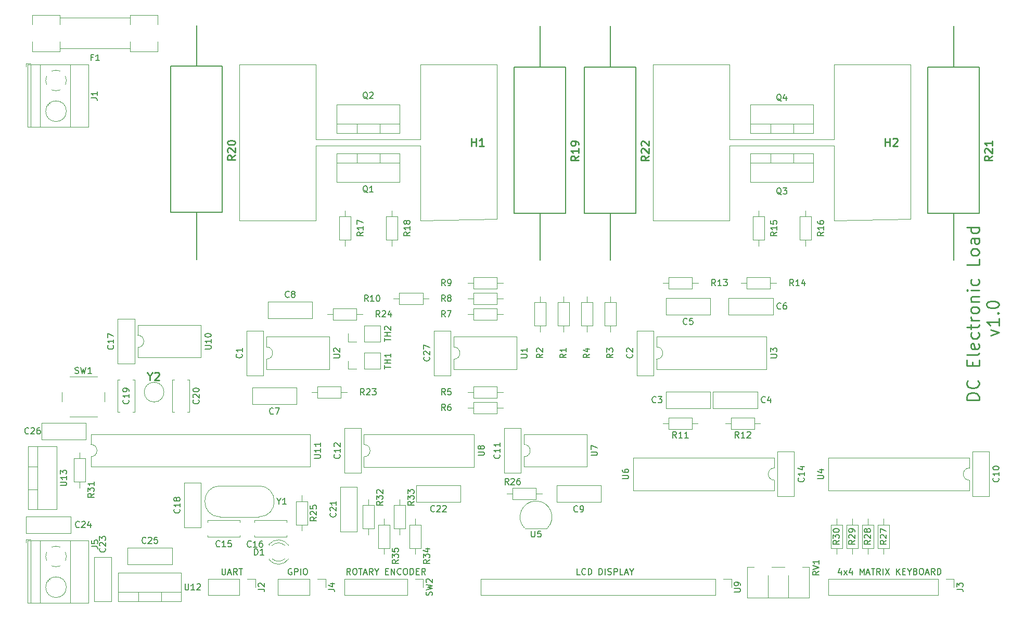
<source format=gbr>
%TF.GenerationSoftware,KiCad,Pcbnew,7.0.9*%
%TF.CreationDate,2024-01-17T08:58:22+01:00*%
%TF.ProjectId,DC Electronic Load,44432045-6c65-4637-9472-6f6e6963204c,rev?*%
%TF.SameCoordinates,Original*%
%TF.FileFunction,Legend,Top*%
%TF.FilePolarity,Positive*%
%FSLAX46Y46*%
G04 Gerber Fmt 4.6, Leading zero omitted, Abs format (unit mm)*
G04 Created by KiCad (PCBNEW 7.0.9) date 2024-01-17 08:58:22*
%MOMM*%
%LPD*%
G01*
G04 APERTURE LIST*
%ADD10C,0.250000*%
%ADD11C,0.150000*%
%ADD12C,0.254000*%
%ADD13C,0.100000*%
%ADD14C,0.120000*%
%ADD15C,0.200000*%
G04 APERTURE END LIST*
D10*
X221312238Y-96514336D02*
X219312238Y-96514336D01*
X219312238Y-96514336D02*
X219312238Y-96038146D01*
X219312238Y-96038146D02*
X219407476Y-95752431D01*
X219407476Y-95752431D02*
X219597952Y-95561955D01*
X219597952Y-95561955D02*
X219788428Y-95466717D01*
X219788428Y-95466717D02*
X220169380Y-95371479D01*
X220169380Y-95371479D02*
X220455095Y-95371479D01*
X220455095Y-95371479D02*
X220836047Y-95466717D01*
X220836047Y-95466717D02*
X221026523Y-95561955D01*
X221026523Y-95561955D02*
X221217000Y-95752431D01*
X221217000Y-95752431D02*
X221312238Y-96038146D01*
X221312238Y-96038146D02*
X221312238Y-96514336D01*
X221121761Y-93371479D02*
X221217000Y-93466717D01*
X221217000Y-93466717D02*
X221312238Y-93752431D01*
X221312238Y-93752431D02*
X221312238Y-93942907D01*
X221312238Y-93942907D02*
X221217000Y-94228622D01*
X221217000Y-94228622D02*
X221026523Y-94419098D01*
X221026523Y-94419098D02*
X220836047Y-94514336D01*
X220836047Y-94514336D02*
X220455095Y-94609574D01*
X220455095Y-94609574D02*
X220169380Y-94609574D01*
X220169380Y-94609574D02*
X219788428Y-94514336D01*
X219788428Y-94514336D02*
X219597952Y-94419098D01*
X219597952Y-94419098D02*
X219407476Y-94228622D01*
X219407476Y-94228622D02*
X219312238Y-93942907D01*
X219312238Y-93942907D02*
X219312238Y-93752431D01*
X219312238Y-93752431D02*
X219407476Y-93466717D01*
X219407476Y-93466717D02*
X219502714Y-93371479D01*
X220264619Y-90990526D02*
X220264619Y-90323859D01*
X221312238Y-90038145D02*
X221312238Y-90990526D01*
X221312238Y-90990526D02*
X219312238Y-90990526D01*
X219312238Y-90990526D02*
X219312238Y-90038145D01*
X221312238Y-88895288D02*
X221217000Y-89085764D01*
X221217000Y-89085764D02*
X221026523Y-89181002D01*
X221026523Y-89181002D02*
X219312238Y-89181002D01*
X221217000Y-87371478D02*
X221312238Y-87561954D01*
X221312238Y-87561954D02*
X221312238Y-87942907D01*
X221312238Y-87942907D02*
X221217000Y-88133383D01*
X221217000Y-88133383D02*
X221026523Y-88228621D01*
X221026523Y-88228621D02*
X220264619Y-88228621D01*
X220264619Y-88228621D02*
X220074142Y-88133383D01*
X220074142Y-88133383D02*
X219978904Y-87942907D01*
X219978904Y-87942907D02*
X219978904Y-87561954D01*
X219978904Y-87561954D02*
X220074142Y-87371478D01*
X220074142Y-87371478D02*
X220264619Y-87276240D01*
X220264619Y-87276240D02*
X220455095Y-87276240D01*
X220455095Y-87276240D02*
X220645571Y-88228621D01*
X221217000Y-85561954D02*
X221312238Y-85752430D01*
X221312238Y-85752430D02*
X221312238Y-86133383D01*
X221312238Y-86133383D02*
X221217000Y-86323859D01*
X221217000Y-86323859D02*
X221121761Y-86419097D01*
X221121761Y-86419097D02*
X220931285Y-86514335D01*
X220931285Y-86514335D02*
X220359857Y-86514335D01*
X220359857Y-86514335D02*
X220169380Y-86419097D01*
X220169380Y-86419097D02*
X220074142Y-86323859D01*
X220074142Y-86323859D02*
X219978904Y-86133383D01*
X219978904Y-86133383D02*
X219978904Y-85752430D01*
X219978904Y-85752430D02*
X220074142Y-85561954D01*
X219978904Y-84990525D02*
X219978904Y-84228621D01*
X219312238Y-84704811D02*
X221026523Y-84704811D01*
X221026523Y-84704811D02*
X221217000Y-84609573D01*
X221217000Y-84609573D02*
X221312238Y-84419097D01*
X221312238Y-84419097D02*
X221312238Y-84228621D01*
X221312238Y-83561954D02*
X219978904Y-83561954D01*
X220359857Y-83561954D02*
X220169380Y-83466716D01*
X220169380Y-83466716D02*
X220074142Y-83371478D01*
X220074142Y-83371478D02*
X219978904Y-83181002D01*
X219978904Y-83181002D02*
X219978904Y-82990525D01*
X221312238Y-82038145D02*
X221217000Y-82228621D01*
X221217000Y-82228621D02*
X221121761Y-82323859D01*
X221121761Y-82323859D02*
X220931285Y-82419097D01*
X220931285Y-82419097D02*
X220359857Y-82419097D01*
X220359857Y-82419097D02*
X220169380Y-82323859D01*
X220169380Y-82323859D02*
X220074142Y-82228621D01*
X220074142Y-82228621D02*
X219978904Y-82038145D01*
X219978904Y-82038145D02*
X219978904Y-81752430D01*
X219978904Y-81752430D02*
X220074142Y-81561954D01*
X220074142Y-81561954D02*
X220169380Y-81466716D01*
X220169380Y-81466716D02*
X220359857Y-81371478D01*
X220359857Y-81371478D02*
X220931285Y-81371478D01*
X220931285Y-81371478D02*
X221121761Y-81466716D01*
X221121761Y-81466716D02*
X221217000Y-81561954D01*
X221217000Y-81561954D02*
X221312238Y-81752430D01*
X221312238Y-81752430D02*
X221312238Y-82038145D01*
X219978904Y-80514335D02*
X221312238Y-80514335D01*
X220169380Y-80514335D02*
X220074142Y-80419097D01*
X220074142Y-80419097D02*
X219978904Y-80228621D01*
X219978904Y-80228621D02*
X219978904Y-79942906D01*
X219978904Y-79942906D02*
X220074142Y-79752430D01*
X220074142Y-79752430D02*
X220264619Y-79657192D01*
X220264619Y-79657192D02*
X221312238Y-79657192D01*
X221312238Y-78704811D02*
X219978904Y-78704811D01*
X219312238Y-78704811D02*
X219407476Y-78800049D01*
X219407476Y-78800049D02*
X219502714Y-78704811D01*
X219502714Y-78704811D02*
X219407476Y-78609573D01*
X219407476Y-78609573D02*
X219312238Y-78704811D01*
X219312238Y-78704811D02*
X219502714Y-78704811D01*
X221217000Y-76895287D02*
X221312238Y-77085763D01*
X221312238Y-77085763D02*
X221312238Y-77466716D01*
X221312238Y-77466716D02*
X221217000Y-77657192D01*
X221217000Y-77657192D02*
X221121761Y-77752430D01*
X221121761Y-77752430D02*
X220931285Y-77847668D01*
X220931285Y-77847668D02*
X220359857Y-77847668D01*
X220359857Y-77847668D02*
X220169380Y-77752430D01*
X220169380Y-77752430D02*
X220074142Y-77657192D01*
X220074142Y-77657192D02*
X219978904Y-77466716D01*
X219978904Y-77466716D02*
X219978904Y-77085763D01*
X219978904Y-77085763D02*
X220074142Y-76895287D01*
X221312238Y-73561953D02*
X221312238Y-74514334D01*
X221312238Y-74514334D02*
X219312238Y-74514334D01*
X221312238Y-72609572D02*
X221217000Y-72800048D01*
X221217000Y-72800048D02*
X221121761Y-72895286D01*
X221121761Y-72895286D02*
X220931285Y-72990524D01*
X220931285Y-72990524D02*
X220359857Y-72990524D01*
X220359857Y-72990524D02*
X220169380Y-72895286D01*
X220169380Y-72895286D02*
X220074142Y-72800048D01*
X220074142Y-72800048D02*
X219978904Y-72609572D01*
X219978904Y-72609572D02*
X219978904Y-72323857D01*
X219978904Y-72323857D02*
X220074142Y-72133381D01*
X220074142Y-72133381D02*
X220169380Y-72038143D01*
X220169380Y-72038143D02*
X220359857Y-71942905D01*
X220359857Y-71942905D02*
X220931285Y-71942905D01*
X220931285Y-71942905D02*
X221121761Y-72038143D01*
X221121761Y-72038143D02*
X221217000Y-72133381D01*
X221217000Y-72133381D02*
X221312238Y-72323857D01*
X221312238Y-72323857D02*
X221312238Y-72609572D01*
X221312238Y-70228619D02*
X220264619Y-70228619D01*
X220264619Y-70228619D02*
X220074142Y-70323857D01*
X220074142Y-70323857D02*
X219978904Y-70514333D01*
X219978904Y-70514333D02*
X219978904Y-70895286D01*
X219978904Y-70895286D02*
X220074142Y-71085762D01*
X221217000Y-70228619D02*
X221312238Y-70419095D01*
X221312238Y-70419095D02*
X221312238Y-70895286D01*
X221312238Y-70895286D02*
X221217000Y-71085762D01*
X221217000Y-71085762D02*
X221026523Y-71181000D01*
X221026523Y-71181000D02*
X220836047Y-71181000D01*
X220836047Y-71181000D02*
X220645571Y-71085762D01*
X220645571Y-71085762D02*
X220550333Y-70895286D01*
X220550333Y-70895286D02*
X220550333Y-70419095D01*
X220550333Y-70419095D02*
X220455095Y-70228619D01*
X221312238Y-68419095D02*
X219312238Y-68419095D01*
X221217000Y-68419095D02*
X221312238Y-68609571D01*
X221312238Y-68609571D02*
X221312238Y-68990524D01*
X221312238Y-68990524D02*
X221217000Y-69181000D01*
X221217000Y-69181000D02*
X221121761Y-69276238D01*
X221121761Y-69276238D02*
X220931285Y-69371476D01*
X220931285Y-69371476D02*
X220359857Y-69371476D01*
X220359857Y-69371476D02*
X220169380Y-69276238D01*
X220169380Y-69276238D02*
X220074142Y-69181000D01*
X220074142Y-69181000D02*
X219978904Y-68990524D01*
X219978904Y-68990524D02*
X219978904Y-68609571D01*
X219978904Y-68609571D02*
X220074142Y-68419095D01*
X223198904Y-86038142D02*
X224532238Y-85561952D01*
X224532238Y-85561952D02*
X223198904Y-85085761D01*
X224532238Y-83276237D02*
X224532238Y-84419094D01*
X224532238Y-83847666D02*
X222532238Y-83847666D01*
X222532238Y-83847666D02*
X222817952Y-84038142D01*
X222817952Y-84038142D02*
X223008428Y-84228618D01*
X223008428Y-84228618D02*
X223103666Y-84419094D01*
X224341761Y-82419094D02*
X224437000Y-82323856D01*
X224437000Y-82323856D02*
X224532238Y-82419094D01*
X224532238Y-82419094D02*
X224437000Y-82514332D01*
X224437000Y-82514332D02*
X224341761Y-82419094D01*
X224341761Y-82419094D02*
X224532238Y-82419094D01*
X222532238Y-81085761D02*
X222532238Y-80895284D01*
X222532238Y-80895284D02*
X222627476Y-80704808D01*
X222627476Y-80704808D02*
X222722714Y-80609570D01*
X222722714Y-80609570D02*
X222913190Y-80514332D01*
X222913190Y-80514332D02*
X223294142Y-80419094D01*
X223294142Y-80419094D02*
X223770333Y-80419094D01*
X223770333Y-80419094D02*
X224151285Y-80514332D01*
X224151285Y-80514332D02*
X224341761Y-80609570D01*
X224341761Y-80609570D02*
X224437000Y-80704808D01*
X224437000Y-80704808D02*
X224532238Y-80895284D01*
X224532238Y-80895284D02*
X224532238Y-81085761D01*
X224532238Y-81085761D02*
X224437000Y-81276237D01*
X224437000Y-81276237D02*
X224341761Y-81371475D01*
X224341761Y-81371475D02*
X224151285Y-81466713D01*
X224151285Y-81466713D02*
X223770333Y-81561951D01*
X223770333Y-81561951D02*
X223294142Y-81561951D01*
X223294142Y-81561951D02*
X222913190Y-81466713D01*
X222913190Y-81466713D02*
X222722714Y-81371475D01*
X222722714Y-81371475D02*
X222627476Y-81276237D01*
X222627476Y-81276237D02*
X222532238Y-81085761D01*
D11*
X119028207Y-124954819D02*
X118694874Y-124478628D01*
X118456779Y-124954819D02*
X118456779Y-123954819D01*
X118456779Y-123954819D02*
X118837731Y-123954819D01*
X118837731Y-123954819D02*
X118932969Y-124002438D01*
X118932969Y-124002438D02*
X118980588Y-124050057D01*
X118980588Y-124050057D02*
X119028207Y-124145295D01*
X119028207Y-124145295D02*
X119028207Y-124288152D01*
X119028207Y-124288152D02*
X118980588Y-124383390D01*
X118980588Y-124383390D02*
X118932969Y-124431009D01*
X118932969Y-124431009D02*
X118837731Y-124478628D01*
X118837731Y-124478628D02*
X118456779Y-124478628D01*
X119647255Y-123954819D02*
X119837731Y-123954819D01*
X119837731Y-123954819D02*
X119932969Y-124002438D01*
X119932969Y-124002438D02*
X120028207Y-124097676D01*
X120028207Y-124097676D02*
X120075826Y-124288152D01*
X120075826Y-124288152D02*
X120075826Y-124621485D01*
X120075826Y-124621485D02*
X120028207Y-124811961D01*
X120028207Y-124811961D02*
X119932969Y-124907200D01*
X119932969Y-124907200D02*
X119837731Y-124954819D01*
X119837731Y-124954819D02*
X119647255Y-124954819D01*
X119647255Y-124954819D02*
X119552017Y-124907200D01*
X119552017Y-124907200D02*
X119456779Y-124811961D01*
X119456779Y-124811961D02*
X119409160Y-124621485D01*
X119409160Y-124621485D02*
X119409160Y-124288152D01*
X119409160Y-124288152D02*
X119456779Y-124097676D01*
X119456779Y-124097676D02*
X119552017Y-124002438D01*
X119552017Y-124002438D02*
X119647255Y-123954819D01*
X120361541Y-123954819D02*
X120932969Y-123954819D01*
X120647255Y-124954819D02*
X120647255Y-123954819D01*
X121218684Y-124669104D02*
X121694874Y-124669104D01*
X121123446Y-124954819D02*
X121456779Y-123954819D01*
X121456779Y-123954819D02*
X121790112Y-124954819D01*
X122694874Y-124954819D02*
X122361541Y-124478628D01*
X122123446Y-124954819D02*
X122123446Y-123954819D01*
X122123446Y-123954819D02*
X122504398Y-123954819D01*
X122504398Y-123954819D02*
X122599636Y-124002438D01*
X122599636Y-124002438D02*
X122647255Y-124050057D01*
X122647255Y-124050057D02*
X122694874Y-124145295D01*
X122694874Y-124145295D02*
X122694874Y-124288152D01*
X122694874Y-124288152D02*
X122647255Y-124383390D01*
X122647255Y-124383390D02*
X122599636Y-124431009D01*
X122599636Y-124431009D02*
X122504398Y-124478628D01*
X122504398Y-124478628D02*
X122123446Y-124478628D01*
X123313922Y-124478628D02*
X123313922Y-124954819D01*
X122980589Y-123954819D02*
X123313922Y-124478628D01*
X123313922Y-124478628D02*
X123647255Y-123954819D01*
X124742494Y-124431009D02*
X125075827Y-124431009D01*
X125218684Y-124954819D02*
X124742494Y-124954819D01*
X124742494Y-124954819D02*
X124742494Y-123954819D01*
X124742494Y-123954819D02*
X125218684Y-123954819D01*
X125647256Y-124954819D02*
X125647256Y-123954819D01*
X125647256Y-123954819D02*
X126218684Y-124954819D01*
X126218684Y-124954819D02*
X126218684Y-123954819D01*
X127266303Y-124859580D02*
X127218684Y-124907200D01*
X127218684Y-124907200D02*
X127075827Y-124954819D01*
X127075827Y-124954819D02*
X126980589Y-124954819D01*
X126980589Y-124954819D02*
X126837732Y-124907200D01*
X126837732Y-124907200D02*
X126742494Y-124811961D01*
X126742494Y-124811961D02*
X126694875Y-124716723D01*
X126694875Y-124716723D02*
X126647256Y-124526247D01*
X126647256Y-124526247D02*
X126647256Y-124383390D01*
X126647256Y-124383390D02*
X126694875Y-124192914D01*
X126694875Y-124192914D02*
X126742494Y-124097676D01*
X126742494Y-124097676D02*
X126837732Y-124002438D01*
X126837732Y-124002438D02*
X126980589Y-123954819D01*
X126980589Y-123954819D02*
X127075827Y-123954819D01*
X127075827Y-123954819D02*
X127218684Y-124002438D01*
X127218684Y-124002438D02*
X127266303Y-124050057D01*
X127885351Y-123954819D02*
X128075827Y-123954819D01*
X128075827Y-123954819D02*
X128171065Y-124002438D01*
X128171065Y-124002438D02*
X128266303Y-124097676D01*
X128266303Y-124097676D02*
X128313922Y-124288152D01*
X128313922Y-124288152D02*
X128313922Y-124621485D01*
X128313922Y-124621485D02*
X128266303Y-124811961D01*
X128266303Y-124811961D02*
X128171065Y-124907200D01*
X128171065Y-124907200D02*
X128075827Y-124954819D01*
X128075827Y-124954819D02*
X127885351Y-124954819D01*
X127885351Y-124954819D02*
X127790113Y-124907200D01*
X127790113Y-124907200D02*
X127694875Y-124811961D01*
X127694875Y-124811961D02*
X127647256Y-124621485D01*
X127647256Y-124621485D02*
X127647256Y-124288152D01*
X127647256Y-124288152D02*
X127694875Y-124097676D01*
X127694875Y-124097676D02*
X127790113Y-124002438D01*
X127790113Y-124002438D02*
X127885351Y-123954819D01*
X128742494Y-124954819D02*
X128742494Y-123954819D01*
X128742494Y-123954819D02*
X128980589Y-123954819D01*
X128980589Y-123954819D02*
X129123446Y-124002438D01*
X129123446Y-124002438D02*
X129218684Y-124097676D01*
X129218684Y-124097676D02*
X129266303Y-124192914D01*
X129266303Y-124192914D02*
X129313922Y-124383390D01*
X129313922Y-124383390D02*
X129313922Y-124526247D01*
X129313922Y-124526247D02*
X129266303Y-124716723D01*
X129266303Y-124716723D02*
X129218684Y-124811961D01*
X129218684Y-124811961D02*
X129123446Y-124907200D01*
X129123446Y-124907200D02*
X128980589Y-124954819D01*
X128980589Y-124954819D02*
X128742494Y-124954819D01*
X129742494Y-124431009D02*
X130075827Y-124431009D01*
X130218684Y-124954819D02*
X129742494Y-124954819D01*
X129742494Y-124954819D02*
X129742494Y-123954819D01*
X129742494Y-123954819D02*
X130218684Y-123954819D01*
X131218684Y-124954819D02*
X130885351Y-124478628D01*
X130647256Y-124954819D02*
X130647256Y-123954819D01*
X130647256Y-123954819D02*
X131028208Y-123954819D01*
X131028208Y-123954819D02*
X131123446Y-124002438D01*
X131123446Y-124002438D02*
X131171065Y-124050057D01*
X131171065Y-124050057D02*
X131218684Y-124145295D01*
X131218684Y-124145295D02*
X131218684Y-124288152D01*
X131218684Y-124288152D02*
X131171065Y-124383390D01*
X131171065Y-124383390D02*
X131123446Y-124431009D01*
X131123446Y-124431009D02*
X131028208Y-124478628D01*
X131028208Y-124478628D02*
X130647256Y-124478628D01*
X156387969Y-124964819D02*
X155911779Y-124964819D01*
X155911779Y-124964819D02*
X155911779Y-123964819D01*
X157292731Y-124869580D02*
X157245112Y-124917200D01*
X157245112Y-124917200D02*
X157102255Y-124964819D01*
X157102255Y-124964819D02*
X157007017Y-124964819D01*
X157007017Y-124964819D02*
X156864160Y-124917200D01*
X156864160Y-124917200D02*
X156768922Y-124821961D01*
X156768922Y-124821961D02*
X156721303Y-124726723D01*
X156721303Y-124726723D02*
X156673684Y-124536247D01*
X156673684Y-124536247D02*
X156673684Y-124393390D01*
X156673684Y-124393390D02*
X156721303Y-124202914D01*
X156721303Y-124202914D02*
X156768922Y-124107676D01*
X156768922Y-124107676D02*
X156864160Y-124012438D01*
X156864160Y-124012438D02*
X157007017Y-123964819D01*
X157007017Y-123964819D02*
X157102255Y-123964819D01*
X157102255Y-123964819D02*
X157245112Y-124012438D01*
X157245112Y-124012438D02*
X157292731Y-124060057D01*
X157721303Y-124964819D02*
X157721303Y-123964819D01*
X157721303Y-123964819D02*
X157959398Y-123964819D01*
X157959398Y-123964819D02*
X158102255Y-124012438D01*
X158102255Y-124012438D02*
X158197493Y-124107676D01*
X158197493Y-124107676D02*
X158245112Y-124202914D01*
X158245112Y-124202914D02*
X158292731Y-124393390D01*
X158292731Y-124393390D02*
X158292731Y-124536247D01*
X158292731Y-124536247D02*
X158245112Y-124726723D01*
X158245112Y-124726723D02*
X158197493Y-124821961D01*
X158197493Y-124821961D02*
X158102255Y-124917200D01*
X158102255Y-124917200D02*
X157959398Y-124964819D01*
X157959398Y-124964819D02*
X157721303Y-124964819D01*
X159483208Y-124964819D02*
X159483208Y-123964819D01*
X159483208Y-123964819D02*
X159721303Y-123964819D01*
X159721303Y-123964819D02*
X159864160Y-124012438D01*
X159864160Y-124012438D02*
X159959398Y-124107676D01*
X159959398Y-124107676D02*
X160007017Y-124202914D01*
X160007017Y-124202914D02*
X160054636Y-124393390D01*
X160054636Y-124393390D02*
X160054636Y-124536247D01*
X160054636Y-124536247D02*
X160007017Y-124726723D01*
X160007017Y-124726723D02*
X159959398Y-124821961D01*
X159959398Y-124821961D02*
X159864160Y-124917200D01*
X159864160Y-124917200D02*
X159721303Y-124964819D01*
X159721303Y-124964819D02*
X159483208Y-124964819D01*
X160483208Y-124964819D02*
X160483208Y-123964819D01*
X160911779Y-124917200D02*
X161054636Y-124964819D01*
X161054636Y-124964819D02*
X161292731Y-124964819D01*
X161292731Y-124964819D02*
X161387969Y-124917200D01*
X161387969Y-124917200D02*
X161435588Y-124869580D01*
X161435588Y-124869580D02*
X161483207Y-124774342D01*
X161483207Y-124774342D02*
X161483207Y-124679104D01*
X161483207Y-124679104D02*
X161435588Y-124583866D01*
X161435588Y-124583866D02*
X161387969Y-124536247D01*
X161387969Y-124536247D02*
X161292731Y-124488628D01*
X161292731Y-124488628D02*
X161102255Y-124441009D01*
X161102255Y-124441009D02*
X161007017Y-124393390D01*
X161007017Y-124393390D02*
X160959398Y-124345771D01*
X160959398Y-124345771D02*
X160911779Y-124250533D01*
X160911779Y-124250533D02*
X160911779Y-124155295D01*
X160911779Y-124155295D02*
X160959398Y-124060057D01*
X160959398Y-124060057D02*
X161007017Y-124012438D01*
X161007017Y-124012438D02*
X161102255Y-123964819D01*
X161102255Y-123964819D02*
X161340350Y-123964819D01*
X161340350Y-123964819D02*
X161483207Y-124012438D01*
X161911779Y-124964819D02*
X161911779Y-123964819D01*
X161911779Y-123964819D02*
X162292731Y-123964819D01*
X162292731Y-123964819D02*
X162387969Y-124012438D01*
X162387969Y-124012438D02*
X162435588Y-124060057D01*
X162435588Y-124060057D02*
X162483207Y-124155295D01*
X162483207Y-124155295D02*
X162483207Y-124298152D01*
X162483207Y-124298152D02*
X162435588Y-124393390D01*
X162435588Y-124393390D02*
X162387969Y-124441009D01*
X162387969Y-124441009D02*
X162292731Y-124488628D01*
X162292731Y-124488628D02*
X161911779Y-124488628D01*
X163387969Y-124964819D02*
X162911779Y-124964819D01*
X162911779Y-124964819D02*
X162911779Y-123964819D01*
X163673684Y-124679104D02*
X164149874Y-124679104D01*
X163578446Y-124964819D02*
X163911779Y-123964819D01*
X163911779Y-123964819D02*
X164245112Y-124964819D01*
X164768922Y-124488628D02*
X164768922Y-124964819D01*
X164435589Y-123964819D02*
X164768922Y-124488628D01*
X164768922Y-124488628D02*
X165102255Y-123964819D01*
X98126779Y-123964819D02*
X98126779Y-124774342D01*
X98126779Y-124774342D02*
X98174398Y-124869580D01*
X98174398Y-124869580D02*
X98222017Y-124917200D01*
X98222017Y-124917200D02*
X98317255Y-124964819D01*
X98317255Y-124964819D02*
X98507731Y-124964819D01*
X98507731Y-124964819D02*
X98602969Y-124917200D01*
X98602969Y-124917200D02*
X98650588Y-124869580D01*
X98650588Y-124869580D02*
X98698207Y-124774342D01*
X98698207Y-124774342D02*
X98698207Y-123964819D01*
X99126779Y-124679104D02*
X99602969Y-124679104D01*
X99031541Y-124964819D02*
X99364874Y-123964819D01*
X99364874Y-123964819D02*
X99698207Y-124964819D01*
X100602969Y-124964819D02*
X100269636Y-124488628D01*
X100031541Y-124964819D02*
X100031541Y-123964819D01*
X100031541Y-123964819D02*
X100412493Y-123964819D01*
X100412493Y-123964819D02*
X100507731Y-124012438D01*
X100507731Y-124012438D02*
X100555350Y-124060057D01*
X100555350Y-124060057D02*
X100602969Y-124155295D01*
X100602969Y-124155295D02*
X100602969Y-124298152D01*
X100602969Y-124298152D02*
X100555350Y-124393390D01*
X100555350Y-124393390D02*
X100507731Y-124441009D01*
X100507731Y-124441009D02*
X100412493Y-124488628D01*
X100412493Y-124488628D02*
X100031541Y-124488628D01*
X100888684Y-123964819D02*
X101460112Y-123964819D01*
X101174398Y-124964819D02*
X101174398Y-123964819D01*
X198885350Y-124288152D02*
X198885350Y-124954819D01*
X198647255Y-123907200D02*
X198409160Y-124621485D01*
X198409160Y-124621485D02*
X199028207Y-124621485D01*
X199313922Y-124954819D02*
X199837731Y-124288152D01*
X199313922Y-124288152D02*
X199837731Y-124954819D01*
X200647255Y-124288152D02*
X200647255Y-124954819D01*
X200409160Y-123907200D02*
X200171065Y-124621485D01*
X200171065Y-124621485D02*
X200790112Y-124621485D01*
X201932970Y-124954819D02*
X201932970Y-123954819D01*
X201932970Y-123954819D02*
X202266303Y-124669104D01*
X202266303Y-124669104D02*
X202599636Y-123954819D01*
X202599636Y-123954819D02*
X202599636Y-124954819D01*
X203028208Y-124669104D02*
X203504398Y-124669104D01*
X202932970Y-124954819D02*
X203266303Y-123954819D01*
X203266303Y-123954819D02*
X203599636Y-124954819D01*
X203790113Y-123954819D02*
X204361541Y-123954819D01*
X204075827Y-124954819D02*
X204075827Y-123954819D01*
X205266303Y-124954819D02*
X204932970Y-124478628D01*
X204694875Y-124954819D02*
X204694875Y-123954819D01*
X204694875Y-123954819D02*
X205075827Y-123954819D01*
X205075827Y-123954819D02*
X205171065Y-124002438D01*
X205171065Y-124002438D02*
X205218684Y-124050057D01*
X205218684Y-124050057D02*
X205266303Y-124145295D01*
X205266303Y-124145295D02*
X205266303Y-124288152D01*
X205266303Y-124288152D02*
X205218684Y-124383390D01*
X205218684Y-124383390D02*
X205171065Y-124431009D01*
X205171065Y-124431009D02*
X205075827Y-124478628D01*
X205075827Y-124478628D02*
X204694875Y-124478628D01*
X205694875Y-124954819D02*
X205694875Y-123954819D01*
X206075827Y-123954819D02*
X206742493Y-124954819D01*
X206742493Y-123954819D02*
X206075827Y-124954819D01*
X207885351Y-124954819D02*
X207885351Y-123954819D01*
X208456779Y-124954819D02*
X208028208Y-124383390D01*
X208456779Y-123954819D02*
X207885351Y-124526247D01*
X208885351Y-124431009D02*
X209218684Y-124431009D01*
X209361541Y-124954819D02*
X208885351Y-124954819D01*
X208885351Y-124954819D02*
X208885351Y-123954819D01*
X208885351Y-123954819D02*
X209361541Y-123954819D01*
X209980589Y-124478628D02*
X209980589Y-124954819D01*
X209647256Y-123954819D02*
X209980589Y-124478628D01*
X209980589Y-124478628D02*
X210313922Y-123954819D01*
X210980589Y-124431009D02*
X211123446Y-124478628D01*
X211123446Y-124478628D02*
X211171065Y-124526247D01*
X211171065Y-124526247D02*
X211218684Y-124621485D01*
X211218684Y-124621485D02*
X211218684Y-124764342D01*
X211218684Y-124764342D02*
X211171065Y-124859580D01*
X211171065Y-124859580D02*
X211123446Y-124907200D01*
X211123446Y-124907200D02*
X211028208Y-124954819D01*
X211028208Y-124954819D02*
X210647256Y-124954819D01*
X210647256Y-124954819D02*
X210647256Y-123954819D01*
X210647256Y-123954819D02*
X210980589Y-123954819D01*
X210980589Y-123954819D02*
X211075827Y-124002438D01*
X211075827Y-124002438D02*
X211123446Y-124050057D01*
X211123446Y-124050057D02*
X211171065Y-124145295D01*
X211171065Y-124145295D02*
X211171065Y-124240533D01*
X211171065Y-124240533D02*
X211123446Y-124335771D01*
X211123446Y-124335771D02*
X211075827Y-124383390D01*
X211075827Y-124383390D02*
X210980589Y-124431009D01*
X210980589Y-124431009D02*
X210647256Y-124431009D01*
X211837732Y-123954819D02*
X212028208Y-123954819D01*
X212028208Y-123954819D02*
X212123446Y-124002438D01*
X212123446Y-124002438D02*
X212218684Y-124097676D01*
X212218684Y-124097676D02*
X212266303Y-124288152D01*
X212266303Y-124288152D02*
X212266303Y-124621485D01*
X212266303Y-124621485D02*
X212218684Y-124811961D01*
X212218684Y-124811961D02*
X212123446Y-124907200D01*
X212123446Y-124907200D02*
X212028208Y-124954819D01*
X212028208Y-124954819D02*
X211837732Y-124954819D01*
X211837732Y-124954819D02*
X211742494Y-124907200D01*
X211742494Y-124907200D02*
X211647256Y-124811961D01*
X211647256Y-124811961D02*
X211599637Y-124621485D01*
X211599637Y-124621485D02*
X211599637Y-124288152D01*
X211599637Y-124288152D02*
X211647256Y-124097676D01*
X211647256Y-124097676D02*
X211742494Y-124002438D01*
X211742494Y-124002438D02*
X211837732Y-123954819D01*
X212647256Y-124669104D02*
X213123446Y-124669104D01*
X212552018Y-124954819D02*
X212885351Y-123954819D01*
X212885351Y-123954819D02*
X213218684Y-124954819D01*
X214123446Y-124954819D02*
X213790113Y-124478628D01*
X213552018Y-124954819D02*
X213552018Y-123954819D01*
X213552018Y-123954819D02*
X213932970Y-123954819D01*
X213932970Y-123954819D02*
X214028208Y-124002438D01*
X214028208Y-124002438D02*
X214075827Y-124050057D01*
X214075827Y-124050057D02*
X214123446Y-124145295D01*
X214123446Y-124145295D02*
X214123446Y-124288152D01*
X214123446Y-124288152D02*
X214075827Y-124383390D01*
X214075827Y-124383390D02*
X214028208Y-124431009D01*
X214028208Y-124431009D02*
X213932970Y-124478628D01*
X213932970Y-124478628D02*
X213552018Y-124478628D01*
X214552018Y-124954819D02*
X214552018Y-123954819D01*
X214552018Y-123954819D02*
X214790113Y-123954819D01*
X214790113Y-123954819D02*
X214932970Y-124002438D01*
X214932970Y-124002438D02*
X215028208Y-124097676D01*
X215028208Y-124097676D02*
X215075827Y-124192914D01*
X215075827Y-124192914D02*
X215123446Y-124383390D01*
X215123446Y-124383390D02*
X215123446Y-124526247D01*
X215123446Y-124526247D02*
X215075827Y-124716723D01*
X215075827Y-124716723D02*
X215028208Y-124811961D01*
X215028208Y-124811961D02*
X214932970Y-124907200D01*
X214932970Y-124907200D02*
X214790113Y-124954819D01*
X214790113Y-124954819D02*
X214552018Y-124954819D01*
X109445588Y-124012438D02*
X109350350Y-123964819D01*
X109350350Y-123964819D02*
X109207493Y-123964819D01*
X109207493Y-123964819D02*
X109064636Y-124012438D01*
X109064636Y-124012438D02*
X108969398Y-124107676D01*
X108969398Y-124107676D02*
X108921779Y-124202914D01*
X108921779Y-124202914D02*
X108874160Y-124393390D01*
X108874160Y-124393390D02*
X108874160Y-124536247D01*
X108874160Y-124536247D02*
X108921779Y-124726723D01*
X108921779Y-124726723D02*
X108969398Y-124821961D01*
X108969398Y-124821961D02*
X109064636Y-124917200D01*
X109064636Y-124917200D02*
X109207493Y-124964819D01*
X109207493Y-124964819D02*
X109302731Y-124964819D01*
X109302731Y-124964819D02*
X109445588Y-124917200D01*
X109445588Y-124917200D02*
X109493207Y-124869580D01*
X109493207Y-124869580D02*
X109493207Y-124536247D01*
X109493207Y-124536247D02*
X109302731Y-124536247D01*
X109921779Y-124964819D02*
X109921779Y-123964819D01*
X109921779Y-123964819D02*
X110302731Y-123964819D01*
X110302731Y-123964819D02*
X110397969Y-124012438D01*
X110397969Y-124012438D02*
X110445588Y-124060057D01*
X110445588Y-124060057D02*
X110493207Y-124155295D01*
X110493207Y-124155295D02*
X110493207Y-124298152D01*
X110493207Y-124298152D02*
X110445588Y-124393390D01*
X110445588Y-124393390D02*
X110397969Y-124441009D01*
X110397969Y-124441009D02*
X110302731Y-124488628D01*
X110302731Y-124488628D02*
X109921779Y-124488628D01*
X110921779Y-124964819D02*
X110921779Y-123964819D01*
X111588445Y-123964819D02*
X111778921Y-123964819D01*
X111778921Y-123964819D02*
X111874159Y-124012438D01*
X111874159Y-124012438D02*
X111969397Y-124107676D01*
X111969397Y-124107676D02*
X112017016Y-124298152D01*
X112017016Y-124298152D02*
X112017016Y-124631485D01*
X112017016Y-124631485D02*
X111969397Y-124821961D01*
X111969397Y-124821961D02*
X111874159Y-124917200D01*
X111874159Y-124917200D02*
X111778921Y-124964819D01*
X111778921Y-124964819D02*
X111588445Y-124964819D01*
X111588445Y-124964819D02*
X111493207Y-124917200D01*
X111493207Y-124917200D02*
X111397969Y-124821961D01*
X111397969Y-124821961D02*
X111350350Y-124631485D01*
X111350350Y-124631485D02*
X111350350Y-124298152D01*
X111350350Y-124298152D02*
X111397969Y-124107676D01*
X111397969Y-124107676D02*
X111493207Y-124012438D01*
X111493207Y-124012438D02*
X111588445Y-123964819D01*
D12*
X86390238Y-92679556D02*
X86390238Y-93284318D01*
X85966905Y-92014318D02*
X86390238Y-92679556D01*
X86390238Y-92679556D02*
X86813572Y-92014318D01*
X87176428Y-92135270D02*
X87236904Y-92074794D01*
X87236904Y-92074794D02*
X87357857Y-92014318D01*
X87357857Y-92014318D02*
X87660238Y-92014318D01*
X87660238Y-92014318D02*
X87781190Y-92074794D01*
X87781190Y-92074794D02*
X87841666Y-92135270D01*
X87841666Y-92135270D02*
X87902143Y-92256222D01*
X87902143Y-92256222D02*
X87902143Y-92377175D01*
X87902143Y-92377175D02*
X87841666Y-92558603D01*
X87841666Y-92558603D02*
X87115952Y-93284318D01*
X87115952Y-93284318D02*
X87902143Y-93284318D01*
X206042380Y-55184318D02*
X206042380Y-53914318D01*
X206042380Y-54519080D02*
X206768095Y-54519080D01*
X206768095Y-55184318D02*
X206768095Y-53914318D01*
X207312380Y-54035270D02*
X207372856Y-53974794D01*
X207372856Y-53974794D02*
X207493809Y-53914318D01*
X207493809Y-53914318D02*
X207796190Y-53914318D01*
X207796190Y-53914318D02*
X207917142Y-53974794D01*
X207917142Y-53974794D02*
X207977618Y-54035270D01*
X207977618Y-54035270D02*
X208038095Y-54156222D01*
X208038095Y-54156222D02*
X208038095Y-54277175D01*
X208038095Y-54277175D02*
X207977618Y-54458603D01*
X207977618Y-54458603D02*
X207251904Y-55184318D01*
X207251904Y-55184318D02*
X208038095Y-55184318D01*
X138732380Y-55184318D02*
X138732380Y-53914318D01*
X138732380Y-54519080D02*
X139458095Y-54519080D01*
X139458095Y-55184318D02*
X139458095Y-53914318D01*
X140728095Y-55184318D02*
X140002380Y-55184318D01*
X140365237Y-55184318D02*
X140365237Y-53914318D01*
X140365237Y-53914318D02*
X140244285Y-54095746D01*
X140244285Y-54095746D02*
X140123333Y-54216699D01*
X140123333Y-54216699D02*
X140002380Y-54277175D01*
D11*
X74231667Y-92169200D02*
X74374524Y-92216819D01*
X74374524Y-92216819D02*
X74612619Y-92216819D01*
X74612619Y-92216819D02*
X74707857Y-92169200D01*
X74707857Y-92169200D02*
X74755476Y-92121580D01*
X74755476Y-92121580D02*
X74803095Y-92026342D01*
X74803095Y-92026342D02*
X74803095Y-91931104D01*
X74803095Y-91931104D02*
X74755476Y-91835866D01*
X74755476Y-91835866D02*
X74707857Y-91788247D01*
X74707857Y-91788247D02*
X74612619Y-91740628D01*
X74612619Y-91740628D02*
X74422143Y-91693009D01*
X74422143Y-91693009D02*
X74326905Y-91645390D01*
X74326905Y-91645390D02*
X74279286Y-91597771D01*
X74279286Y-91597771D02*
X74231667Y-91502533D01*
X74231667Y-91502533D02*
X74231667Y-91407295D01*
X74231667Y-91407295D02*
X74279286Y-91312057D01*
X74279286Y-91312057D02*
X74326905Y-91264438D01*
X74326905Y-91264438D02*
X74422143Y-91216819D01*
X74422143Y-91216819D02*
X74660238Y-91216819D01*
X74660238Y-91216819D02*
X74803095Y-91264438D01*
X75136429Y-91216819D02*
X75374524Y-92216819D01*
X75374524Y-92216819D02*
X75565000Y-91502533D01*
X75565000Y-91502533D02*
X75755476Y-92216819D01*
X75755476Y-92216819D02*
X75993572Y-91216819D01*
X76898333Y-92216819D02*
X76326905Y-92216819D01*
X76612619Y-92216819D02*
X76612619Y-91216819D01*
X76612619Y-91216819D02*
X76517381Y-91359676D01*
X76517381Y-91359676D02*
X76422143Y-91454914D01*
X76422143Y-91454914D02*
X76326905Y-91502533D01*
X74922142Y-117199580D02*
X74874523Y-117247200D01*
X74874523Y-117247200D02*
X74731666Y-117294819D01*
X74731666Y-117294819D02*
X74636428Y-117294819D01*
X74636428Y-117294819D02*
X74493571Y-117247200D01*
X74493571Y-117247200D02*
X74398333Y-117151961D01*
X74398333Y-117151961D02*
X74350714Y-117056723D01*
X74350714Y-117056723D02*
X74303095Y-116866247D01*
X74303095Y-116866247D02*
X74303095Y-116723390D01*
X74303095Y-116723390D02*
X74350714Y-116532914D01*
X74350714Y-116532914D02*
X74398333Y-116437676D01*
X74398333Y-116437676D02*
X74493571Y-116342438D01*
X74493571Y-116342438D02*
X74636428Y-116294819D01*
X74636428Y-116294819D02*
X74731666Y-116294819D01*
X74731666Y-116294819D02*
X74874523Y-116342438D01*
X74874523Y-116342438D02*
X74922142Y-116390057D01*
X75303095Y-116390057D02*
X75350714Y-116342438D01*
X75350714Y-116342438D02*
X75445952Y-116294819D01*
X75445952Y-116294819D02*
X75684047Y-116294819D01*
X75684047Y-116294819D02*
X75779285Y-116342438D01*
X75779285Y-116342438D02*
X75826904Y-116390057D01*
X75826904Y-116390057D02*
X75874523Y-116485295D01*
X75874523Y-116485295D02*
X75874523Y-116580533D01*
X75874523Y-116580533D02*
X75826904Y-116723390D01*
X75826904Y-116723390D02*
X75255476Y-117294819D01*
X75255476Y-117294819D02*
X75874523Y-117294819D01*
X76731666Y-116628152D02*
X76731666Y-117294819D01*
X76493571Y-116247200D02*
X76255476Y-116961485D01*
X76255476Y-116961485D02*
X76874523Y-116961485D01*
X189063333Y-81639580D02*
X189015714Y-81687200D01*
X189015714Y-81687200D02*
X188872857Y-81734819D01*
X188872857Y-81734819D02*
X188777619Y-81734819D01*
X188777619Y-81734819D02*
X188634762Y-81687200D01*
X188634762Y-81687200D02*
X188539524Y-81591961D01*
X188539524Y-81591961D02*
X188491905Y-81496723D01*
X188491905Y-81496723D02*
X188444286Y-81306247D01*
X188444286Y-81306247D02*
X188444286Y-81163390D01*
X188444286Y-81163390D02*
X188491905Y-80972914D01*
X188491905Y-80972914D02*
X188539524Y-80877676D01*
X188539524Y-80877676D02*
X188634762Y-80782438D01*
X188634762Y-80782438D02*
X188777619Y-80734819D01*
X188777619Y-80734819D02*
X188872857Y-80734819D01*
X188872857Y-80734819D02*
X189015714Y-80782438D01*
X189015714Y-80782438D02*
X189063333Y-80830057D01*
X189920476Y-80734819D02*
X189730000Y-80734819D01*
X189730000Y-80734819D02*
X189634762Y-80782438D01*
X189634762Y-80782438D02*
X189587143Y-80830057D01*
X189587143Y-80830057D02*
X189491905Y-80972914D01*
X189491905Y-80972914D02*
X189444286Y-81163390D01*
X189444286Y-81163390D02*
X189444286Y-81544342D01*
X189444286Y-81544342D02*
X189491905Y-81639580D01*
X189491905Y-81639580D02*
X189539524Y-81687200D01*
X189539524Y-81687200D02*
X189634762Y-81734819D01*
X189634762Y-81734819D02*
X189825238Y-81734819D01*
X189825238Y-81734819D02*
X189920476Y-81687200D01*
X189920476Y-81687200D02*
X189968095Y-81639580D01*
X189968095Y-81639580D02*
X190015714Y-81544342D01*
X190015714Y-81544342D02*
X190015714Y-81306247D01*
X190015714Y-81306247D02*
X189968095Y-81211009D01*
X189968095Y-81211009D02*
X189920476Y-81163390D01*
X189920476Y-81163390D02*
X189825238Y-81115771D01*
X189825238Y-81115771D02*
X189634762Y-81115771D01*
X189634762Y-81115771D02*
X189539524Y-81163390D01*
X189539524Y-81163390D02*
X189491905Y-81211009D01*
X189491905Y-81211009D02*
X189444286Y-81306247D01*
X104034819Y-127333333D02*
X104749104Y-127333333D01*
X104749104Y-127333333D02*
X104891961Y-127380952D01*
X104891961Y-127380952D02*
X104987200Y-127476190D01*
X104987200Y-127476190D02*
X105034819Y-127619047D01*
X105034819Y-127619047D02*
X105034819Y-127714285D01*
X104130057Y-126904761D02*
X104082438Y-126857142D01*
X104082438Y-126857142D02*
X104034819Y-126761904D01*
X104034819Y-126761904D02*
X104034819Y-126523809D01*
X104034819Y-126523809D02*
X104082438Y-126428571D01*
X104082438Y-126428571D02*
X104130057Y-126380952D01*
X104130057Y-126380952D02*
X104225295Y-126333333D01*
X104225295Y-126333333D02*
X104320533Y-126333333D01*
X104320533Y-126333333D02*
X104463390Y-126380952D01*
X104463390Y-126380952D02*
X105034819Y-126952380D01*
X105034819Y-126952380D02*
X105034819Y-126333333D01*
X113129819Y-106003094D02*
X113939342Y-106003094D01*
X113939342Y-106003094D02*
X114034580Y-105955475D01*
X114034580Y-105955475D02*
X114082200Y-105907856D01*
X114082200Y-105907856D02*
X114129819Y-105812618D01*
X114129819Y-105812618D02*
X114129819Y-105622142D01*
X114129819Y-105622142D02*
X114082200Y-105526904D01*
X114082200Y-105526904D02*
X114034580Y-105479285D01*
X114034580Y-105479285D02*
X113939342Y-105431666D01*
X113939342Y-105431666D02*
X113129819Y-105431666D01*
X114129819Y-104431666D02*
X114129819Y-105003094D01*
X114129819Y-104717380D02*
X113129819Y-104717380D01*
X113129819Y-104717380D02*
X113272676Y-104812618D01*
X113272676Y-104812618D02*
X113367914Y-104907856D01*
X113367914Y-104907856D02*
X113415533Y-105003094D01*
X114129819Y-103479285D02*
X114129819Y-104050713D01*
X114129819Y-103764999D02*
X113129819Y-103764999D01*
X113129819Y-103764999D02*
X113272676Y-103860237D01*
X113272676Y-103860237D02*
X113367914Y-103955475D01*
X113367914Y-103955475D02*
X113415533Y-104050713D01*
X92106905Y-126454819D02*
X92106905Y-127264342D01*
X92106905Y-127264342D02*
X92154524Y-127359580D01*
X92154524Y-127359580D02*
X92202143Y-127407200D01*
X92202143Y-127407200D02*
X92297381Y-127454819D01*
X92297381Y-127454819D02*
X92487857Y-127454819D01*
X92487857Y-127454819D02*
X92583095Y-127407200D01*
X92583095Y-127407200D02*
X92630714Y-127359580D01*
X92630714Y-127359580D02*
X92678333Y-127264342D01*
X92678333Y-127264342D02*
X92678333Y-126454819D01*
X93678333Y-127454819D02*
X93106905Y-127454819D01*
X93392619Y-127454819D02*
X93392619Y-126454819D01*
X93392619Y-126454819D02*
X93297381Y-126597676D01*
X93297381Y-126597676D02*
X93202143Y-126692914D01*
X93202143Y-126692914D02*
X93106905Y-126740533D01*
X94059286Y-126550057D02*
X94106905Y-126502438D01*
X94106905Y-126502438D02*
X94202143Y-126454819D01*
X94202143Y-126454819D02*
X94440238Y-126454819D01*
X94440238Y-126454819D02*
X94535476Y-126502438D01*
X94535476Y-126502438D02*
X94583095Y-126550057D01*
X94583095Y-126550057D02*
X94630714Y-126645295D01*
X94630714Y-126645295D02*
X94630714Y-126740533D01*
X94630714Y-126740533D02*
X94583095Y-126883390D01*
X94583095Y-126883390D02*
X94011667Y-127454819D01*
X94011667Y-127454819D02*
X94630714Y-127454819D01*
X77136666Y-40761009D02*
X76803333Y-40761009D01*
X76803333Y-41284819D02*
X76803333Y-40284819D01*
X76803333Y-40284819D02*
X77279523Y-40284819D01*
X78184285Y-41284819D02*
X77612857Y-41284819D01*
X77898571Y-41284819D02*
X77898571Y-40284819D01*
X77898571Y-40284819D02*
X77803333Y-40427676D01*
X77803333Y-40427676D02*
X77708095Y-40522914D01*
X77708095Y-40522914D02*
X77612857Y-40570533D01*
X107383809Y-113008628D02*
X107383809Y-113484819D01*
X107050476Y-112484819D02*
X107383809Y-113008628D01*
X107383809Y-113008628D02*
X107717142Y-112484819D01*
X108574285Y-113484819D02*
X108002857Y-113484819D01*
X108288571Y-113484819D02*
X108288571Y-112484819D01*
X108288571Y-112484819D02*
X108193333Y-112627676D01*
X108193333Y-112627676D02*
X108098095Y-112722914D01*
X108098095Y-112722914D02*
X108002857Y-112770533D01*
X181489819Y-127761904D02*
X182299342Y-127761904D01*
X182299342Y-127761904D02*
X182394580Y-127714285D01*
X182394580Y-127714285D02*
X182442200Y-127666666D01*
X182442200Y-127666666D02*
X182489819Y-127571428D01*
X182489819Y-127571428D02*
X182489819Y-127380952D01*
X182489819Y-127380952D02*
X182442200Y-127285714D01*
X182442200Y-127285714D02*
X182394580Y-127238095D01*
X182394580Y-127238095D02*
X182299342Y-127190476D01*
X182299342Y-127190476D02*
X181489819Y-127190476D01*
X182489819Y-126666666D02*
X182489819Y-126476190D01*
X182489819Y-126476190D02*
X182442200Y-126380952D01*
X182442200Y-126380952D02*
X182394580Y-126333333D01*
X182394580Y-126333333D02*
X182251723Y-126238095D01*
X182251723Y-126238095D02*
X182061247Y-126190476D01*
X182061247Y-126190476D02*
X181680295Y-126190476D01*
X181680295Y-126190476D02*
X181585057Y-126238095D01*
X181585057Y-126238095D02*
X181537438Y-126285714D01*
X181537438Y-126285714D02*
X181489819Y-126380952D01*
X181489819Y-126380952D02*
X181489819Y-126571428D01*
X181489819Y-126571428D02*
X181537438Y-126666666D01*
X181537438Y-126666666D02*
X181585057Y-126714285D01*
X181585057Y-126714285D02*
X181680295Y-126761904D01*
X181680295Y-126761904D02*
X181918390Y-126761904D01*
X181918390Y-126761904D02*
X182013628Y-126714285D01*
X182013628Y-126714285D02*
X182061247Y-126666666D01*
X182061247Y-126666666D02*
X182108866Y-126571428D01*
X182108866Y-126571428D02*
X182108866Y-126380952D01*
X182108866Y-126380952D02*
X182061247Y-126285714D01*
X182061247Y-126285714D02*
X182013628Y-126238095D01*
X182013628Y-126238095D02*
X181918390Y-126190476D01*
X201114819Y-119387857D02*
X200638628Y-119721190D01*
X201114819Y-119959285D02*
X200114819Y-119959285D01*
X200114819Y-119959285D02*
X200114819Y-119578333D01*
X200114819Y-119578333D02*
X200162438Y-119483095D01*
X200162438Y-119483095D02*
X200210057Y-119435476D01*
X200210057Y-119435476D02*
X200305295Y-119387857D01*
X200305295Y-119387857D02*
X200448152Y-119387857D01*
X200448152Y-119387857D02*
X200543390Y-119435476D01*
X200543390Y-119435476D02*
X200591009Y-119483095D01*
X200591009Y-119483095D02*
X200638628Y-119578333D01*
X200638628Y-119578333D02*
X200638628Y-119959285D01*
X200210057Y-119006904D02*
X200162438Y-118959285D01*
X200162438Y-118959285D02*
X200114819Y-118864047D01*
X200114819Y-118864047D02*
X200114819Y-118625952D01*
X200114819Y-118625952D02*
X200162438Y-118530714D01*
X200162438Y-118530714D02*
X200210057Y-118483095D01*
X200210057Y-118483095D02*
X200305295Y-118435476D01*
X200305295Y-118435476D02*
X200400533Y-118435476D01*
X200400533Y-118435476D02*
X200543390Y-118483095D01*
X200543390Y-118483095D02*
X201114819Y-119054523D01*
X201114819Y-119054523D02*
X201114819Y-118435476D01*
X201114819Y-117959285D02*
X201114819Y-117768809D01*
X201114819Y-117768809D02*
X201067200Y-117673571D01*
X201067200Y-117673571D02*
X201019580Y-117625952D01*
X201019580Y-117625952D02*
X200876723Y-117530714D01*
X200876723Y-117530714D02*
X200686247Y-117483095D01*
X200686247Y-117483095D02*
X200305295Y-117483095D01*
X200305295Y-117483095D02*
X200210057Y-117530714D01*
X200210057Y-117530714D02*
X200162438Y-117578333D01*
X200162438Y-117578333D02*
X200114819Y-117673571D01*
X200114819Y-117673571D02*
X200114819Y-117864047D01*
X200114819Y-117864047D02*
X200162438Y-117959285D01*
X200162438Y-117959285D02*
X200210057Y-118006904D01*
X200210057Y-118006904D02*
X200305295Y-118054523D01*
X200305295Y-118054523D02*
X200543390Y-118054523D01*
X200543390Y-118054523D02*
X200638628Y-118006904D01*
X200638628Y-118006904D02*
X200686247Y-117959285D01*
X200686247Y-117959285D02*
X200733866Y-117864047D01*
X200733866Y-117864047D02*
X200733866Y-117673571D01*
X200733866Y-117673571D02*
X200686247Y-117578333D01*
X200686247Y-117578333D02*
X200638628Y-117530714D01*
X200638628Y-117530714D02*
X200543390Y-117483095D01*
D12*
X156149318Y-56808928D02*
X155544556Y-57232262D01*
X156149318Y-57534643D02*
X154879318Y-57534643D01*
X154879318Y-57534643D02*
X154879318Y-57050833D01*
X154879318Y-57050833D02*
X154939794Y-56929881D01*
X154939794Y-56929881D02*
X155000270Y-56869404D01*
X155000270Y-56869404D02*
X155121222Y-56808928D01*
X155121222Y-56808928D02*
X155302651Y-56808928D01*
X155302651Y-56808928D02*
X155423603Y-56869404D01*
X155423603Y-56869404D02*
X155484080Y-56929881D01*
X155484080Y-56929881D02*
X155544556Y-57050833D01*
X155544556Y-57050833D02*
X155544556Y-57534643D01*
X156149318Y-55599404D02*
X156149318Y-56325119D01*
X156149318Y-55962262D02*
X154879318Y-55962262D01*
X154879318Y-55962262D02*
X155060746Y-56083214D01*
X155060746Y-56083214D02*
X155181699Y-56204166D01*
X155181699Y-56204166D02*
X155242175Y-56325119D01*
X156149318Y-54994642D02*
X156149318Y-54752738D01*
X156149318Y-54752738D02*
X156088842Y-54631785D01*
X156088842Y-54631785D02*
X156028365Y-54571309D01*
X156028365Y-54571309D02*
X155846937Y-54450357D01*
X155846937Y-54450357D02*
X155605032Y-54389880D01*
X155605032Y-54389880D02*
X155121222Y-54389880D01*
X155121222Y-54389880D02*
X155000270Y-54450357D01*
X155000270Y-54450357D02*
X154939794Y-54510833D01*
X154939794Y-54510833D02*
X154879318Y-54631785D01*
X154879318Y-54631785D02*
X154879318Y-54873690D01*
X154879318Y-54873690D02*
X154939794Y-54994642D01*
X154939794Y-54994642D02*
X155000270Y-55055119D01*
X155000270Y-55055119D02*
X155121222Y-55115595D01*
X155121222Y-55115595D02*
X155423603Y-55115595D01*
X155423603Y-55115595D02*
X155544556Y-55055119D01*
X155544556Y-55055119D02*
X155605032Y-54994642D01*
X155605032Y-54994642D02*
X155665508Y-54873690D01*
X155665508Y-54873690D02*
X155665508Y-54631785D01*
X155665508Y-54631785D02*
X155605032Y-54510833D01*
X155605032Y-54510833D02*
X155544556Y-54450357D01*
X155544556Y-54450357D02*
X155423603Y-54389880D01*
D11*
X154124819Y-89066666D02*
X153648628Y-89399999D01*
X154124819Y-89638094D02*
X153124819Y-89638094D01*
X153124819Y-89638094D02*
X153124819Y-89257142D01*
X153124819Y-89257142D02*
X153172438Y-89161904D01*
X153172438Y-89161904D02*
X153220057Y-89114285D01*
X153220057Y-89114285D02*
X153315295Y-89066666D01*
X153315295Y-89066666D02*
X153458152Y-89066666D01*
X153458152Y-89066666D02*
X153553390Y-89114285D01*
X153553390Y-89114285D02*
X153601009Y-89161904D01*
X153601009Y-89161904D02*
X153648628Y-89257142D01*
X153648628Y-89257142D02*
X153648628Y-89638094D01*
X154124819Y-88114285D02*
X154124819Y-88685713D01*
X154124819Y-88399999D02*
X153124819Y-88399999D01*
X153124819Y-88399999D02*
X153267676Y-88495237D01*
X153267676Y-88495237D02*
X153362914Y-88590475D01*
X153362914Y-88590475D02*
X153410533Y-88685713D01*
X186523333Y-96879580D02*
X186475714Y-96927200D01*
X186475714Y-96927200D02*
X186332857Y-96974819D01*
X186332857Y-96974819D02*
X186237619Y-96974819D01*
X186237619Y-96974819D02*
X186094762Y-96927200D01*
X186094762Y-96927200D02*
X185999524Y-96831961D01*
X185999524Y-96831961D02*
X185951905Y-96736723D01*
X185951905Y-96736723D02*
X185904286Y-96546247D01*
X185904286Y-96546247D02*
X185904286Y-96403390D01*
X185904286Y-96403390D02*
X185951905Y-96212914D01*
X185951905Y-96212914D02*
X185999524Y-96117676D01*
X185999524Y-96117676D02*
X186094762Y-96022438D01*
X186094762Y-96022438D02*
X186237619Y-95974819D01*
X186237619Y-95974819D02*
X186332857Y-95974819D01*
X186332857Y-95974819D02*
X186475714Y-96022438D01*
X186475714Y-96022438D02*
X186523333Y-96070057D01*
X187380476Y-96308152D02*
X187380476Y-96974819D01*
X187142381Y-95927200D02*
X186904286Y-96641485D01*
X186904286Y-96641485D02*
X187523333Y-96641485D01*
X97782142Y-120334580D02*
X97734523Y-120382200D01*
X97734523Y-120382200D02*
X97591666Y-120429819D01*
X97591666Y-120429819D02*
X97496428Y-120429819D01*
X97496428Y-120429819D02*
X97353571Y-120382200D01*
X97353571Y-120382200D02*
X97258333Y-120286961D01*
X97258333Y-120286961D02*
X97210714Y-120191723D01*
X97210714Y-120191723D02*
X97163095Y-120001247D01*
X97163095Y-120001247D02*
X97163095Y-119858390D01*
X97163095Y-119858390D02*
X97210714Y-119667914D01*
X97210714Y-119667914D02*
X97258333Y-119572676D01*
X97258333Y-119572676D02*
X97353571Y-119477438D01*
X97353571Y-119477438D02*
X97496428Y-119429819D01*
X97496428Y-119429819D02*
X97591666Y-119429819D01*
X97591666Y-119429819D02*
X97734523Y-119477438D01*
X97734523Y-119477438D02*
X97782142Y-119525057D01*
X98734523Y-120429819D02*
X98163095Y-120429819D01*
X98448809Y-120429819D02*
X98448809Y-119429819D01*
X98448809Y-119429819D02*
X98353571Y-119572676D01*
X98353571Y-119572676D02*
X98258333Y-119667914D01*
X98258333Y-119667914D02*
X98163095Y-119715533D01*
X99639285Y-119429819D02*
X99163095Y-119429819D01*
X99163095Y-119429819D02*
X99115476Y-119906009D01*
X99115476Y-119906009D02*
X99163095Y-119858390D01*
X99163095Y-119858390D02*
X99258333Y-119810771D01*
X99258333Y-119810771D02*
X99496428Y-119810771D01*
X99496428Y-119810771D02*
X99591666Y-119858390D01*
X99591666Y-119858390D02*
X99639285Y-119906009D01*
X99639285Y-119906009D02*
X99686904Y-120001247D01*
X99686904Y-120001247D02*
X99686904Y-120239342D01*
X99686904Y-120239342D02*
X99639285Y-120334580D01*
X99639285Y-120334580D02*
X99591666Y-120382200D01*
X99591666Y-120382200D02*
X99496428Y-120429819D01*
X99496428Y-120429819D02*
X99258333Y-120429819D01*
X99258333Y-120429819D02*
X99163095Y-120382200D01*
X99163095Y-120382200D02*
X99115476Y-120334580D01*
X131899819Y-122562857D02*
X131423628Y-122896190D01*
X131899819Y-123134285D02*
X130899819Y-123134285D01*
X130899819Y-123134285D02*
X130899819Y-122753333D01*
X130899819Y-122753333D02*
X130947438Y-122658095D01*
X130947438Y-122658095D02*
X130995057Y-122610476D01*
X130995057Y-122610476D02*
X131090295Y-122562857D01*
X131090295Y-122562857D02*
X131233152Y-122562857D01*
X131233152Y-122562857D02*
X131328390Y-122610476D01*
X131328390Y-122610476D02*
X131376009Y-122658095D01*
X131376009Y-122658095D02*
X131423628Y-122753333D01*
X131423628Y-122753333D02*
X131423628Y-123134285D01*
X130899819Y-122229523D02*
X130899819Y-121610476D01*
X130899819Y-121610476D02*
X131280771Y-121943809D01*
X131280771Y-121943809D02*
X131280771Y-121800952D01*
X131280771Y-121800952D02*
X131328390Y-121705714D01*
X131328390Y-121705714D02*
X131376009Y-121658095D01*
X131376009Y-121658095D02*
X131471247Y-121610476D01*
X131471247Y-121610476D02*
X131709342Y-121610476D01*
X131709342Y-121610476D02*
X131804580Y-121658095D01*
X131804580Y-121658095D02*
X131852200Y-121705714D01*
X131852200Y-121705714D02*
X131899819Y-121800952D01*
X131899819Y-121800952D02*
X131899819Y-122086666D01*
X131899819Y-122086666D02*
X131852200Y-122181904D01*
X131852200Y-122181904D02*
X131804580Y-122229523D01*
X131233152Y-120753333D02*
X131899819Y-120753333D01*
X130852200Y-120991428D02*
X131566485Y-121229523D01*
X131566485Y-121229523D02*
X131566485Y-120610476D01*
X206219819Y-119387857D02*
X205743628Y-119721190D01*
X206219819Y-119959285D02*
X205219819Y-119959285D01*
X205219819Y-119959285D02*
X205219819Y-119578333D01*
X205219819Y-119578333D02*
X205267438Y-119483095D01*
X205267438Y-119483095D02*
X205315057Y-119435476D01*
X205315057Y-119435476D02*
X205410295Y-119387857D01*
X205410295Y-119387857D02*
X205553152Y-119387857D01*
X205553152Y-119387857D02*
X205648390Y-119435476D01*
X205648390Y-119435476D02*
X205696009Y-119483095D01*
X205696009Y-119483095D02*
X205743628Y-119578333D01*
X205743628Y-119578333D02*
X205743628Y-119959285D01*
X205315057Y-119006904D02*
X205267438Y-118959285D01*
X205267438Y-118959285D02*
X205219819Y-118864047D01*
X205219819Y-118864047D02*
X205219819Y-118625952D01*
X205219819Y-118625952D02*
X205267438Y-118530714D01*
X205267438Y-118530714D02*
X205315057Y-118483095D01*
X205315057Y-118483095D02*
X205410295Y-118435476D01*
X205410295Y-118435476D02*
X205505533Y-118435476D01*
X205505533Y-118435476D02*
X205648390Y-118483095D01*
X205648390Y-118483095D02*
X206219819Y-119054523D01*
X206219819Y-119054523D02*
X206219819Y-118435476D01*
X205219819Y-118102142D02*
X205219819Y-117435476D01*
X205219819Y-117435476D02*
X206219819Y-117864047D01*
X101324580Y-89066666D02*
X101372200Y-89114285D01*
X101372200Y-89114285D02*
X101419819Y-89257142D01*
X101419819Y-89257142D02*
X101419819Y-89352380D01*
X101419819Y-89352380D02*
X101372200Y-89495237D01*
X101372200Y-89495237D02*
X101276961Y-89590475D01*
X101276961Y-89590475D02*
X101181723Y-89638094D01*
X101181723Y-89638094D02*
X100991247Y-89685713D01*
X100991247Y-89685713D02*
X100848390Y-89685713D01*
X100848390Y-89685713D02*
X100657914Y-89638094D01*
X100657914Y-89638094D02*
X100562676Y-89590475D01*
X100562676Y-89590475D02*
X100467438Y-89495237D01*
X100467438Y-89495237D02*
X100419819Y-89352380D01*
X100419819Y-89352380D02*
X100419819Y-89257142D01*
X100419819Y-89257142D02*
X100467438Y-89114285D01*
X100467438Y-89114285D02*
X100515057Y-89066666D01*
X101419819Y-88114285D02*
X101419819Y-88685713D01*
X101419819Y-88399999D02*
X100419819Y-88399999D01*
X100419819Y-88399999D02*
X100562676Y-88495237D01*
X100562676Y-88495237D02*
X100657914Y-88590475D01*
X100657914Y-88590475D02*
X100705533Y-88685713D01*
X134453333Y-83004819D02*
X134120000Y-82528628D01*
X133881905Y-83004819D02*
X133881905Y-82004819D01*
X133881905Y-82004819D02*
X134262857Y-82004819D01*
X134262857Y-82004819D02*
X134358095Y-82052438D01*
X134358095Y-82052438D02*
X134405714Y-82100057D01*
X134405714Y-82100057D02*
X134453333Y-82195295D01*
X134453333Y-82195295D02*
X134453333Y-82338152D01*
X134453333Y-82338152D02*
X134405714Y-82433390D01*
X134405714Y-82433390D02*
X134358095Y-82481009D01*
X134358095Y-82481009D02*
X134262857Y-82528628D01*
X134262857Y-82528628D02*
X133881905Y-82528628D01*
X134786667Y-82004819D02*
X135453333Y-82004819D01*
X135453333Y-82004819D02*
X135024762Y-83004819D01*
X126819819Y-122562857D02*
X126343628Y-122896190D01*
X126819819Y-123134285D02*
X125819819Y-123134285D01*
X125819819Y-123134285D02*
X125819819Y-122753333D01*
X125819819Y-122753333D02*
X125867438Y-122658095D01*
X125867438Y-122658095D02*
X125915057Y-122610476D01*
X125915057Y-122610476D02*
X126010295Y-122562857D01*
X126010295Y-122562857D02*
X126153152Y-122562857D01*
X126153152Y-122562857D02*
X126248390Y-122610476D01*
X126248390Y-122610476D02*
X126296009Y-122658095D01*
X126296009Y-122658095D02*
X126343628Y-122753333D01*
X126343628Y-122753333D02*
X126343628Y-123134285D01*
X125819819Y-122229523D02*
X125819819Y-121610476D01*
X125819819Y-121610476D02*
X126200771Y-121943809D01*
X126200771Y-121943809D02*
X126200771Y-121800952D01*
X126200771Y-121800952D02*
X126248390Y-121705714D01*
X126248390Y-121705714D02*
X126296009Y-121658095D01*
X126296009Y-121658095D02*
X126391247Y-121610476D01*
X126391247Y-121610476D02*
X126629342Y-121610476D01*
X126629342Y-121610476D02*
X126724580Y-121658095D01*
X126724580Y-121658095D02*
X126772200Y-121705714D01*
X126772200Y-121705714D02*
X126819819Y-121800952D01*
X126819819Y-121800952D02*
X126819819Y-122086666D01*
X126819819Y-122086666D02*
X126772200Y-122181904D01*
X126772200Y-122181904D02*
X126724580Y-122229523D01*
X125819819Y-120705714D02*
X125819819Y-121181904D01*
X125819819Y-121181904D02*
X126296009Y-121229523D01*
X126296009Y-121229523D02*
X126248390Y-121181904D01*
X126248390Y-121181904D02*
X126200771Y-121086666D01*
X126200771Y-121086666D02*
X126200771Y-120848571D01*
X126200771Y-120848571D02*
X126248390Y-120753333D01*
X126248390Y-120753333D02*
X126296009Y-120705714D01*
X126296009Y-120705714D02*
X126391247Y-120658095D01*
X126391247Y-120658095D02*
X126629342Y-120658095D01*
X126629342Y-120658095D02*
X126724580Y-120705714D01*
X126724580Y-120705714D02*
X126772200Y-120753333D01*
X126772200Y-120753333D02*
X126819819Y-120848571D01*
X126819819Y-120848571D02*
X126819819Y-121086666D01*
X126819819Y-121086666D02*
X126772200Y-121181904D01*
X126772200Y-121181904D02*
X126724580Y-121229523D01*
X121277142Y-95704819D02*
X120943809Y-95228628D01*
X120705714Y-95704819D02*
X120705714Y-94704819D01*
X120705714Y-94704819D02*
X121086666Y-94704819D01*
X121086666Y-94704819D02*
X121181904Y-94752438D01*
X121181904Y-94752438D02*
X121229523Y-94800057D01*
X121229523Y-94800057D02*
X121277142Y-94895295D01*
X121277142Y-94895295D02*
X121277142Y-95038152D01*
X121277142Y-95038152D02*
X121229523Y-95133390D01*
X121229523Y-95133390D02*
X121181904Y-95181009D01*
X121181904Y-95181009D02*
X121086666Y-95228628D01*
X121086666Y-95228628D02*
X120705714Y-95228628D01*
X121658095Y-94800057D02*
X121705714Y-94752438D01*
X121705714Y-94752438D02*
X121800952Y-94704819D01*
X121800952Y-94704819D02*
X122039047Y-94704819D01*
X122039047Y-94704819D02*
X122134285Y-94752438D01*
X122134285Y-94752438D02*
X122181904Y-94800057D01*
X122181904Y-94800057D02*
X122229523Y-94895295D01*
X122229523Y-94895295D02*
X122229523Y-94990533D01*
X122229523Y-94990533D02*
X122181904Y-95133390D01*
X122181904Y-95133390D02*
X121610476Y-95704819D01*
X121610476Y-95704819D02*
X122229523Y-95704819D01*
X122562857Y-94704819D02*
X123181904Y-94704819D01*
X123181904Y-94704819D02*
X122848571Y-95085771D01*
X122848571Y-95085771D02*
X122991428Y-95085771D01*
X122991428Y-95085771D02*
X123086666Y-95133390D01*
X123086666Y-95133390D02*
X123134285Y-95181009D01*
X123134285Y-95181009D02*
X123181904Y-95276247D01*
X123181904Y-95276247D02*
X123181904Y-95514342D01*
X123181904Y-95514342D02*
X123134285Y-95609580D01*
X123134285Y-95609580D02*
X123086666Y-95657200D01*
X123086666Y-95657200D02*
X122991428Y-95704819D01*
X122991428Y-95704819D02*
X122705714Y-95704819D01*
X122705714Y-95704819D02*
X122610476Y-95657200D01*
X122610476Y-95657200D02*
X122562857Y-95609580D01*
X224464580Y-109227857D02*
X224512200Y-109275476D01*
X224512200Y-109275476D02*
X224559819Y-109418333D01*
X224559819Y-109418333D02*
X224559819Y-109513571D01*
X224559819Y-109513571D02*
X224512200Y-109656428D01*
X224512200Y-109656428D02*
X224416961Y-109751666D01*
X224416961Y-109751666D02*
X224321723Y-109799285D01*
X224321723Y-109799285D02*
X224131247Y-109846904D01*
X224131247Y-109846904D02*
X223988390Y-109846904D01*
X223988390Y-109846904D02*
X223797914Y-109799285D01*
X223797914Y-109799285D02*
X223702676Y-109751666D01*
X223702676Y-109751666D02*
X223607438Y-109656428D01*
X223607438Y-109656428D02*
X223559819Y-109513571D01*
X223559819Y-109513571D02*
X223559819Y-109418333D01*
X223559819Y-109418333D02*
X223607438Y-109275476D01*
X223607438Y-109275476D02*
X223655057Y-109227857D01*
X224559819Y-108275476D02*
X224559819Y-108846904D01*
X224559819Y-108561190D02*
X223559819Y-108561190D01*
X223559819Y-108561190D02*
X223702676Y-108656428D01*
X223702676Y-108656428D02*
X223797914Y-108751666D01*
X223797914Y-108751666D02*
X223845533Y-108846904D01*
X223559819Y-107656428D02*
X223559819Y-107561190D01*
X223559819Y-107561190D02*
X223607438Y-107465952D01*
X223607438Y-107465952D02*
X223655057Y-107418333D01*
X223655057Y-107418333D02*
X223750295Y-107370714D01*
X223750295Y-107370714D02*
X223940771Y-107323095D01*
X223940771Y-107323095D02*
X224178866Y-107323095D01*
X224178866Y-107323095D02*
X224369342Y-107370714D01*
X224369342Y-107370714D02*
X224464580Y-107418333D01*
X224464580Y-107418333D02*
X224512200Y-107465952D01*
X224512200Y-107465952D02*
X224559819Y-107561190D01*
X224559819Y-107561190D02*
X224559819Y-107656428D01*
X224559819Y-107656428D02*
X224512200Y-107751666D01*
X224512200Y-107751666D02*
X224464580Y-107799285D01*
X224464580Y-107799285D02*
X224369342Y-107846904D01*
X224369342Y-107846904D02*
X224178866Y-107894523D01*
X224178866Y-107894523D02*
X223940771Y-107894523D01*
X223940771Y-107894523D02*
X223750295Y-107846904D01*
X223750295Y-107846904D02*
X223655057Y-107799285D01*
X223655057Y-107799285D02*
X223607438Y-107751666D01*
X223607438Y-107751666D02*
X223559819Y-107656428D01*
X164864580Y-89066666D02*
X164912200Y-89114285D01*
X164912200Y-89114285D02*
X164959819Y-89257142D01*
X164959819Y-89257142D02*
X164959819Y-89352380D01*
X164959819Y-89352380D02*
X164912200Y-89495237D01*
X164912200Y-89495237D02*
X164816961Y-89590475D01*
X164816961Y-89590475D02*
X164721723Y-89638094D01*
X164721723Y-89638094D02*
X164531247Y-89685713D01*
X164531247Y-89685713D02*
X164388390Y-89685713D01*
X164388390Y-89685713D02*
X164197914Y-89638094D01*
X164197914Y-89638094D02*
X164102676Y-89590475D01*
X164102676Y-89590475D02*
X164007438Y-89495237D01*
X164007438Y-89495237D02*
X163959819Y-89352380D01*
X163959819Y-89352380D02*
X163959819Y-89257142D01*
X163959819Y-89257142D02*
X164007438Y-89114285D01*
X164007438Y-89114285D02*
X164055057Y-89066666D01*
X164055057Y-88685713D02*
X164007438Y-88638094D01*
X164007438Y-88638094D02*
X163959819Y-88542856D01*
X163959819Y-88542856D02*
X163959819Y-88304761D01*
X163959819Y-88304761D02*
X164007438Y-88209523D01*
X164007438Y-88209523D02*
X164055057Y-88161904D01*
X164055057Y-88161904D02*
X164150295Y-88114285D01*
X164150295Y-88114285D02*
X164245533Y-88114285D01*
X164245533Y-88114285D02*
X164388390Y-88161904D01*
X164388390Y-88161904D02*
X164959819Y-88733332D01*
X164959819Y-88733332D02*
X164959819Y-88114285D01*
X163284819Y-109346904D02*
X164094342Y-109346904D01*
X164094342Y-109346904D02*
X164189580Y-109299285D01*
X164189580Y-109299285D02*
X164237200Y-109251666D01*
X164237200Y-109251666D02*
X164284819Y-109156428D01*
X164284819Y-109156428D02*
X164284819Y-108965952D01*
X164284819Y-108965952D02*
X164237200Y-108870714D01*
X164237200Y-108870714D02*
X164189580Y-108823095D01*
X164189580Y-108823095D02*
X164094342Y-108775476D01*
X164094342Y-108775476D02*
X163284819Y-108775476D01*
X163284819Y-107870714D02*
X163284819Y-108061190D01*
X163284819Y-108061190D02*
X163332438Y-108156428D01*
X163332438Y-108156428D02*
X163380057Y-108204047D01*
X163380057Y-108204047D02*
X163522914Y-108299285D01*
X163522914Y-108299285D02*
X163713390Y-108346904D01*
X163713390Y-108346904D02*
X164094342Y-108346904D01*
X164094342Y-108346904D02*
X164189580Y-108299285D01*
X164189580Y-108299285D02*
X164237200Y-108251666D01*
X164237200Y-108251666D02*
X164284819Y-108156428D01*
X164284819Y-108156428D02*
X164284819Y-107965952D01*
X164284819Y-107965952D02*
X164237200Y-107870714D01*
X164237200Y-107870714D02*
X164189580Y-107823095D01*
X164189580Y-107823095D02*
X164094342Y-107775476D01*
X164094342Y-107775476D02*
X163856247Y-107775476D01*
X163856247Y-107775476D02*
X163761009Y-107823095D01*
X163761009Y-107823095D02*
X163713390Y-107870714D01*
X163713390Y-107870714D02*
X163665771Y-107965952D01*
X163665771Y-107965952D02*
X163665771Y-108156428D01*
X163665771Y-108156428D02*
X163713390Y-108251666D01*
X163713390Y-108251666D02*
X163761009Y-108299285D01*
X163761009Y-108299285D02*
X163856247Y-108346904D01*
X150314819Y-89066666D02*
X149838628Y-89399999D01*
X150314819Y-89638094D02*
X149314819Y-89638094D01*
X149314819Y-89638094D02*
X149314819Y-89257142D01*
X149314819Y-89257142D02*
X149362438Y-89161904D01*
X149362438Y-89161904D02*
X149410057Y-89114285D01*
X149410057Y-89114285D02*
X149505295Y-89066666D01*
X149505295Y-89066666D02*
X149648152Y-89066666D01*
X149648152Y-89066666D02*
X149743390Y-89114285D01*
X149743390Y-89114285D02*
X149791009Y-89161904D01*
X149791009Y-89161904D02*
X149838628Y-89257142D01*
X149838628Y-89257142D02*
X149838628Y-89638094D01*
X149410057Y-88685713D02*
X149362438Y-88638094D01*
X149362438Y-88638094D02*
X149314819Y-88542856D01*
X149314819Y-88542856D02*
X149314819Y-88304761D01*
X149314819Y-88304761D02*
X149362438Y-88209523D01*
X149362438Y-88209523D02*
X149410057Y-88161904D01*
X149410057Y-88161904D02*
X149505295Y-88114285D01*
X149505295Y-88114285D02*
X149600533Y-88114285D01*
X149600533Y-88114285D02*
X149743390Y-88161904D01*
X149743390Y-88161904D02*
X150314819Y-88733332D01*
X150314819Y-88733332D02*
X150314819Y-88114285D01*
X217684819Y-127323333D02*
X218399104Y-127323333D01*
X218399104Y-127323333D02*
X218541961Y-127370952D01*
X218541961Y-127370952D02*
X218637200Y-127466190D01*
X218637200Y-127466190D02*
X218684819Y-127609047D01*
X218684819Y-127609047D02*
X218684819Y-127704285D01*
X217684819Y-126942380D02*
X217684819Y-126323333D01*
X217684819Y-126323333D02*
X218065771Y-126656666D01*
X218065771Y-126656666D02*
X218065771Y-126513809D01*
X218065771Y-126513809D02*
X218113390Y-126418571D01*
X218113390Y-126418571D02*
X218161009Y-126370952D01*
X218161009Y-126370952D02*
X218256247Y-126323333D01*
X218256247Y-126323333D02*
X218494342Y-126323333D01*
X218494342Y-126323333D02*
X218589580Y-126370952D01*
X218589580Y-126370952D02*
X218637200Y-126418571D01*
X218637200Y-126418571D02*
X218684819Y-126513809D01*
X218684819Y-126513809D02*
X218684819Y-126799523D01*
X218684819Y-126799523D02*
X218637200Y-126894761D01*
X218637200Y-126894761D02*
X218589580Y-126942380D01*
X161744819Y-89066666D02*
X161268628Y-89399999D01*
X161744819Y-89638094D02*
X160744819Y-89638094D01*
X160744819Y-89638094D02*
X160744819Y-89257142D01*
X160744819Y-89257142D02*
X160792438Y-89161904D01*
X160792438Y-89161904D02*
X160840057Y-89114285D01*
X160840057Y-89114285D02*
X160935295Y-89066666D01*
X160935295Y-89066666D02*
X161078152Y-89066666D01*
X161078152Y-89066666D02*
X161173390Y-89114285D01*
X161173390Y-89114285D02*
X161221009Y-89161904D01*
X161221009Y-89161904D02*
X161268628Y-89257142D01*
X161268628Y-89257142D02*
X161268628Y-89638094D01*
X160744819Y-88733332D02*
X160744819Y-88114285D01*
X160744819Y-88114285D02*
X161125771Y-88447618D01*
X161125771Y-88447618D02*
X161125771Y-88304761D01*
X161125771Y-88304761D02*
X161173390Y-88209523D01*
X161173390Y-88209523D02*
X161221009Y-88161904D01*
X161221009Y-88161904D02*
X161316247Y-88114285D01*
X161316247Y-88114285D02*
X161554342Y-88114285D01*
X161554342Y-88114285D02*
X161649580Y-88161904D01*
X161649580Y-88161904D02*
X161697200Y-88209523D01*
X161697200Y-88209523D02*
X161744819Y-88304761D01*
X161744819Y-88304761D02*
X161744819Y-88590475D01*
X161744819Y-88590475D02*
X161697200Y-88685713D01*
X161697200Y-88685713D02*
X161649580Y-88733332D01*
X134463333Y-98234819D02*
X134130000Y-97758628D01*
X133891905Y-98234819D02*
X133891905Y-97234819D01*
X133891905Y-97234819D02*
X134272857Y-97234819D01*
X134272857Y-97234819D02*
X134368095Y-97282438D01*
X134368095Y-97282438D02*
X134415714Y-97330057D01*
X134415714Y-97330057D02*
X134463333Y-97425295D01*
X134463333Y-97425295D02*
X134463333Y-97568152D01*
X134463333Y-97568152D02*
X134415714Y-97663390D01*
X134415714Y-97663390D02*
X134368095Y-97711009D01*
X134368095Y-97711009D02*
X134272857Y-97758628D01*
X134272857Y-97758628D02*
X133891905Y-97758628D01*
X135320476Y-97234819D02*
X135130000Y-97234819D01*
X135130000Y-97234819D02*
X135034762Y-97282438D01*
X135034762Y-97282438D02*
X134987143Y-97330057D01*
X134987143Y-97330057D02*
X134891905Y-97472914D01*
X134891905Y-97472914D02*
X134844286Y-97663390D01*
X134844286Y-97663390D02*
X134844286Y-98044342D01*
X134844286Y-98044342D02*
X134891905Y-98139580D01*
X134891905Y-98139580D02*
X134939524Y-98187200D01*
X134939524Y-98187200D02*
X135034762Y-98234819D01*
X135034762Y-98234819D02*
X135225238Y-98234819D01*
X135225238Y-98234819D02*
X135320476Y-98187200D01*
X135320476Y-98187200D02*
X135368095Y-98139580D01*
X135368095Y-98139580D02*
X135415714Y-98044342D01*
X135415714Y-98044342D02*
X135415714Y-97806247D01*
X135415714Y-97806247D02*
X135368095Y-97711009D01*
X135368095Y-97711009D02*
X135320476Y-97663390D01*
X135320476Y-97663390D02*
X135225238Y-97615771D01*
X135225238Y-97615771D02*
X135034762Y-97615771D01*
X135034762Y-97615771D02*
X134939524Y-97663390D01*
X134939524Y-97663390D02*
X134891905Y-97711009D01*
X134891905Y-97711009D02*
X134844286Y-97806247D01*
X79099580Y-120657857D02*
X79147200Y-120705476D01*
X79147200Y-120705476D02*
X79194819Y-120848333D01*
X79194819Y-120848333D02*
X79194819Y-120943571D01*
X79194819Y-120943571D02*
X79147200Y-121086428D01*
X79147200Y-121086428D02*
X79051961Y-121181666D01*
X79051961Y-121181666D02*
X78956723Y-121229285D01*
X78956723Y-121229285D02*
X78766247Y-121276904D01*
X78766247Y-121276904D02*
X78623390Y-121276904D01*
X78623390Y-121276904D02*
X78432914Y-121229285D01*
X78432914Y-121229285D02*
X78337676Y-121181666D01*
X78337676Y-121181666D02*
X78242438Y-121086428D01*
X78242438Y-121086428D02*
X78194819Y-120943571D01*
X78194819Y-120943571D02*
X78194819Y-120848333D01*
X78194819Y-120848333D02*
X78242438Y-120705476D01*
X78242438Y-120705476D02*
X78290057Y-120657857D01*
X78290057Y-120276904D02*
X78242438Y-120229285D01*
X78242438Y-120229285D02*
X78194819Y-120134047D01*
X78194819Y-120134047D02*
X78194819Y-119895952D01*
X78194819Y-119895952D02*
X78242438Y-119800714D01*
X78242438Y-119800714D02*
X78290057Y-119753095D01*
X78290057Y-119753095D02*
X78385295Y-119705476D01*
X78385295Y-119705476D02*
X78480533Y-119705476D01*
X78480533Y-119705476D02*
X78623390Y-119753095D01*
X78623390Y-119753095D02*
X79194819Y-120324523D01*
X79194819Y-120324523D02*
X79194819Y-119705476D01*
X78194819Y-119372142D02*
X78194819Y-118753095D01*
X78194819Y-118753095D02*
X78575771Y-119086428D01*
X78575771Y-119086428D02*
X78575771Y-118943571D01*
X78575771Y-118943571D02*
X78623390Y-118848333D01*
X78623390Y-118848333D02*
X78671009Y-118800714D01*
X78671009Y-118800714D02*
X78766247Y-118753095D01*
X78766247Y-118753095D02*
X79004342Y-118753095D01*
X79004342Y-118753095D02*
X79099580Y-118800714D01*
X79099580Y-118800714D02*
X79147200Y-118848333D01*
X79147200Y-118848333D02*
X79194819Y-118943571D01*
X79194819Y-118943571D02*
X79194819Y-119229285D01*
X79194819Y-119229285D02*
X79147200Y-119324523D01*
X79147200Y-119324523D02*
X79099580Y-119372142D01*
X196034819Y-69222857D02*
X195558628Y-69556190D01*
X196034819Y-69794285D02*
X195034819Y-69794285D01*
X195034819Y-69794285D02*
X195034819Y-69413333D01*
X195034819Y-69413333D02*
X195082438Y-69318095D01*
X195082438Y-69318095D02*
X195130057Y-69270476D01*
X195130057Y-69270476D02*
X195225295Y-69222857D01*
X195225295Y-69222857D02*
X195368152Y-69222857D01*
X195368152Y-69222857D02*
X195463390Y-69270476D01*
X195463390Y-69270476D02*
X195511009Y-69318095D01*
X195511009Y-69318095D02*
X195558628Y-69413333D01*
X195558628Y-69413333D02*
X195558628Y-69794285D01*
X196034819Y-68270476D02*
X196034819Y-68841904D01*
X196034819Y-68556190D02*
X195034819Y-68556190D01*
X195034819Y-68556190D02*
X195177676Y-68651428D01*
X195177676Y-68651428D02*
X195272914Y-68746666D01*
X195272914Y-68746666D02*
X195320533Y-68841904D01*
X195034819Y-67413333D02*
X195034819Y-67603809D01*
X195034819Y-67603809D02*
X195082438Y-67699047D01*
X195082438Y-67699047D02*
X195130057Y-67746666D01*
X195130057Y-67746666D02*
X195272914Y-67841904D01*
X195272914Y-67841904D02*
X195463390Y-67889523D01*
X195463390Y-67889523D02*
X195844342Y-67889523D01*
X195844342Y-67889523D02*
X195939580Y-67841904D01*
X195939580Y-67841904D02*
X195987200Y-67794285D01*
X195987200Y-67794285D02*
X196034819Y-67699047D01*
X196034819Y-67699047D02*
X196034819Y-67508571D01*
X196034819Y-67508571D02*
X195987200Y-67413333D01*
X195987200Y-67413333D02*
X195939580Y-67365714D01*
X195939580Y-67365714D02*
X195844342Y-67318095D01*
X195844342Y-67318095D02*
X195606247Y-67318095D01*
X195606247Y-67318095D02*
X195511009Y-67365714D01*
X195511009Y-67365714D02*
X195463390Y-67413333D01*
X195463390Y-67413333D02*
X195415771Y-67508571D01*
X195415771Y-67508571D02*
X195415771Y-67699047D01*
X195415771Y-67699047D02*
X195463390Y-67794285D01*
X195463390Y-67794285D02*
X195511009Y-67841904D01*
X195511009Y-67841904D02*
X195606247Y-67889523D01*
X117244580Y-105417857D02*
X117292200Y-105465476D01*
X117292200Y-105465476D02*
X117339819Y-105608333D01*
X117339819Y-105608333D02*
X117339819Y-105703571D01*
X117339819Y-105703571D02*
X117292200Y-105846428D01*
X117292200Y-105846428D02*
X117196961Y-105941666D01*
X117196961Y-105941666D02*
X117101723Y-105989285D01*
X117101723Y-105989285D02*
X116911247Y-106036904D01*
X116911247Y-106036904D02*
X116768390Y-106036904D01*
X116768390Y-106036904D02*
X116577914Y-105989285D01*
X116577914Y-105989285D02*
X116482676Y-105941666D01*
X116482676Y-105941666D02*
X116387438Y-105846428D01*
X116387438Y-105846428D02*
X116339819Y-105703571D01*
X116339819Y-105703571D02*
X116339819Y-105608333D01*
X116339819Y-105608333D02*
X116387438Y-105465476D01*
X116387438Y-105465476D02*
X116435057Y-105417857D01*
X117339819Y-104465476D02*
X117339819Y-105036904D01*
X117339819Y-104751190D02*
X116339819Y-104751190D01*
X116339819Y-104751190D02*
X116482676Y-104846428D01*
X116482676Y-104846428D02*
X116577914Y-104941666D01*
X116577914Y-104941666D02*
X116625533Y-105036904D01*
X116435057Y-104084523D02*
X116387438Y-104036904D01*
X116387438Y-104036904D02*
X116339819Y-103941666D01*
X116339819Y-103941666D02*
X116339819Y-103703571D01*
X116339819Y-103703571D02*
X116387438Y-103608333D01*
X116387438Y-103608333D02*
X116435057Y-103560714D01*
X116435057Y-103560714D02*
X116530295Y-103513095D01*
X116530295Y-103513095D02*
X116625533Y-103513095D01*
X116625533Y-103513095D02*
X116768390Y-103560714D01*
X116768390Y-103560714D02*
X117339819Y-104132142D01*
X117339819Y-104132142D02*
X117339819Y-103513095D01*
X134453333Y-77924819D02*
X134120000Y-77448628D01*
X133881905Y-77924819D02*
X133881905Y-76924819D01*
X133881905Y-76924819D02*
X134262857Y-76924819D01*
X134262857Y-76924819D02*
X134358095Y-76972438D01*
X134358095Y-76972438D02*
X134405714Y-77020057D01*
X134405714Y-77020057D02*
X134453333Y-77115295D01*
X134453333Y-77115295D02*
X134453333Y-77258152D01*
X134453333Y-77258152D02*
X134405714Y-77353390D01*
X134405714Y-77353390D02*
X134358095Y-77401009D01*
X134358095Y-77401009D02*
X134262857Y-77448628D01*
X134262857Y-77448628D02*
X133881905Y-77448628D01*
X134929524Y-77924819D02*
X135120000Y-77924819D01*
X135120000Y-77924819D02*
X135215238Y-77877200D01*
X135215238Y-77877200D02*
X135262857Y-77829580D01*
X135262857Y-77829580D02*
X135358095Y-77686723D01*
X135358095Y-77686723D02*
X135405714Y-77496247D01*
X135405714Y-77496247D02*
X135405714Y-77115295D01*
X135405714Y-77115295D02*
X135358095Y-77020057D01*
X135358095Y-77020057D02*
X135310476Y-76972438D01*
X135310476Y-76972438D02*
X135215238Y-76924819D01*
X135215238Y-76924819D02*
X135024762Y-76924819D01*
X135024762Y-76924819D02*
X134929524Y-76972438D01*
X134929524Y-76972438D02*
X134881905Y-77020057D01*
X134881905Y-77020057D02*
X134834286Y-77115295D01*
X134834286Y-77115295D02*
X134834286Y-77353390D01*
X134834286Y-77353390D02*
X134881905Y-77448628D01*
X134881905Y-77448628D02*
X134929524Y-77496247D01*
X134929524Y-77496247D02*
X135024762Y-77543866D01*
X135024762Y-77543866D02*
X135215238Y-77543866D01*
X135215238Y-77543866D02*
X135310476Y-77496247D01*
X135310476Y-77496247D02*
X135358095Y-77448628D01*
X135358095Y-77448628D02*
X135405714Y-77353390D01*
X129359819Y-113037857D02*
X128883628Y-113371190D01*
X129359819Y-113609285D02*
X128359819Y-113609285D01*
X128359819Y-113609285D02*
X128359819Y-113228333D01*
X128359819Y-113228333D02*
X128407438Y-113133095D01*
X128407438Y-113133095D02*
X128455057Y-113085476D01*
X128455057Y-113085476D02*
X128550295Y-113037857D01*
X128550295Y-113037857D02*
X128693152Y-113037857D01*
X128693152Y-113037857D02*
X128788390Y-113085476D01*
X128788390Y-113085476D02*
X128836009Y-113133095D01*
X128836009Y-113133095D02*
X128883628Y-113228333D01*
X128883628Y-113228333D02*
X128883628Y-113609285D01*
X128359819Y-112704523D02*
X128359819Y-112085476D01*
X128359819Y-112085476D02*
X128740771Y-112418809D01*
X128740771Y-112418809D02*
X128740771Y-112275952D01*
X128740771Y-112275952D02*
X128788390Y-112180714D01*
X128788390Y-112180714D02*
X128836009Y-112133095D01*
X128836009Y-112133095D02*
X128931247Y-112085476D01*
X128931247Y-112085476D02*
X129169342Y-112085476D01*
X129169342Y-112085476D02*
X129264580Y-112133095D01*
X129264580Y-112133095D02*
X129312200Y-112180714D01*
X129312200Y-112180714D02*
X129359819Y-112275952D01*
X129359819Y-112275952D02*
X129359819Y-112561666D01*
X129359819Y-112561666D02*
X129312200Y-112656904D01*
X129312200Y-112656904D02*
X129264580Y-112704523D01*
X128359819Y-111752142D02*
X128359819Y-111133095D01*
X128359819Y-111133095D02*
X128740771Y-111466428D01*
X128740771Y-111466428D02*
X128740771Y-111323571D01*
X128740771Y-111323571D02*
X128788390Y-111228333D01*
X128788390Y-111228333D02*
X128836009Y-111180714D01*
X128836009Y-111180714D02*
X128931247Y-111133095D01*
X128931247Y-111133095D02*
X129169342Y-111133095D01*
X129169342Y-111133095D02*
X129264580Y-111180714D01*
X129264580Y-111180714D02*
X129312200Y-111228333D01*
X129312200Y-111228333D02*
X129359819Y-111323571D01*
X129359819Y-111323571D02*
X129359819Y-111609285D01*
X129359819Y-111609285D02*
X129312200Y-111704523D01*
X129312200Y-111704523D02*
X129264580Y-111752142D01*
X80409580Y-87637857D02*
X80457200Y-87685476D01*
X80457200Y-87685476D02*
X80504819Y-87828333D01*
X80504819Y-87828333D02*
X80504819Y-87923571D01*
X80504819Y-87923571D02*
X80457200Y-88066428D01*
X80457200Y-88066428D02*
X80361961Y-88161666D01*
X80361961Y-88161666D02*
X80266723Y-88209285D01*
X80266723Y-88209285D02*
X80076247Y-88256904D01*
X80076247Y-88256904D02*
X79933390Y-88256904D01*
X79933390Y-88256904D02*
X79742914Y-88209285D01*
X79742914Y-88209285D02*
X79647676Y-88161666D01*
X79647676Y-88161666D02*
X79552438Y-88066428D01*
X79552438Y-88066428D02*
X79504819Y-87923571D01*
X79504819Y-87923571D02*
X79504819Y-87828333D01*
X79504819Y-87828333D02*
X79552438Y-87685476D01*
X79552438Y-87685476D02*
X79600057Y-87637857D01*
X80504819Y-86685476D02*
X80504819Y-87256904D01*
X80504819Y-86971190D02*
X79504819Y-86971190D01*
X79504819Y-86971190D02*
X79647676Y-87066428D01*
X79647676Y-87066428D02*
X79742914Y-87161666D01*
X79742914Y-87161666D02*
X79790533Y-87256904D01*
X79504819Y-86352142D02*
X79504819Y-85685476D01*
X79504819Y-85685476D02*
X80504819Y-86114047D01*
X121824761Y-47540057D02*
X121729523Y-47492438D01*
X121729523Y-47492438D02*
X121634285Y-47397200D01*
X121634285Y-47397200D02*
X121491428Y-47254342D01*
X121491428Y-47254342D02*
X121396190Y-47206723D01*
X121396190Y-47206723D02*
X121300952Y-47206723D01*
X121348571Y-47444819D02*
X121253333Y-47397200D01*
X121253333Y-47397200D02*
X121158095Y-47301961D01*
X121158095Y-47301961D02*
X121110476Y-47111485D01*
X121110476Y-47111485D02*
X121110476Y-46778152D01*
X121110476Y-46778152D02*
X121158095Y-46587676D01*
X121158095Y-46587676D02*
X121253333Y-46492438D01*
X121253333Y-46492438D02*
X121348571Y-46444819D01*
X121348571Y-46444819D02*
X121539047Y-46444819D01*
X121539047Y-46444819D02*
X121634285Y-46492438D01*
X121634285Y-46492438D02*
X121729523Y-46587676D01*
X121729523Y-46587676D02*
X121777142Y-46778152D01*
X121777142Y-46778152D02*
X121777142Y-47111485D01*
X121777142Y-47111485D02*
X121729523Y-47301961D01*
X121729523Y-47301961D02*
X121634285Y-47397200D01*
X121634285Y-47397200D02*
X121539047Y-47444819D01*
X121539047Y-47444819D02*
X121348571Y-47444819D01*
X122158095Y-46540057D02*
X122205714Y-46492438D01*
X122205714Y-46492438D02*
X122300952Y-46444819D01*
X122300952Y-46444819D02*
X122539047Y-46444819D01*
X122539047Y-46444819D02*
X122634285Y-46492438D01*
X122634285Y-46492438D02*
X122681904Y-46540057D01*
X122681904Y-46540057D02*
X122729523Y-46635295D01*
X122729523Y-46635295D02*
X122729523Y-46730533D01*
X122729523Y-46730533D02*
X122681904Y-46873390D01*
X122681904Y-46873390D02*
X122110476Y-47444819D01*
X122110476Y-47444819D02*
X122729523Y-47444819D01*
X76834819Y-47363333D02*
X77549104Y-47363333D01*
X77549104Y-47363333D02*
X77691961Y-47410952D01*
X77691961Y-47410952D02*
X77787200Y-47506190D01*
X77787200Y-47506190D02*
X77834819Y-47649047D01*
X77834819Y-47649047D02*
X77834819Y-47744285D01*
X77834819Y-46363333D02*
X77834819Y-46934761D01*
X77834819Y-46649047D02*
X76834819Y-46649047D01*
X76834819Y-46649047D02*
X76977676Y-46744285D01*
X76977676Y-46744285D02*
X77072914Y-46839523D01*
X77072914Y-46839523D02*
X77120533Y-46934761D01*
X198574819Y-119387857D02*
X198098628Y-119721190D01*
X198574819Y-119959285D02*
X197574819Y-119959285D01*
X197574819Y-119959285D02*
X197574819Y-119578333D01*
X197574819Y-119578333D02*
X197622438Y-119483095D01*
X197622438Y-119483095D02*
X197670057Y-119435476D01*
X197670057Y-119435476D02*
X197765295Y-119387857D01*
X197765295Y-119387857D02*
X197908152Y-119387857D01*
X197908152Y-119387857D02*
X198003390Y-119435476D01*
X198003390Y-119435476D02*
X198051009Y-119483095D01*
X198051009Y-119483095D02*
X198098628Y-119578333D01*
X198098628Y-119578333D02*
X198098628Y-119959285D01*
X197574819Y-119054523D02*
X197574819Y-118435476D01*
X197574819Y-118435476D02*
X197955771Y-118768809D01*
X197955771Y-118768809D02*
X197955771Y-118625952D01*
X197955771Y-118625952D02*
X198003390Y-118530714D01*
X198003390Y-118530714D02*
X198051009Y-118483095D01*
X198051009Y-118483095D02*
X198146247Y-118435476D01*
X198146247Y-118435476D02*
X198384342Y-118435476D01*
X198384342Y-118435476D02*
X198479580Y-118483095D01*
X198479580Y-118483095D02*
X198527200Y-118530714D01*
X198527200Y-118530714D02*
X198574819Y-118625952D01*
X198574819Y-118625952D02*
X198574819Y-118911666D01*
X198574819Y-118911666D02*
X198527200Y-119006904D01*
X198527200Y-119006904D02*
X198479580Y-119054523D01*
X197574819Y-117816428D02*
X197574819Y-117721190D01*
X197574819Y-117721190D02*
X197622438Y-117625952D01*
X197622438Y-117625952D02*
X197670057Y-117578333D01*
X197670057Y-117578333D02*
X197765295Y-117530714D01*
X197765295Y-117530714D02*
X197955771Y-117483095D01*
X197955771Y-117483095D02*
X198193866Y-117483095D01*
X198193866Y-117483095D02*
X198384342Y-117530714D01*
X198384342Y-117530714D02*
X198479580Y-117578333D01*
X198479580Y-117578333D02*
X198527200Y-117625952D01*
X198527200Y-117625952D02*
X198574819Y-117721190D01*
X198574819Y-117721190D02*
X198574819Y-117816428D01*
X198574819Y-117816428D02*
X198527200Y-117911666D01*
X198527200Y-117911666D02*
X198479580Y-117959285D01*
X198479580Y-117959285D02*
X198384342Y-118006904D01*
X198384342Y-118006904D02*
X198193866Y-118054523D01*
X198193866Y-118054523D02*
X197955771Y-118054523D01*
X197955771Y-118054523D02*
X197765295Y-118006904D01*
X197765295Y-118006904D02*
X197670057Y-117959285D01*
X197670057Y-117959285D02*
X197622438Y-117911666D01*
X197622438Y-117911666D02*
X197574819Y-117816428D01*
X77304819Y-111767857D02*
X76828628Y-112101190D01*
X77304819Y-112339285D02*
X76304819Y-112339285D01*
X76304819Y-112339285D02*
X76304819Y-111958333D01*
X76304819Y-111958333D02*
X76352438Y-111863095D01*
X76352438Y-111863095D02*
X76400057Y-111815476D01*
X76400057Y-111815476D02*
X76495295Y-111767857D01*
X76495295Y-111767857D02*
X76638152Y-111767857D01*
X76638152Y-111767857D02*
X76733390Y-111815476D01*
X76733390Y-111815476D02*
X76781009Y-111863095D01*
X76781009Y-111863095D02*
X76828628Y-111958333D01*
X76828628Y-111958333D02*
X76828628Y-112339285D01*
X76304819Y-111434523D02*
X76304819Y-110815476D01*
X76304819Y-110815476D02*
X76685771Y-111148809D01*
X76685771Y-111148809D02*
X76685771Y-111005952D01*
X76685771Y-111005952D02*
X76733390Y-110910714D01*
X76733390Y-110910714D02*
X76781009Y-110863095D01*
X76781009Y-110863095D02*
X76876247Y-110815476D01*
X76876247Y-110815476D02*
X77114342Y-110815476D01*
X77114342Y-110815476D02*
X77209580Y-110863095D01*
X77209580Y-110863095D02*
X77257200Y-110910714D01*
X77257200Y-110910714D02*
X77304819Y-111005952D01*
X77304819Y-111005952D02*
X77304819Y-111291666D01*
X77304819Y-111291666D02*
X77257200Y-111386904D01*
X77257200Y-111386904D02*
X77209580Y-111434523D01*
X77304819Y-109863095D02*
X77304819Y-110434523D01*
X77304819Y-110148809D02*
X76304819Y-110148809D01*
X76304819Y-110148809D02*
X76447676Y-110244047D01*
X76447676Y-110244047D02*
X76542914Y-110339285D01*
X76542914Y-110339285D02*
X76590533Y-110434523D01*
X195239819Y-124420238D02*
X194763628Y-124753571D01*
X195239819Y-124991666D02*
X194239819Y-124991666D01*
X194239819Y-124991666D02*
X194239819Y-124610714D01*
X194239819Y-124610714D02*
X194287438Y-124515476D01*
X194287438Y-124515476D02*
X194335057Y-124467857D01*
X194335057Y-124467857D02*
X194430295Y-124420238D01*
X194430295Y-124420238D02*
X194573152Y-124420238D01*
X194573152Y-124420238D02*
X194668390Y-124467857D01*
X194668390Y-124467857D02*
X194716009Y-124515476D01*
X194716009Y-124515476D02*
X194763628Y-124610714D01*
X194763628Y-124610714D02*
X194763628Y-124991666D01*
X194239819Y-124134523D02*
X195239819Y-123801190D01*
X195239819Y-123801190D02*
X194239819Y-123467857D01*
X195239819Y-122610714D02*
X195239819Y-123182142D01*
X195239819Y-122896428D02*
X194239819Y-122896428D01*
X194239819Y-122896428D02*
X194382676Y-122991666D01*
X194382676Y-122991666D02*
X194477914Y-123086904D01*
X194477914Y-123086904D02*
X194525533Y-123182142D01*
X156003333Y-114659580D02*
X155955714Y-114707200D01*
X155955714Y-114707200D02*
X155812857Y-114754819D01*
X155812857Y-114754819D02*
X155717619Y-114754819D01*
X155717619Y-114754819D02*
X155574762Y-114707200D01*
X155574762Y-114707200D02*
X155479524Y-114611961D01*
X155479524Y-114611961D02*
X155431905Y-114516723D01*
X155431905Y-114516723D02*
X155384286Y-114326247D01*
X155384286Y-114326247D02*
X155384286Y-114183390D01*
X155384286Y-114183390D02*
X155431905Y-113992914D01*
X155431905Y-113992914D02*
X155479524Y-113897676D01*
X155479524Y-113897676D02*
X155574762Y-113802438D01*
X155574762Y-113802438D02*
X155717619Y-113754819D01*
X155717619Y-113754819D02*
X155812857Y-113754819D01*
X155812857Y-113754819D02*
X155955714Y-113802438D01*
X155955714Y-113802438D02*
X156003333Y-113850057D01*
X156479524Y-114754819D02*
X156670000Y-114754819D01*
X156670000Y-114754819D02*
X156765238Y-114707200D01*
X156765238Y-114707200D02*
X156812857Y-114659580D01*
X156812857Y-114659580D02*
X156908095Y-114516723D01*
X156908095Y-114516723D02*
X156955714Y-114326247D01*
X156955714Y-114326247D02*
X156955714Y-113945295D01*
X156955714Y-113945295D02*
X156908095Y-113850057D01*
X156908095Y-113850057D02*
X156860476Y-113802438D01*
X156860476Y-113802438D02*
X156765238Y-113754819D01*
X156765238Y-113754819D02*
X156574762Y-113754819D01*
X156574762Y-113754819D02*
X156479524Y-113802438D01*
X156479524Y-113802438D02*
X156431905Y-113850057D01*
X156431905Y-113850057D02*
X156384286Y-113945295D01*
X156384286Y-113945295D02*
X156384286Y-114183390D01*
X156384286Y-114183390D02*
X156431905Y-114278628D01*
X156431905Y-114278628D02*
X156479524Y-114326247D01*
X156479524Y-114326247D02*
X156574762Y-114373866D01*
X156574762Y-114373866D02*
X156765238Y-114373866D01*
X156765238Y-114373866D02*
X156860476Y-114326247D01*
X156860476Y-114326247D02*
X156908095Y-114278628D01*
X156908095Y-114278628D02*
X156955714Y-114183390D01*
X66667142Y-101959580D02*
X66619523Y-102007200D01*
X66619523Y-102007200D02*
X66476666Y-102054819D01*
X66476666Y-102054819D02*
X66381428Y-102054819D01*
X66381428Y-102054819D02*
X66238571Y-102007200D01*
X66238571Y-102007200D02*
X66143333Y-101911961D01*
X66143333Y-101911961D02*
X66095714Y-101816723D01*
X66095714Y-101816723D02*
X66048095Y-101626247D01*
X66048095Y-101626247D02*
X66048095Y-101483390D01*
X66048095Y-101483390D02*
X66095714Y-101292914D01*
X66095714Y-101292914D02*
X66143333Y-101197676D01*
X66143333Y-101197676D02*
X66238571Y-101102438D01*
X66238571Y-101102438D02*
X66381428Y-101054819D01*
X66381428Y-101054819D02*
X66476666Y-101054819D01*
X66476666Y-101054819D02*
X66619523Y-101102438D01*
X66619523Y-101102438D02*
X66667142Y-101150057D01*
X67048095Y-101150057D02*
X67095714Y-101102438D01*
X67095714Y-101102438D02*
X67190952Y-101054819D01*
X67190952Y-101054819D02*
X67429047Y-101054819D01*
X67429047Y-101054819D02*
X67524285Y-101102438D01*
X67524285Y-101102438D02*
X67571904Y-101150057D01*
X67571904Y-101150057D02*
X67619523Y-101245295D01*
X67619523Y-101245295D02*
X67619523Y-101340533D01*
X67619523Y-101340533D02*
X67571904Y-101483390D01*
X67571904Y-101483390D02*
X67000476Y-102054819D01*
X67000476Y-102054819D02*
X67619523Y-102054819D01*
X68476666Y-101054819D02*
X68286190Y-101054819D01*
X68286190Y-101054819D02*
X68190952Y-101102438D01*
X68190952Y-101102438D02*
X68143333Y-101150057D01*
X68143333Y-101150057D02*
X68048095Y-101292914D01*
X68048095Y-101292914D02*
X68000476Y-101483390D01*
X68000476Y-101483390D02*
X68000476Y-101864342D01*
X68000476Y-101864342D02*
X68048095Y-101959580D01*
X68048095Y-101959580D02*
X68095714Y-102007200D01*
X68095714Y-102007200D02*
X68190952Y-102054819D01*
X68190952Y-102054819D02*
X68381428Y-102054819D01*
X68381428Y-102054819D02*
X68476666Y-102007200D01*
X68476666Y-102007200D02*
X68524285Y-101959580D01*
X68524285Y-101959580D02*
X68571904Y-101864342D01*
X68571904Y-101864342D02*
X68571904Y-101626247D01*
X68571904Y-101626247D02*
X68524285Y-101531009D01*
X68524285Y-101531009D02*
X68476666Y-101483390D01*
X68476666Y-101483390D02*
X68381428Y-101435771D01*
X68381428Y-101435771D02*
X68190952Y-101435771D01*
X68190952Y-101435771D02*
X68095714Y-101483390D01*
X68095714Y-101483390D02*
X68048095Y-101531009D01*
X68048095Y-101531009D02*
X68000476Y-101626247D01*
X121912142Y-80464819D02*
X121578809Y-79988628D01*
X121340714Y-80464819D02*
X121340714Y-79464819D01*
X121340714Y-79464819D02*
X121721666Y-79464819D01*
X121721666Y-79464819D02*
X121816904Y-79512438D01*
X121816904Y-79512438D02*
X121864523Y-79560057D01*
X121864523Y-79560057D02*
X121912142Y-79655295D01*
X121912142Y-79655295D02*
X121912142Y-79798152D01*
X121912142Y-79798152D02*
X121864523Y-79893390D01*
X121864523Y-79893390D02*
X121816904Y-79941009D01*
X121816904Y-79941009D02*
X121721666Y-79988628D01*
X121721666Y-79988628D02*
X121340714Y-79988628D01*
X122864523Y-80464819D02*
X122293095Y-80464819D01*
X122578809Y-80464819D02*
X122578809Y-79464819D01*
X122578809Y-79464819D02*
X122483571Y-79607676D01*
X122483571Y-79607676D02*
X122388333Y-79702914D01*
X122388333Y-79702914D02*
X122293095Y-79750533D01*
X123483571Y-79464819D02*
X123578809Y-79464819D01*
X123578809Y-79464819D02*
X123674047Y-79512438D01*
X123674047Y-79512438D02*
X123721666Y-79560057D01*
X123721666Y-79560057D02*
X123769285Y-79655295D01*
X123769285Y-79655295D02*
X123816904Y-79845771D01*
X123816904Y-79845771D02*
X123816904Y-80083866D01*
X123816904Y-80083866D02*
X123769285Y-80274342D01*
X123769285Y-80274342D02*
X123721666Y-80369580D01*
X123721666Y-80369580D02*
X123674047Y-80417200D01*
X123674047Y-80417200D02*
X123578809Y-80464819D01*
X123578809Y-80464819D02*
X123483571Y-80464819D01*
X123483571Y-80464819D02*
X123388333Y-80417200D01*
X123388333Y-80417200D02*
X123340714Y-80369580D01*
X123340714Y-80369580D02*
X123293095Y-80274342D01*
X123293095Y-80274342D02*
X123245476Y-80083866D01*
X123245476Y-80083866D02*
X123245476Y-79845771D01*
X123245476Y-79845771D02*
X123293095Y-79655295D01*
X123293095Y-79655295D02*
X123340714Y-79560057D01*
X123340714Y-79560057D02*
X123388333Y-79512438D01*
X123388333Y-79512438D02*
X123483571Y-79464819D01*
X121104819Y-69222857D02*
X120628628Y-69556190D01*
X121104819Y-69794285D02*
X120104819Y-69794285D01*
X120104819Y-69794285D02*
X120104819Y-69413333D01*
X120104819Y-69413333D02*
X120152438Y-69318095D01*
X120152438Y-69318095D02*
X120200057Y-69270476D01*
X120200057Y-69270476D02*
X120295295Y-69222857D01*
X120295295Y-69222857D02*
X120438152Y-69222857D01*
X120438152Y-69222857D02*
X120533390Y-69270476D01*
X120533390Y-69270476D02*
X120581009Y-69318095D01*
X120581009Y-69318095D02*
X120628628Y-69413333D01*
X120628628Y-69413333D02*
X120628628Y-69794285D01*
X121104819Y-68270476D02*
X121104819Y-68841904D01*
X121104819Y-68556190D02*
X120104819Y-68556190D01*
X120104819Y-68556190D02*
X120247676Y-68651428D01*
X120247676Y-68651428D02*
X120342914Y-68746666D01*
X120342914Y-68746666D02*
X120390533Y-68841904D01*
X120104819Y-67937142D02*
X120104819Y-67270476D01*
X120104819Y-67270476D02*
X121104819Y-67699047D01*
X168743333Y-96879580D02*
X168695714Y-96927200D01*
X168695714Y-96927200D02*
X168552857Y-96974819D01*
X168552857Y-96974819D02*
X168457619Y-96974819D01*
X168457619Y-96974819D02*
X168314762Y-96927200D01*
X168314762Y-96927200D02*
X168219524Y-96831961D01*
X168219524Y-96831961D02*
X168171905Y-96736723D01*
X168171905Y-96736723D02*
X168124286Y-96546247D01*
X168124286Y-96546247D02*
X168124286Y-96403390D01*
X168124286Y-96403390D02*
X168171905Y-96212914D01*
X168171905Y-96212914D02*
X168219524Y-96117676D01*
X168219524Y-96117676D02*
X168314762Y-96022438D01*
X168314762Y-96022438D02*
X168457619Y-95974819D01*
X168457619Y-95974819D02*
X168552857Y-95974819D01*
X168552857Y-95974819D02*
X168695714Y-96022438D01*
X168695714Y-96022438D02*
X168743333Y-96070057D01*
X169076667Y-95974819D02*
X169695714Y-95974819D01*
X169695714Y-95974819D02*
X169362381Y-96355771D01*
X169362381Y-96355771D02*
X169505238Y-96355771D01*
X169505238Y-96355771D02*
X169600476Y-96403390D01*
X169600476Y-96403390D02*
X169648095Y-96451009D01*
X169648095Y-96451009D02*
X169695714Y-96546247D01*
X169695714Y-96546247D02*
X169695714Y-96784342D01*
X169695714Y-96784342D02*
X169648095Y-96879580D01*
X169648095Y-96879580D02*
X169600476Y-96927200D01*
X169600476Y-96927200D02*
X169505238Y-96974819D01*
X169505238Y-96974819D02*
X169219524Y-96974819D01*
X169219524Y-96974819D02*
X169124286Y-96927200D01*
X169124286Y-96927200D02*
X169076667Y-96879580D01*
X71844819Y-110458094D02*
X72654342Y-110458094D01*
X72654342Y-110458094D02*
X72749580Y-110410475D01*
X72749580Y-110410475D02*
X72797200Y-110362856D01*
X72797200Y-110362856D02*
X72844819Y-110267618D01*
X72844819Y-110267618D02*
X72844819Y-110077142D01*
X72844819Y-110077142D02*
X72797200Y-109981904D01*
X72797200Y-109981904D02*
X72749580Y-109934285D01*
X72749580Y-109934285D02*
X72654342Y-109886666D01*
X72654342Y-109886666D02*
X71844819Y-109886666D01*
X72844819Y-108886666D02*
X72844819Y-109458094D01*
X72844819Y-109172380D02*
X71844819Y-109172380D01*
X71844819Y-109172380D02*
X71987676Y-109267618D01*
X71987676Y-109267618D02*
X72082914Y-109362856D01*
X72082914Y-109362856D02*
X72130533Y-109458094D01*
X71844819Y-108553332D02*
X71844819Y-107934285D01*
X71844819Y-107934285D02*
X72225771Y-108267618D01*
X72225771Y-108267618D02*
X72225771Y-108124761D01*
X72225771Y-108124761D02*
X72273390Y-108029523D01*
X72273390Y-108029523D02*
X72321009Y-107981904D01*
X72321009Y-107981904D02*
X72416247Y-107934285D01*
X72416247Y-107934285D02*
X72654342Y-107934285D01*
X72654342Y-107934285D02*
X72749580Y-107981904D01*
X72749580Y-107981904D02*
X72797200Y-108029523D01*
X72797200Y-108029523D02*
X72844819Y-108124761D01*
X72844819Y-108124761D02*
X72844819Y-108410475D01*
X72844819Y-108410475D02*
X72797200Y-108505713D01*
X72797200Y-108505713D02*
X72749580Y-108553332D01*
X134453333Y-80464819D02*
X134120000Y-79988628D01*
X133881905Y-80464819D02*
X133881905Y-79464819D01*
X133881905Y-79464819D02*
X134262857Y-79464819D01*
X134262857Y-79464819D02*
X134358095Y-79512438D01*
X134358095Y-79512438D02*
X134405714Y-79560057D01*
X134405714Y-79560057D02*
X134453333Y-79655295D01*
X134453333Y-79655295D02*
X134453333Y-79798152D01*
X134453333Y-79798152D02*
X134405714Y-79893390D01*
X134405714Y-79893390D02*
X134358095Y-79941009D01*
X134358095Y-79941009D02*
X134262857Y-79988628D01*
X134262857Y-79988628D02*
X133881905Y-79988628D01*
X135024762Y-79893390D02*
X134929524Y-79845771D01*
X134929524Y-79845771D02*
X134881905Y-79798152D01*
X134881905Y-79798152D02*
X134834286Y-79702914D01*
X134834286Y-79702914D02*
X134834286Y-79655295D01*
X134834286Y-79655295D02*
X134881905Y-79560057D01*
X134881905Y-79560057D02*
X134929524Y-79512438D01*
X134929524Y-79512438D02*
X135024762Y-79464819D01*
X135024762Y-79464819D02*
X135215238Y-79464819D01*
X135215238Y-79464819D02*
X135310476Y-79512438D01*
X135310476Y-79512438D02*
X135358095Y-79560057D01*
X135358095Y-79560057D02*
X135405714Y-79655295D01*
X135405714Y-79655295D02*
X135405714Y-79702914D01*
X135405714Y-79702914D02*
X135358095Y-79798152D01*
X135358095Y-79798152D02*
X135310476Y-79845771D01*
X135310476Y-79845771D02*
X135215238Y-79893390D01*
X135215238Y-79893390D02*
X135024762Y-79893390D01*
X135024762Y-79893390D02*
X134929524Y-79941009D01*
X134929524Y-79941009D02*
X134881905Y-79988628D01*
X134881905Y-79988628D02*
X134834286Y-80083866D01*
X134834286Y-80083866D02*
X134834286Y-80274342D01*
X134834286Y-80274342D02*
X134881905Y-80369580D01*
X134881905Y-80369580D02*
X134929524Y-80417200D01*
X134929524Y-80417200D02*
X135024762Y-80464819D01*
X135024762Y-80464819D02*
X135215238Y-80464819D01*
X135215238Y-80464819D02*
X135310476Y-80417200D01*
X135310476Y-80417200D02*
X135358095Y-80369580D01*
X135358095Y-80369580D02*
X135405714Y-80274342D01*
X135405714Y-80274342D02*
X135405714Y-80083866D01*
X135405714Y-80083866D02*
X135358095Y-79988628D01*
X135358095Y-79988628D02*
X135310476Y-79941009D01*
X135310476Y-79941009D02*
X135215238Y-79893390D01*
X139794819Y-105536904D02*
X140604342Y-105536904D01*
X140604342Y-105536904D02*
X140699580Y-105489285D01*
X140699580Y-105489285D02*
X140747200Y-105441666D01*
X140747200Y-105441666D02*
X140794819Y-105346428D01*
X140794819Y-105346428D02*
X140794819Y-105155952D01*
X140794819Y-105155952D02*
X140747200Y-105060714D01*
X140747200Y-105060714D02*
X140699580Y-105013095D01*
X140699580Y-105013095D02*
X140604342Y-104965476D01*
X140604342Y-104965476D02*
X139794819Y-104965476D01*
X140223390Y-104346428D02*
X140175771Y-104441666D01*
X140175771Y-104441666D02*
X140128152Y-104489285D01*
X140128152Y-104489285D02*
X140032914Y-104536904D01*
X140032914Y-104536904D02*
X139985295Y-104536904D01*
X139985295Y-104536904D02*
X139890057Y-104489285D01*
X139890057Y-104489285D02*
X139842438Y-104441666D01*
X139842438Y-104441666D02*
X139794819Y-104346428D01*
X139794819Y-104346428D02*
X139794819Y-104155952D01*
X139794819Y-104155952D02*
X139842438Y-104060714D01*
X139842438Y-104060714D02*
X139890057Y-104013095D01*
X139890057Y-104013095D02*
X139985295Y-103965476D01*
X139985295Y-103965476D02*
X140032914Y-103965476D01*
X140032914Y-103965476D02*
X140128152Y-104013095D01*
X140128152Y-104013095D02*
X140175771Y-104060714D01*
X140175771Y-104060714D02*
X140223390Y-104155952D01*
X140223390Y-104155952D02*
X140223390Y-104346428D01*
X140223390Y-104346428D02*
X140271009Y-104441666D01*
X140271009Y-104441666D02*
X140318628Y-104489285D01*
X140318628Y-104489285D02*
X140413866Y-104536904D01*
X140413866Y-104536904D02*
X140604342Y-104536904D01*
X140604342Y-104536904D02*
X140699580Y-104489285D01*
X140699580Y-104489285D02*
X140747200Y-104441666D01*
X140747200Y-104441666D02*
X140794819Y-104346428D01*
X140794819Y-104346428D02*
X140794819Y-104155952D01*
X140794819Y-104155952D02*
X140747200Y-104060714D01*
X140747200Y-104060714D02*
X140699580Y-104013095D01*
X140699580Y-104013095D02*
X140604342Y-103965476D01*
X140604342Y-103965476D02*
X140413866Y-103965476D01*
X140413866Y-103965476D02*
X140318628Y-104013095D01*
X140318628Y-104013095D02*
X140271009Y-104060714D01*
X140271009Y-104060714D02*
X140223390Y-104155952D01*
X124554819Y-87010713D02*
X124554819Y-86439285D01*
X125554819Y-86724999D02*
X124554819Y-86724999D01*
X125554819Y-86105951D02*
X124554819Y-86105951D01*
X125031009Y-86105951D02*
X125031009Y-85534523D01*
X125554819Y-85534523D02*
X124554819Y-85534523D01*
X124650057Y-85105951D02*
X124602438Y-85058332D01*
X124602438Y-85058332D02*
X124554819Y-84963094D01*
X124554819Y-84963094D02*
X124554819Y-84724999D01*
X124554819Y-84724999D02*
X124602438Y-84629761D01*
X124602438Y-84629761D02*
X124650057Y-84582142D01*
X124650057Y-84582142D02*
X124745295Y-84534523D01*
X124745295Y-84534523D02*
X124840533Y-84534523D01*
X124840533Y-84534523D02*
X124983390Y-84582142D01*
X124983390Y-84582142D02*
X125554819Y-85153570D01*
X125554819Y-85153570D02*
X125554819Y-84534523D01*
X116604580Y-114942857D02*
X116652200Y-114990476D01*
X116652200Y-114990476D02*
X116699819Y-115133333D01*
X116699819Y-115133333D02*
X116699819Y-115228571D01*
X116699819Y-115228571D02*
X116652200Y-115371428D01*
X116652200Y-115371428D02*
X116556961Y-115466666D01*
X116556961Y-115466666D02*
X116461723Y-115514285D01*
X116461723Y-115514285D02*
X116271247Y-115561904D01*
X116271247Y-115561904D02*
X116128390Y-115561904D01*
X116128390Y-115561904D02*
X115937914Y-115514285D01*
X115937914Y-115514285D02*
X115842676Y-115466666D01*
X115842676Y-115466666D02*
X115747438Y-115371428D01*
X115747438Y-115371428D02*
X115699819Y-115228571D01*
X115699819Y-115228571D02*
X115699819Y-115133333D01*
X115699819Y-115133333D02*
X115747438Y-114990476D01*
X115747438Y-114990476D02*
X115795057Y-114942857D01*
X115795057Y-114561904D02*
X115747438Y-114514285D01*
X115747438Y-114514285D02*
X115699819Y-114419047D01*
X115699819Y-114419047D02*
X115699819Y-114180952D01*
X115699819Y-114180952D02*
X115747438Y-114085714D01*
X115747438Y-114085714D02*
X115795057Y-114038095D01*
X115795057Y-114038095D02*
X115890295Y-113990476D01*
X115890295Y-113990476D02*
X115985533Y-113990476D01*
X115985533Y-113990476D02*
X116128390Y-114038095D01*
X116128390Y-114038095D02*
X116699819Y-114609523D01*
X116699819Y-114609523D02*
X116699819Y-113990476D01*
X116699819Y-113038095D02*
X116699819Y-113609523D01*
X116699819Y-113323809D02*
X115699819Y-113323809D01*
X115699819Y-113323809D02*
X115842676Y-113419047D01*
X115842676Y-113419047D02*
X115937914Y-113514285D01*
X115937914Y-113514285D02*
X115985533Y-113609523D01*
X134463333Y-95694819D02*
X134130000Y-95218628D01*
X133891905Y-95694819D02*
X133891905Y-94694819D01*
X133891905Y-94694819D02*
X134272857Y-94694819D01*
X134272857Y-94694819D02*
X134368095Y-94742438D01*
X134368095Y-94742438D02*
X134415714Y-94790057D01*
X134415714Y-94790057D02*
X134463333Y-94885295D01*
X134463333Y-94885295D02*
X134463333Y-95028152D01*
X134463333Y-95028152D02*
X134415714Y-95123390D01*
X134415714Y-95123390D02*
X134368095Y-95171009D01*
X134368095Y-95171009D02*
X134272857Y-95218628D01*
X134272857Y-95218628D02*
X133891905Y-95218628D01*
X135368095Y-94694819D02*
X134891905Y-94694819D01*
X134891905Y-94694819D02*
X134844286Y-95171009D01*
X134844286Y-95171009D02*
X134891905Y-95123390D01*
X134891905Y-95123390D02*
X134987143Y-95075771D01*
X134987143Y-95075771D02*
X135225238Y-95075771D01*
X135225238Y-95075771D02*
X135320476Y-95123390D01*
X135320476Y-95123390D02*
X135368095Y-95171009D01*
X135368095Y-95171009D02*
X135415714Y-95266247D01*
X135415714Y-95266247D02*
X135415714Y-95504342D01*
X135415714Y-95504342D02*
X135368095Y-95599580D01*
X135368095Y-95599580D02*
X135320476Y-95647200D01*
X135320476Y-95647200D02*
X135225238Y-95694819D01*
X135225238Y-95694819D02*
X134987143Y-95694819D01*
X134987143Y-95694819D02*
X134891905Y-95647200D01*
X134891905Y-95647200D02*
X134844286Y-95599580D01*
X188414819Y-69222857D02*
X187938628Y-69556190D01*
X188414819Y-69794285D02*
X187414819Y-69794285D01*
X187414819Y-69794285D02*
X187414819Y-69413333D01*
X187414819Y-69413333D02*
X187462438Y-69318095D01*
X187462438Y-69318095D02*
X187510057Y-69270476D01*
X187510057Y-69270476D02*
X187605295Y-69222857D01*
X187605295Y-69222857D02*
X187748152Y-69222857D01*
X187748152Y-69222857D02*
X187843390Y-69270476D01*
X187843390Y-69270476D02*
X187891009Y-69318095D01*
X187891009Y-69318095D02*
X187938628Y-69413333D01*
X187938628Y-69413333D02*
X187938628Y-69794285D01*
X188414819Y-68270476D02*
X188414819Y-68841904D01*
X188414819Y-68556190D02*
X187414819Y-68556190D01*
X187414819Y-68556190D02*
X187557676Y-68651428D01*
X187557676Y-68651428D02*
X187652914Y-68746666D01*
X187652914Y-68746666D02*
X187700533Y-68841904D01*
X187414819Y-67365714D02*
X187414819Y-67841904D01*
X187414819Y-67841904D02*
X187891009Y-67889523D01*
X187891009Y-67889523D02*
X187843390Y-67841904D01*
X187843390Y-67841904D02*
X187795771Y-67746666D01*
X187795771Y-67746666D02*
X187795771Y-67508571D01*
X187795771Y-67508571D02*
X187843390Y-67413333D01*
X187843390Y-67413333D02*
X187891009Y-67365714D01*
X187891009Y-67365714D02*
X187986247Y-67318095D01*
X187986247Y-67318095D02*
X188224342Y-67318095D01*
X188224342Y-67318095D02*
X188319580Y-67365714D01*
X188319580Y-67365714D02*
X188367200Y-67413333D01*
X188367200Y-67413333D02*
X188414819Y-67508571D01*
X188414819Y-67508571D02*
X188414819Y-67746666D01*
X188414819Y-67746666D02*
X188367200Y-67841904D01*
X188367200Y-67841904D02*
X188319580Y-67889523D01*
X191127142Y-77924819D02*
X190793809Y-77448628D01*
X190555714Y-77924819D02*
X190555714Y-76924819D01*
X190555714Y-76924819D02*
X190936666Y-76924819D01*
X190936666Y-76924819D02*
X191031904Y-76972438D01*
X191031904Y-76972438D02*
X191079523Y-77020057D01*
X191079523Y-77020057D02*
X191127142Y-77115295D01*
X191127142Y-77115295D02*
X191127142Y-77258152D01*
X191127142Y-77258152D02*
X191079523Y-77353390D01*
X191079523Y-77353390D02*
X191031904Y-77401009D01*
X191031904Y-77401009D02*
X190936666Y-77448628D01*
X190936666Y-77448628D02*
X190555714Y-77448628D01*
X192079523Y-77924819D02*
X191508095Y-77924819D01*
X191793809Y-77924819D02*
X191793809Y-76924819D01*
X191793809Y-76924819D02*
X191698571Y-77067676D01*
X191698571Y-77067676D02*
X191603333Y-77162914D01*
X191603333Y-77162914D02*
X191508095Y-77210533D01*
X192936666Y-77258152D02*
X192936666Y-77924819D01*
X192698571Y-76877200D02*
X192460476Y-77591485D01*
X192460476Y-77591485D02*
X193079523Y-77591485D01*
D12*
X223459318Y-56808928D02*
X222854556Y-57232262D01*
X223459318Y-57534643D02*
X222189318Y-57534643D01*
X222189318Y-57534643D02*
X222189318Y-57050833D01*
X222189318Y-57050833D02*
X222249794Y-56929881D01*
X222249794Y-56929881D02*
X222310270Y-56869404D01*
X222310270Y-56869404D02*
X222431222Y-56808928D01*
X222431222Y-56808928D02*
X222612651Y-56808928D01*
X222612651Y-56808928D02*
X222733603Y-56869404D01*
X222733603Y-56869404D02*
X222794080Y-56929881D01*
X222794080Y-56929881D02*
X222854556Y-57050833D01*
X222854556Y-57050833D02*
X222854556Y-57534643D01*
X222310270Y-56325119D02*
X222249794Y-56264643D01*
X222249794Y-56264643D02*
X222189318Y-56143690D01*
X222189318Y-56143690D02*
X222189318Y-55841309D01*
X222189318Y-55841309D02*
X222249794Y-55720357D01*
X222249794Y-55720357D02*
X222310270Y-55659881D01*
X222310270Y-55659881D02*
X222431222Y-55599404D01*
X222431222Y-55599404D02*
X222552175Y-55599404D01*
X222552175Y-55599404D02*
X222733603Y-55659881D01*
X222733603Y-55659881D02*
X223459318Y-56385595D01*
X223459318Y-56385595D02*
X223459318Y-55599404D01*
X223459318Y-54389880D02*
X223459318Y-55115595D01*
X223459318Y-54752738D02*
X222189318Y-54752738D01*
X222189318Y-54752738D02*
X222370746Y-54873690D01*
X222370746Y-54873690D02*
X222491699Y-54994642D01*
X222491699Y-54994642D02*
X222552175Y-55115595D01*
D11*
X91204580Y-114307857D02*
X91252200Y-114355476D01*
X91252200Y-114355476D02*
X91299819Y-114498333D01*
X91299819Y-114498333D02*
X91299819Y-114593571D01*
X91299819Y-114593571D02*
X91252200Y-114736428D01*
X91252200Y-114736428D02*
X91156961Y-114831666D01*
X91156961Y-114831666D02*
X91061723Y-114879285D01*
X91061723Y-114879285D02*
X90871247Y-114926904D01*
X90871247Y-114926904D02*
X90728390Y-114926904D01*
X90728390Y-114926904D02*
X90537914Y-114879285D01*
X90537914Y-114879285D02*
X90442676Y-114831666D01*
X90442676Y-114831666D02*
X90347438Y-114736428D01*
X90347438Y-114736428D02*
X90299819Y-114593571D01*
X90299819Y-114593571D02*
X90299819Y-114498333D01*
X90299819Y-114498333D02*
X90347438Y-114355476D01*
X90347438Y-114355476D02*
X90395057Y-114307857D01*
X91299819Y-113355476D02*
X91299819Y-113926904D01*
X91299819Y-113641190D02*
X90299819Y-113641190D01*
X90299819Y-113641190D02*
X90442676Y-113736428D01*
X90442676Y-113736428D02*
X90537914Y-113831666D01*
X90537914Y-113831666D02*
X90585533Y-113926904D01*
X90728390Y-112784047D02*
X90680771Y-112879285D01*
X90680771Y-112879285D02*
X90633152Y-112926904D01*
X90633152Y-112926904D02*
X90537914Y-112974523D01*
X90537914Y-112974523D02*
X90490295Y-112974523D01*
X90490295Y-112974523D02*
X90395057Y-112926904D01*
X90395057Y-112926904D02*
X90347438Y-112879285D01*
X90347438Y-112879285D02*
X90299819Y-112784047D01*
X90299819Y-112784047D02*
X90299819Y-112593571D01*
X90299819Y-112593571D02*
X90347438Y-112498333D01*
X90347438Y-112498333D02*
X90395057Y-112450714D01*
X90395057Y-112450714D02*
X90490295Y-112403095D01*
X90490295Y-112403095D02*
X90537914Y-112403095D01*
X90537914Y-112403095D02*
X90633152Y-112450714D01*
X90633152Y-112450714D02*
X90680771Y-112498333D01*
X90680771Y-112498333D02*
X90728390Y-112593571D01*
X90728390Y-112593571D02*
X90728390Y-112784047D01*
X90728390Y-112784047D02*
X90776009Y-112879285D01*
X90776009Y-112879285D02*
X90823628Y-112926904D01*
X90823628Y-112926904D02*
X90918866Y-112974523D01*
X90918866Y-112974523D02*
X91109342Y-112974523D01*
X91109342Y-112974523D02*
X91204580Y-112926904D01*
X91204580Y-112926904D02*
X91252200Y-112879285D01*
X91252200Y-112879285D02*
X91299819Y-112784047D01*
X91299819Y-112784047D02*
X91299819Y-112593571D01*
X91299819Y-112593571D02*
X91252200Y-112498333D01*
X91252200Y-112498333D02*
X91204580Y-112450714D01*
X91204580Y-112450714D02*
X91109342Y-112403095D01*
X91109342Y-112403095D02*
X90918866Y-112403095D01*
X90918866Y-112403095D02*
X90823628Y-112450714D01*
X90823628Y-112450714D02*
X90776009Y-112498333D01*
X90776009Y-112498333D02*
X90728390Y-112593571D01*
X187414819Y-89651904D02*
X188224342Y-89651904D01*
X188224342Y-89651904D02*
X188319580Y-89604285D01*
X188319580Y-89604285D02*
X188367200Y-89556666D01*
X188367200Y-89556666D02*
X188414819Y-89461428D01*
X188414819Y-89461428D02*
X188414819Y-89270952D01*
X188414819Y-89270952D02*
X188367200Y-89175714D01*
X188367200Y-89175714D02*
X188319580Y-89128095D01*
X188319580Y-89128095D02*
X188224342Y-89080476D01*
X188224342Y-89080476D02*
X187414819Y-89080476D01*
X187414819Y-88699523D02*
X187414819Y-88080476D01*
X187414819Y-88080476D02*
X187795771Y-88413809D01*
X187795771Y-88413809D02*
X187795771Y-88270952D01*
X187795771Y-88270952D02*
X187843390Y-88175714D01*
X187843390Y-88175714D02*
X187891009Y-88128095D01*
X187891009Y-88128095D02*
X187986247Y-88080476D01*
X187986247Y-88080476D02*
X188224342Y-88080476D01*
X188224342Y-88080476D02*
X188319580Y-88128095D01*
X188319580Y-88128095D02*
X188367200Y-88175714D01*
X188367200Y-88175714D02*
X188414819Y-88270952D01*
X188414819Y-88270952D02*
X188414819Y-88556666D01*
X188414819Y-88556666D02*
X188367200Y-88651904D01*
X188367200Y-88651904D02*
X188319580Y-88699523D01*
X172077142Y-102689819D02*
X171743809Y-102213628D01*
X171505714Y-102689819D02*
X171505714Y-101689819D01*
X171505714Y-101689819D02*
X171886666Y-101689819D01*
X171886666Y-101689819D02*
X171981904Y-101737438D01*
X171981904Y-101737438D02*
X172029523Y-101785057D01*
X172029523Y-101785057D02*
X172077142Y-101880295D01*
X172077142Y-101880295D02*
X172077142Y-102023152D01*
X172077142Y-102023152D02*
X172029523Y-102118390D01*
X172029523Y-102118390D02*
X171981904Y-102166009D01*
X171981904Y-102166009D02*
X171886666Y-102213628D01*
X171886666Y-102213628D02*
X171505714Y-102213628D01*
X173029523Y-102689819D02*
X172458095Y-102689819D01*
X172743809Y-102689819D02*
X172743809Y-101689819D01*
X172743809Y-101689819D02*
X172648571Y-101832676D01*
X172648571Y-101832676D02*
X172553333Y-101927914D01*
X172553333Y-101927914D02*
X172458095Y-101975533D01*
X173981904Y-102689819D02*
X173410476Y-102689819D01*
X173696190Y-102689819D02*
X173696190Y-101689819D01*
X173696190Y-101689819D02*
X173600952Y-101832676D01*
X173600952Y-101832676D02*
X173505714Y-101927914D01*
X173505714Y-101927914D02*
X173410476Y-101975533D01*
X189134761Y-47865057D02*
X189039523Y-47817438D01*
X189039523Y-47817438D02*
X188944285Y-47722200D01*
X188944285Y-47722200D02*
X188801428Y-47579342D01*
X188801428Y-47579342D02*
X188706190Y-47531723D01*
X188706190Y-47531723D02*
X188610952Y-47531723D01*
X188658571Y-47769819D02*
X188563333Y-47722200D01*
X188563333Y-47722200D02*
X188468095Y-47626961D01*
X188468095Y-47626961D02*
X188420476Y-47436485D01*
X188420476Y-47436485D02*
X188420476Y-47103152D01*
X188420476Y-47103152D02*
X188468095Y-46912676D01*
X188468095Y-46912676D02*
X188563333Y-46817438D01*
X188563333Y-46817438D02*
X188658571Y-46769819D01*
X188658571Y-46769819D02*
X188849047Y-46769819D01*
X188849047Y-46769819D02*
X188944285Y-46817438D01*
X188944285Y-46817438D02*
X189039523Y-46912676D01*
X189039523Y-46912676D02*
X189087142Y-47103152D01*
X189087142Y-47103152D02*
X189087142Y-47436485D01*
X189087142Y-47436485D02*
X189039523Y-47626961D01*
X189039523Y-47626961D02*
X188944285Y-47722200D01*
X188944285Y-47722200D02*
X188849047Y-47769819D01*
X188849047Y-47769819D02*
X188658571Y-47769819D01*
X189944285Y-47103152D02*
X189944285Y-47769819D01*
X189706190Y-46722200D02*
X189468095Y-47436485D01*
X189468095Y-47436485D02*
X190087142Y-47436485D01*
X146774819Y-89661904D02*
X147584342Y-89661904D01*
X147584342Y-89661904D02*
X147679580Y-89614285D01*
X147679580Y-89614285D02*
X147727200Y-89566666D01*
X147727200Y-89566666D02*
X147774819Y-89471428D01*
X147774819Y-89471428D02*
X147774819Y-89280952D01*
X147774819Y-89280952D02*
X147727200Y-89185714D01*
X147727200Y-89185714D02*
X147679580Y-89138095D01*
X147679580Y-89138095D02*
X147584342Y-89090476D01*
X147584342Y-89090476D02*
X146774819Y-89090476D01*
X147774819Y-88090476D02*
X147774819Y-88661904D01*
X147774819Y-88376190D02*
X146774819Y-88376190D01*
X146774819Y-88376190D02*
X146917676Y-88471428D01*
X146917676Y-88471428D02*
X147012914Y-88566666D01*
X147012914Y-88566666D02*
X147060533Y-88661904D01*
D12*
X100269318Y-56696428D02*
X99664556Y-57119762D01*
X100269318Y-57422143D02*
X98999318Y-57422143D01*
X98999318Y-57422143D02*
X98999318Y-56938333D01*
X98999318Y-56938333D02*
X99059794Y-56817381D01*
X99059794Y-56817381D02*
X99120270Y-56756904D01*
X99120270Y-56756904D02*
X99241222Y-56696428D01*
X99241222Y-56696428D02*
X99422651Y-56696428D01*
X99422651Y-56696428D02*
X99543603Y-56756904D01*
X99543603Y-56756904D02*
X99604080Y-56817381D01*
X99604080Y-56817381D02*
X99664556Y-56938333D01*
X99664556Y-56938333D02*
X99664556Y-57422143D01*
X99120270Y-56212619D02*
X99059794Y-56152143D01*
X99059794Y-56152143D02*
X98999318Y-56031190D01*
X98999318Y-56031190D02*
X98999318Y-55728809D01*
X98999318Y-55728809D02*
X99059794Y-55607857D01*
X99059794Y-55607857D02*
X99120270Y-55547381D01*
X99120270Y-55547381D02*
X99241222Y-55486904D01*
X99241222Y-55486904D02*
X99362175Y-55486904D01*
X99362175Y-55486904D02*
X99543603Y-55547381D01*
X99543603Y-55547381D02*
X100269318Y-56273095D01*
X100269318Y-56273095D02*
X100269318Y-55486904D01*
X98999318Y-54700714D02*
X98999318Y-54579761D01*
X98999318Y-54579761D02*
X99059794Y-54458809D01*
X99059794Y-54458809D02*
X99120270Y-54398333D01*
X99120270Y-54398333D02*
X99241222Y-54337857D01*
X99241222Y-54337857D02*
X99483127Y-54277380D01*
X99483127Y-54277380D02*
X99785508Y-54277380D01*
X99785508Y-54277380D02*
X100027413Y-54337857D01*
X100027413Y-54337857D02*
X100148365Y-54398333D01*
X100148365Y-54398333D02*
X100208842Y-54458809D01*
X100208842Y-54458809D02*
X100269318Y-54579761D01*
X100269318Y-54579761D02*
X100269318Y-54700714D01*
X100269318Y-54700714D02*
X100208842Y-54821666D01*
X100208842Y-54821666D02*
X100148365Y-54882142D01*
X100148365Y-54882142D02*
X100027413Y-54942619D01*
X100027413Y-54942619D02*
X99785508Y-55003095D01*
X99785508Y-55003095D02*
X99483127Y-55003095D01*
X99483127Y-55003095D02*
X99241222Y-54942619D01*
X99241222Y-54942619D02*
X99120270Y-54882142D01*
X99120270Y-54882142D02*
X99059794Y-54821666D01*
X99059794Y-54821666D02*
X98999318Y-54700714D01*
D11*
X132287200Y-128323332D02*
X132334819Y-128180475D01*
X132334819Y-128180475D02*
X132334819Y-127942380D01*
X132334819Y-127942380D02*
X132287200Y-127847142D01*
X132287200Y-127847142D02*
X132239580Y-127799523D01*
X132239580Y-127799523D02*
X132144342Y-127751904D01*
X132144342Y-127751904D02*
X132049104Y-127751904D01*
X132049104Y-127751904D02*
X131953866Y-127799523D01*
X131953866Y-127799523D02*
X131906247Y-127847142D01*
X131906247Y-127847142D02*
X131858628Y-127942380D01*
X131858628Y-127942380D02*
X131811009Y-128132856D01*
X131811009Y-128132856D02*
X131763390Y-128228094D01*
X131763390Y-128228094D02*
X131715771Y-128275713D01*
X131715771Y-128275713D02*
X131620533Y-128323332D01*
X131620533Y-128323332D02*
X131525295Y-128323332D01*
X131525295Y-128323332D02*
X131430057Y-128275713D01*
X131430057Y-128275713D02*
X131382438Y-128228094D01*
X131382438Y-128228094D02*
X131334819Y-128132856D01*
X131334819Y-128132856D02*
X131334819Y-127894761D01*
X131334819Y-127894761D02*
X131382438Y-127751904D01*
X131334819Y-127418570D02*
X132334819Y-127180475D01*
X132334819Y-127180475D02*
X131620533Y-126989999D01*
X131620533Y-126989999D02*
X132334819Y-126799523D01*
X132334819Y-126799523D02*
X131334819Y-126561428D01*
X131430057Y-126228094D02*
X131382438Y-126180475D01*
X131382438Y-126180475D02*
X131334819Y-126085237D01*
X131334819Y-126085237D02*
X131334819Y-125847142D01*
X131334819Y-125847142D02*
X131382438Y-125751904D01*
X131382438Y-125751904D02*
X131430057Y-125704285D01*
X131430057Y-125704285D02*
X131525295Y-125656666D01*
X131525295Y-125656666D02*
X131620533Y-125656666D01*
X131620533Y-125656666D02*
X131763390Y-125704285D01*
X131763390Y-125704285D02*
X132334819Y-126275713D01*
X132334819Y-126275713D02*
X132334819Y-125656666D01*
D12*
X167579318Y-56808928D02*
X166974556Y-57232262D01*
X167579318Y-57534643D02*
X166309318Y-57534643D01*
X166309318Y-57534643D02*
X166309318Y-57050833D01*
X166309318Y-57050833D02*
X166369794Y-56929881D01*
X166369794Y-56929881D02*
X166430270Y-56869404D01*
X166430270Y-56869404D02*
X166551222Y-56808928D01*
X166551222Y-56808928D02*
X166732651Y-56808928D01*
X166732651Y-56808928D02*
X166853603Y-56869404D01*
X166853603Y-56869404D02*
X166914080Y-56929881D01*
X166914080Y-56929881D02*
X166974556Y-57050833D01*
X166974556Y-57050833D02*
X166974556Y-57534643D01*
X166430270Y-56325119D02*
X166369794Y-56264643D01*
X166369794Y-56264643D02*
X166309318Y-56143690D01*
X166309318Y-56143690D02*
X166309318Y-55841309D01*
X166309318Y-55841309D02*
X166369794Y-55720357D01*
X166369794Y-55720357D02*
X166430270Y-55659881D01*
X166430270Y-55659881D02*
X166551222Y-55599404D01*
X166551222Y-55599404D02*
X166672175Y-55599404D01*
X166672175Y-55599404D02*
X166853603Y-55659881D01*
X166853603Y-55659881D02*
X167579318Y-56385595D01*
X167579318Y-56385595D02*
X167579318Y-55599404D01*
X166430270Y-55115595D02*
X166369794Y-55055119D01*
X166369794Y-55055119D02*
X166309318Y-54934166D01*
X166309318Y-54934166D02*
X166309318Y-54631785D01*
X166309318Y-54631785D02*
X166369794Y-54510833D01*
X166369794Y-54510833D02*
X166430270Y-54450357D01*
X166430270Y-54450357D02*
X166551222Y-54389880D01*
X166551222Y-54389880D02*
X166672175Y-54389880D01*
X166672175Y-54389880D02*
X166853603Y-54450357D01*
X166853603Y-54450357D02*
X167579318Y-55176071D01*
X167579318Y-55176071D02*
X167579318Y-54389880D01*
D11*
X158204819Y-105536904D02*
X159014342Y-105536904D01*
X159014342Y-105536904D02*
X159109580Y-105489285D01*
X159109580Y-105489285D02*
X159157200Y-105441666D01*
X159157200Y-105441666D02*
X159204819Y-105346428D01*
X159204819Y-105346428D02*
X159204819Y-105155952D01*
X159204819Y-105155952D02*
X159157200Y-105060714D01*
X159157200Y-105060714D02*
X159109580Y-105013095D01*
X159109580Y-105013095D02*
X159014342Y-104965476D01*
X159014342Y-104965476D02*
X158204819Y-104965476D01*
X158204819Y-104584523D02*
X158204819Y-103917857D01*
X158204819Y-103917857D02*
X159204819Y-104346428D01*
X116294819Y-89661904D02*
X117104342Y-89661904D01*
X117104342Y-89661904D02*
X117199580Y-89614285D01*
X117199580Y-89614285D02*
X117247200Y-89566666D01*
X117247200Y-89566666D02*
X117294819Y-89471428D01*
X117294819Y-89471428D02*
X117294819Y-89280952D01*
X117294819Y-89280952D02*
X117247200Y-89185714D01*
X117247200Y-89185714D02*
X117199580Y-89138095D01*
X117199580Y-89138095D02*
X117104342Y-89090476D01*
X117104342Y-89090476D02*
X116294819Y-89090476D01*
X116390057Y-88661904D02*
X116342438Y-88614285D01*
X116342438Y-88614285D02*
X116294819Y-88519047D01*
X116294819Y-88519047D02*
X116294819Y-88280952D01*
X116294819Y-88280952D02*
X116342438Y-88185714D01*
X116342438Y-88185714D02*
X116390057Y-88138095D01*
X116390057Y-88138095D02*
X116485295Y-88090476D01*
X116485295Y-88090476D02*
X116580533Y-88090476D01*
X116580533Y-88090476D02*
X116723390Y-88138095D01*
X116723390Y-88138095D02*
X117294819Y-88709523D01*
X117294819Y-88709523D02*
X117294819Y-88090476D01*
X192764580Y-109227857D02*
X192812200Y-109275476D01*
X192812200Y-109275476D02*
X192859819Y-109418333D01*
X192859819Y-109418333D02*
X192859819Y-109513571D01*
X192859819Y-109513571D02*
X192812200Y-109656428D01*
X192812200Y-109656428D02*
X192716961Y-109751666D01*
X192716961Y-109751666D02*
X192621723Y-109799285D01*
X192621723Y-109799285D02*
X192431247Y-109846904D01*
X192431247Y-109846904D02*
X192288390Y-109846904D01*
X192288390Y-109846904D02*
X192097914Y-109799285D01*
X192097914Y-109799285D02*
X192002676Y-109751666D01*
X192002676Y-109751666D02*
X191907438Y-109656428D01*
X191907438Y-109656428D02*
X191859819Y-109513571D01*
X191859819Y-109513571D02*
X191859819Y-109418333D01*
X191859819Y-109418333D02*
X191907438Y-109275476D01*
X191907438Y-109275476D02*
X191955057Y-109227857D01*
X192859819Y-108275476D02*
X192859819Y-108846904D01*
X192859819Y-108561190D02*
X191859819Y-108561190D01*
X191859819Y-108561190D02*
X192002676Y-108656428D01*
X192002676Y-108656428D02*
X192097914Y-108751666D01*
X192097914Y-108751666D02*
X192145533Y-108846904D01*
X192193152Y-107418333D02*
X192859819Y-107418333D01*
X191812200Y-107656428D02*
X192526485Y-107894523D01*
X192526485Y-107894523D02*
X192526485Y-107275476D01*
X85737142Y-119779580D02*
X85689523Y-119827200D01*
X85689523Y-119827200D02*
X85546666Y-119874819D01*
X85546666Y-119874819D02*
X85451428Y-119874819D01*
X85451428Y-119874819D02*
X85308571Y-119827200D01*
X85308571Y-119827200D02*
X85213333Y-119731961D01*
X85213333Y-119731961D02*
X85165714Y-119636723D01*
X85165714Y-119636723D02*
X85118095Y-119446247D01*
X85118095Y-119446247D02*
X85118095Y-119303390D01*
X85118095Y-119303390D02*
X85165714Y-119112914D01*
X85165714Y-119112914D02*
X85213333Y-119017676D01*
X85213333Y-119017676D02*
X85308571Y-118922438D01*
X85308571Y-118922438D02*
X85451428Y-118874819D01*
X85451428Y-118874819D02*
X85546666Y-118874819D01*
X85546666Y-118874819D02*
X85689523Y-118922438D01*
X85689523Y-118922438D02*
X85737142Y-118970057D01*
X86118095Y-118970057D02*
X86165714Y-118922438D01*
X86165714Y-118922438D02*
X86260952Y-118874819D01*
X86260952Y-118874819D02*
X86499047Y-118874819D01*
X86499047Y-118874819D02*
X86594285Y-118922438D01*
X86594285Y-118922438D02*
X86641904Y-118970057D01*
X86641904Y-118970057D02*
X86689523Y-119065295D01*
X86689523Y-119065295D02*
X86689523Y-119160533D01*
X86689523Y-119160533D02*
X86641904Y-119303390D01*
X86641904Y-119303390D02*
X86070476Y-119874819D01*
X86070476Y-119874819D02*
X86689523Y-119874819D01*
X87594285Y-118874819D02*
X87118095Y-118874819D01*
X87118095Y-118874819D02*
X87070476Y-119351009D01*
X87070476Y-119351009D02*
X87118095Y-119303390D01*
X87118095Y-119303390D02*
X87213333Y-119255771D01*
X87213333Y-119255771D02*
X87451428Y-119255771D01*
X87451428Y-119255771D02*
X87546666Y-119303390D01*
X87546666Y-119303390D02*
X87594285Y-119351009D01*
X87594285Y-119351009D02*
X87641904Y-119446247D01*
X87641904Y-119446247D02*
X87641904Y-119684342D01*
X87641904Y-119684342D02*
X87594285Y-119779580D01*
X87594285Y-119779580D02*
X87546666Y-119827200D01*
X87546666Y-119827200D02*
X87451428Y-119874819D01*
X87451428Y-119874819D02*
X87213333Y-119874819D01*
X87213333Y-119874819D02*
X87118095Y-119827200D01*
X87118095Y-119827200D02*
X87070476Y-119779580D01*
X148463095Y-117839819D02*
X148463095Y-118649342D01*
X148463095Y-118649342D02*
X148510714Y-118744580D01*
X148510714Y-118744580D02*
X148558333Y-118792200D01*
X148558333Y-118792200D02*
X148653571Y-118839819D01*
X148653571Y-118839819D02*
X148844047Y-118839819D01*
X148844047Y-118839819D02*
X148939285Y-118792200D01*
X148939285Y-118792200D02*
X148986904Y-118744580D01*
X148986904Y-118744580D02*
X149034523Y-118649342D01*
X149034523Y-118649342D02*
X149034523Y-117839819D01*
X149986904Y-117839819D02*
X149510714Y-117839819D01*
X149510714Y-117839819D02*
X149463095Y-118316009D01*
X149463095Y-118316009D02*
X149510714Y-118268390D01*
X149510714Y-118268390D02*
X149605952Y-118220771D01*
X149605952Y-118220771D02*
X149844047Y-118220771D01*
X149844047Y-118220771D02*
X149939285Y-118268390D01*
X149939285Y-118268390D02*
X149986904Y-118316009D01*
X149986904Y-118316009D02*
X150034523Y-118411247D01*
X150034523Y-118411247D02*
X150034523Y-118649342D01*
X150034523Y-118649342D02*
X149986904Y-118744580D01*
X149986904Y-118744580D02*
X149939285Y-118792200D01*
X149939285Y-118792200D02*
X149844047Y-118839819D01*
X149844047Y-118839819D02*
X149605952Y-118839819D01*
X149605952Y-118839819D02*
X149510714Y-118792200D01*
X149510714Y-118792200D02*
X149463095Y-118744580D01*
X106493333Y-98744580D02*
X106445714Y-98792200D01*
X106445714Y-98792200D02*
X106302857Y-98839819D01*
X106302857Y-98839819D02*
X106207619Y-98839819D01*
X106207619Y-98839819D02*
X106064762Y-98792200D01*
X106064762Y-98792200D02*
X105969524Y-98696961D01*
X105969524Y-98696961D02*
X105921905Y-98601723D01*
X105921905Y-98601723D02*
X105874286Y-98411247D01*
X105874286Y-98411247D02*
X105874286Y-98268390D01*
X105874286Y-98268390D02*
X105921905Y-98077914D01*
X105921905Y-98077914D02*
X105969524Y-97982676D01*
X105969524Y-97982676D02*
X106064762Y-97887438D01*
X106064762Y-97887438D02*
X106207619Y-97839819D01*
X106207619Y-97839819D02*
X106302857Y-97839819D01*
X106302857Y-97839819D02*
X106445714Y-97887438D01*
X106445714Y-97887438D02*
X106493333Y-97935057D01*
X106826667Y-97839819D02*
X107493333Y-97839819D01*
X107493333Y-97839819D02*
X107064762Y-98839819D01*
X103406905Y-121739819D02*
X103406905Y-120739819D01*
X103406905Y-120739819D02*
X103645000Y-120739819D01*
X103645000Y-120739819D02*
X103787857Y-120787438D01*
X103787857Y-120787438D02*
X103883095Y-120882676D01*
X103883095Y-120882676D02*
X103930714Y-120977914D01*
X103930714Y-120977914D02*
X103978333Y-121168390D01*
X103978333Y-121168390D02*
X103978333Y-121311247D01*
X103978333Y-121311247D02*
X103930714Y-121501723D01*
X103930714Y-121501723D02*
X103883095Y-121596961D01*
X103883095Y-121596961D02*
X103787857Y-121692200D01*
X103787857Y-121692200D02*
X103645000Y-121739819D01*
X103645000Y-121739819D02*
X103406905Y-121739819D01*
X104930714Y-121739819D02*
X104359286Y-121739819D01*
X104645000Y-121739819D02*
X104645000Y-120739819D01*
X104645000Y-120739819D02*
X104549762Y-120882676D01*
X104549762Y-120882676D02*
X104454524Y-120977914D01*
X104454524Y-120977914D02*
X104359286Y-121025533D01*
X113499819Y-115577857D02*
X113023628Y-115911190D01*
X113499819Y-116149285D02*
X112499819Y-116149285D01*
X112499819Y-116149285D02*
X112499819Y-115768333D01*
X112499819Y-115768333D02*
X112547438Y-115673095D01*
X112547438Y-115673095D02*
X112595057Y-115625476D01*
X112595057Y-115625476D02*
X112690295Y-115577857D01*
X112690295Y-115577857D02*
X112833152Y-115577857D01*
X112833152Y-115577857D02*
X112928390Y-115625476D01*
X112928390Y-115625476D02*
X112976009Y-115673095D01*
X112976009Y-115673095D02*
X113023628Y-115768333D01*
X113023628Y-115768333D02*
X113023628Y-116149285D01*
X112595057Y-115196904D02*
X112547438Y-115149285D01*
X112547438Y-115149285D02*
X112499819Y-115054047D01*
X112499819Y-115054047D02*
X112499819Y-114815952D01*
X112499819Y-114815952D02*
X112547438Y-114720714D01*
X112547438Y-114720714D02*
X112595057Y-114673095D01*
X112595057Y-114673095D02*
X112690295Y-114625476D01*
X112690295Y-114625476D02*
X112785533Y-114625476D01*
X112785533Y-114625476D02*
X112928390Y-114673095D01*
X112928390Y-114673095D02*
X113499819Y-115244523D01*
X113499819Y-115244523D02*
X113499819Y-114625476D01*
X112499819Y-113720714D02*
X112499819Y-114196904D01*
X112499819Y-114196904D02*
X112976009Y-114244523D01*
X112976009Y-114244523D02*
X112928390Y-114196904D01*
X112928390Y-114196904D02*
X112880771Y-114101666D01*
X112880771Y-114101666D02*
X112880771Y-113863571D01*
X112880771Y-113863571D02*
X112928390Y-113768333D01*
X112928390Y-113768333D02*
X112976009Y-113720714D01*
X112976009Y-113720714D02*
X113071247Y-113673095D01*
X113071247Y-113673095D02*
X113309342Y-113673095D01*
X113309342Y-113673095D02*
X113404580Y-113720714D01*
X113404580Y-113720714D02*
X113452200Y-113768333D01*
X113452200Y-113768333D02*
X113499819Y-113863571D01*
X113499819Y-113863571D02*
X113499819Y-114101666D01*
X113499819Y-114101666D02*
X113452200Y-114196904D01*
X113452200Y-114196904D02*
X113404580Y-114244523D01*
X94299580Y-96527857D02*
X94347200Y-96575476D01*
X94347200Y-96575476D02*
X94394819Y-96718333D01*
X94394819Y-96718333D02*
X94394819Y-96813571D01*
X94394819Y-96813571D02*
X94347200Y-96956428D01*
X94347200Y-96956428D02*
X94251961Y-97051666D01*
X94251961Y-97051666D02*
X94156723Y-97099285D01*
X94156723Y-97099285D02*
X93966247Y-97146904D01*
X93966247Y-97146904D02*
X93823390Y-97146904D01*
X93823390Y-97146904D02*
X93632914Y-97099285D01*
X93632914Y-97099285D02*
X93537676Y-97051666D01*
X93537676Y-97051666D02*
X93442438Y-96956428D01*
X93442438Y-96956428D02*
X93394819Y-96813571D01*
X93394819Y-96813571D02*
X93394819Y-96718333D01*
X93394819Y-96718333D02*
X93442438Y-96575476D01*
X93442438Y-96575476D02*
X93490057Y-96527857D01*
X93490057Y-96146904D02*
X93442438Y-96099285D01*
X93442438Y-96099285D02*
X93394819Y-96004047D01*
X93394819Y-96004047D02*
X93394819Y-95765952D01*
X93394819Y-95765952D02*
X93442438Y-95670714D01*
X93442438Y-95670714D02*
X93490057Y-95623095D01*
X93490057Y-95623095D02*
X93585295Y-95575476D01*
X93585295Y-95575476D02*
X93680533Y-95575476D01*
X93680533Y-95575476D02*
X93823390Y-95623095D01*
X93823390Y-95623095D02*
X94394819Y-96194523D01*
X94394819Y-96194523D02*
X94394819Y-95575476D01*
X93394819Y-94956428D02*
X93394819Y-94861190D01*
X93394819Y-94861190D02*
X93442438Y-94765952D01*
X93442438Y-94765952D02*
X93490057Y-94718333D01*
X93490057Y-94718333D02*
X93585295Y-94670714D01*
X93585295Y-94670714D02*
X93775771Y-94623095D01*
X93775771Y-94623095D02*
X94013866Y-94623095D01*
X94013866Y-94623095D02*
X94204342Y-94670714D01*
X94204342Y-94670714D02*
X94299580Y-94718333D01*
X94299580Y-94718333D02*
X94347200Y-94765952D01*
X94347200Y-94765952D02*
X94394819Y-94861190D01*
X94394819Y-94861190D02*
X94394819Y-94956428D01*
X94394819Y-94956428D02*
X94347200Y-95051666D01*
X94347200Y-95051666D02*
X94299580Y-95099285D01*
X94299580Y-95099285D02*
X94204342Y-95146904D01*
X94204342Y-95146904D02*
X94013866Y-95194523D01*
X94013866Y-95194523D02*
X93775771Y-95194523D01*
X93775771Y-95194523D02*
X93585295Y-95146904D01*
X93585295Y-95146904D02*
X93490057Y-95099285D01*
X93490057Y-95099285D02*
X93442438Y-95051666D01*
X93442438Y-95051666D02*
X93394819Y-94956428D01*
X123817142Y-83004819D02*
X123483809Y-82528628D01*
X123245714Y-83004819D02*
X123245714Y-82004819D01*
X123245714Y-82004819D02*
X123626666Y-82004819D01*
X123626666Y-82004819D02*
X123721904Y-82052438D01*
X123721904Y-82052438D02*
X123769523Y-82100057D01*
X123769523Y-82100057D02*
X123817142Y-82195295D01*
X123817142Y-82195295D02*
X123817142Y-82338152D01*
X123817142Y-82338152D02*
X123769523Y-82433390D01*
X123769523Y-82433390D02*
X123721904Y-82481009D01*
X123721904Y-82481009D02*
X123626666Y-82528628D01*
X123626666Y-82528628D02*
X123245714Y-82528628D01*
X124198095Y-82100057D02*
X124245714Y-82052438D01*
X124245714Y-82052438D02*
X124340952Y-82004819D01*
X124340952Y-82004819D02*
X124579047Y-82004819D01*
X124579047Y-82004819D02*
X124674285Y-82052438D01*
X124674285Y-82052438D02*
X124721904Y-82100057D01*
X124721904Y-82100057D02*
X124769523Y-82195295D01*
X124769523Y-82195295D02*
X124769523Y-82290533D01*
X124769523Y-82290533D02*
X124721904Y-82433390D01*
X124721904Y-82433390D02*
X124150476Y-83004819D01*
X124150476Y-83004819D02*
X124769523Y-83004819D01*
X125626666Y-82338152D02*
X125626666Y-83004819D01*
X125388571Y-81957200D02*
X125150476Y-82671485D01*
X125150476Y-82671485D02*
X125769523Y-82671485D01*
X115449819Y-127333333D02*
X116164104Y-127333333D01*
X116164104Y-127333333D02*
X116306961Y-127380952D01*
X116306961Y-127380952D02*
X116402200Y-127476190D01*
X116402200Y-127476190D02*
X116449819Y-127619047D01*
X116449819Y-127619047D02*
X116449819Y-127714285D01*
X115783152Y-126428571D02*
X116449819Y-126428571D01*
X115402200Y-126666666D02*
X116116485Y-126904761D01*
X116116485Y-126904761D02*
X116116485Y-126285714D01*
X203654819Y-119387857D02*
X203178628Y-119721190D01*
X203654819Y-119959285D02*
X202654819Y-119959285D01*
X202654819Y-119959285D02*
X202654819Y-119578333D01*
X202654819Y-119578333D02*
X202702438Y-119483095D01*
X202702438Y-119483095D02*
X202750057Y-119435476D01*
X202750057Y-119435476D02*
X202845295Y-119387857D01*
X202845295Y-119387857D02*
X202988152Y-119387857D01*
X202988152Y-119387857D02*
X203083390Y-119435476D01*
X203083390Y-119435476D02*
X203131009Y-119483095D01*
X203131009Y-119483095D02*
X203178628Y-119578333D01*
X203178628Y-119578333D02*
X203178628Y-119959285D01*
X202750057Y-119006904D02*
X202702438Y-118959285D01*
X202702438Y-118959285D02*
X202654819Y-118864047D01*
X202654819Y-118864047D02*
X202654819Y-118625952D01*
X202654819Y-118625952D02*
X202702438Y-118530714D01*
X202702438Y-118530714D02*
X202750057Y-118483095D01*
X202750057Y-118483095D02*
X202845295Y-118435476D01*
X202845295Y-118435476D02*
X202940533Y-118435476D01*
X202940533Y-118435476D02*
X203083390Y-118483095D01*
X203083390Y-118483095D02*
X203654819Y-119054523D01*
X203654819Y-119054523D02*
X203654819Y-118435476D01*
X203083390Y-117864047D02*
X203035771Y-117959285D01*
X203035771Y-117959285D02*
X202988152Y-118006904D01*
X202988152Y-118006904D02*
X202892914Y-118054523D01*
X202892914Y-118054523D02*
X202845295Y-118054523D01*
X202845295Y-118054523D02*
X202750057Y-118006904D01*
X202750057Y-118006904D02*
X202702438Y-117959285D01*
X202702438Y-117959285D02*
X202654819Y-117864047D01*
X202654819Y-117864047D02*
X202654819Y-117673571D01*
X202654819Y-117673571D02*
X202702438Y-117578333D01*
X202702438Y-117578333D02*
X202750057Y-117530714D01*
X202750057Y-117530714D02*
X202845295Y-117483095D01*
X202845295Y-117483095D02*
X202892914Y-117483095D01*
X202892914Y-117483095D02*
X202988152Y-117530714D01*
X202988152Y-117530714D02*
X203035771Y-117578333D01*
X203035771Y-117578333D02*
X203083390Y-117673571D01*
X203083390Y-117673571D02*
X203083390Y-117864047D01*
X203083390Y-117864047D02*
X203131009Y-117959285D01*
X203131009Y-117959285D02*
X203178628Y-118006904D01*
X203178628Y-118006904D02*
X203273866Y-118054523D01*
X203273866Y-118054523D02*
X203464342Y-118054523D01*
X203464342Y-118054523D02*
X203559580Y-118006904D01*
X203559580Y-118006904D02*
X203607200Y-117959285D01*
X203607200Y-117959285D02*
X203654819Y-117864047D01*
X203654819Y-117864047D02*
X203654819Y-117673571D01*
X203654819Y-117673571D02*
X203607200Y-117578333D01*
X203607200Y-117578333D02*
X203559580Y-117530714D01*
X203559580Y-117530714D02*
X203464342Y-117483095D01*
X203464342Y-117483095D02*
X203273866Y-117483095D01*
X203273866Y-117483095D02*
X203178628Y-117530714D01*
X203178628Y-117530714D02*
X203131009Y-117578333D01*
X203131009Y-117578333D02*
X203083390Y-117673571D01*
X109053333Y-79734580D02*
X109005714Y-79782200D01*
X109005714Y-79782200D02*
X108862857Y-79829819D01*
X108862857Y-79829819D02*
X108767619Y-79829819D01*
X108767619Y-79829819D02*
X108624762Y-79782200D01*
X108624762Y-79782200D02*
X108529524Y-79686961D01*
X108529524Y-79686961D02*
X108481905Y-79591723D01*
X108481905Y-79591723D02*
X108434286Y-79401247D01*
X108434286Y-79401247D02*
X108434286Y-79258390D01*
X108434286Y-79258390D02*
X108481905Y-79067914D01*
X108481905Y-79067914D02*
X108529524Y-78972676D01*
X108529524Y-78972676D02*
X108624762Y-78877438D01*
X108624762Y-78877438D02*
X108767619Y-78829819D01*
X108767619Y-78829819D02*
X108862857Y-78829819D01*
X108862857Y-78829819D02*
X109005714Y-78877438D01*
X109005714Y-78877438D02*
X109053333Y-78925057D01*
X109624762Y-79258390D02*
X109529524Y-79210771D01*
X109529524Y-79210771D02*
X109481905Y-79163152D01*
X109481905Y-79163152D02*
X109434286Y-79067914D01*
X109434286Y-79067914D02*
X109434286Y-79020295D01*
X109434286Y-79020295D02*
X109481905Y-78925057D01*
X109481905Y-78925057D02*
X109529524Y-78877438D01*
X109529524Y-78877438D02*
X109624762Y-78829819D01*
X109624762Y-78829819D02*
X109815238Y-78829819D01*
X109815238Y-78829819D02*
X109910476Y-78877438D01*
X109910476Y-78877438D02*
X109958095Y-78925057D01*
X109958095Y-78925057D02*
X110005714Y-79020295D01*
X110005714Y-79020295D02*
X110005714Y-79067914D01*
X110005714Y-79067914D02*
X109958095Y-79163152D01*
X109958095Y-79163152D02*
X109910476Y-79210771D01*
X109910476Y-79210771D02*
X109815238Y-79258390D01*
X109815238Y-79258390D02*
X109624762Y-79258390D01*
X109624762Y-79258390D02*
X109529524Y-79306009D01*
X109529524Y-79306009D02*
X109481905Y-79353628D01*
X109481905Y-79353628D02*
X109434286Y-79448866D01*
X109434286Y-79448866D02*
X109434286Y-79639342D01*
X109434286Y-79639342D02*
X109481905Y-79734580D01*
X109481905Y-79734580D02*
X109529524Y-79782200D01*
X109529524Y-79782200D02*
X109624762Y-79829819D01*
X109624762Y-79829819D02*
X109815238Y-79829819D01*
X109815238Y-79829819D02*
X109910476Y-79782200D01*
X109910476Y-79782200D02*
X109958095Y-79734580D01*
X109958095Y-79734580D02*
X110005714Y-79639342D01*
X110005714Y-79639342D02*
X110005714Y-79448866D01*
X110005714Y-79448866D02*
X109958095Y-79353628D01*
X109958095Y-79353628D02*
X109910476Y-79306009D01*
X109910476Y-79306009D02*
X109815238Y-79258390D01*
X131844580Y-89542857D02*
X131892200Y-89590476D01*
X131892200Y-89590476D02*
X131939819Y-89733333D01*
X131939819Y-89733333D02*
X131939819Y-89828571D01*
X131939819Y-89828571D02*
X131892200Y-89971428D01*
X131892200Y-89971428D02*
X131796961Y-90066666D01*
X131796961Y-90066666D02*
X131701723Y-90114285D01*
X131701723Y-90114285D02*
X131511247Y-90161904D01*
X131511247Y-90161904D02*
X131368390Y-90161904D01*
X131368390Y-90161904D02*
X131177914Y-90114285D01*
X131177914Y-90114285D02*
X131082676Y-90066666D01*
X131082676Y-90066666D02*
X130987438Y-89971428D01*
X130987438Y-89971428D02*
X130939819Y-89828571D01*
X130939819Y-89828571D02*
X130939819Y-89733333D01*
X130939819Y-89733333D02*
X130987438Y-89590476D01*
X130987438Y-89590476D02*
X131035057Y-89542857D01*
X131035057Y-89161904D02*
X130987438Y-89114285D01*
X130987438Y-89114285D02*
X130939819Y-89019047D01*
X130939819Y-89019047D02*
X130939819Y-88780952D01*
X130939819Y-88780952D02*
X130987438Y-88685714D01*
X130987438Y-88685714D02*
X131035057Y-88638095D01*
X131035057Y-88638095D02*
X131130295Y-88590476D01*
X131130295Y-88590476D02*
X131225533Y-88590476D01*
X131225533Y-88590476D02*
X131368390Y-88638095D01*
X131368390Y-88638095D02*
X131939819Y-89209523D01*
X131939819Y-89209523D02*
X131939819Y-88590476D01*
X130939819Y-88257142D02*
X130939819Y-87590476D01*
X130939819Y-87590476D02*
X131939819Y-88019047D01*
X128724819Y-69222857D02*
X128248628Y-69556190D01*
X128724819Y-69794285D02*
X127724819Y-69794285D01*
X127724819Y-69794285D02*
X127724819Y-69413333D01*
X127724819Y-69413333D02*
X127772438Y-69318095D01*
X127772438Y-69318095D02*
X127820057Y-69270476D01*
X127820057Y-69270476D02*
X127915295Y-69222857D01*
X127915295Y-69222857D02*
X128058152Y-69222857D01*
X128058152Y-69222857D02*
X128153390Y-69270476D01*
X128153390Y-69270476D02*
X128201009Y-69318095D01*
X128201009Y-69318095D02*
X128248628Y-69413333D01*
X128248628Y-69413333D02*
X128248628Y-69794285D01*
X128724819Y-68270476D02*
X128724819Y-68841904D01*
X128724819Y-68556190D02*
X127724819Y-68556190D01*
X127724819Y-68556190D02*
X127867676Y-68651428D01*
X127867676Y-68651428D02*
X127962914Y-68746666D01*
X127962914Y-68746666D02*
X128010533Y-68841904D01*
X128153390Y-67699047D02*
X128105771Y-67794285D01*
X128105771Y-67794285D02*
X128058152Y-67841904D01*
X128058152Y-67841904D02*
X127962914Y-67889523D01*
X127962914Y-67889523D02*
X127915295Y-67889523D01*
X127915295Y-67889523D02*
X127820057Y-67841904D01*
X127820057Y-67841904D02*
X127772438Y-67794285D01*
X127772438Y-67794285D02*
X127724819Y-67699047D01*
X127724819Y-67699047D02*
X127724819Y-67508571D01*
X127724819Y-67508571D02*
X127772438Y-67413333D01*
X127772438Y-67413333D02*
X127820057Y-67365714D01*
X127820057Y-67365714D02*
X127915295Y-67318095D01*
X127915295Y-67318095D02*
X127962914Y-67318095D01*
X127962914Y-67318095D02*
X128058152Y-67365714D01*
X128058152Y-67365714D02*
X128105771Y-67413333D01*
X128105771Y-67413333D02*
X128153390Y-67508571D01*
X128153390Y-67508571D02*
X128153390Y-67699047D01*
X128153390Y-67699047D02*
X128201009Y-67794285D01*
X128201009Y-67794285D02*
X128248628Y-67841904D01*
X128248628Y-67841904D02*
X128343866Y-67889523D01*
X128343866Y-67889523D02*
X128534342Y-67889523D01*
X128534342Y-67889523D02*
X128629580Y-67841904D01*
X128629580Y-67841904D02*
X128677200Y-67794285D01*
X128677200Y-67794285D02*
X128724819Y-67699047D01*
X128724819Y-67699047D02*
X128724819Y-67508571D01*
X128724819Y-67508571D02*
X128677200Y-67413333D01*
X128677200Y-67413333D02*
X128629580Y-67365714D01*
X128629580Y-67365714D02*
X128534342Y-67318095D01*
X128534342Y-67318095D02*
X128343866Y-67318095D01*
X128343866Y-67318095D02*
X128248628Y-67365714D01*
X128248628Y-67365714D02*
X128201009Y-67413333D01*
X128201009Y-67413333D02*
X128153390Y-67508571D01*
X95349819Y-88223094D02*
X96159342Y-88223094D01*
X96159342Y-88223094D02*
X96254580Y-88175475D01*
X96254580Y-88175475D02*
X96302200Y-88127856D01*
X96302200Y-88127856D02*
X96349819Y-88032618D01*
X96349819Y-88032618D02*
X96349819Y-87842142D01*
X96349819Y-87842142D02*
X96302200Y-87746904D01*
X96302200Y-87746904D02*
X96254580Y-87699285D01*
X96254580Y-87699285D02*
X96159342Y-87651666D01*
X96159342Y-87651666D02*
X95349819Y-87651666D01*
X96349819Y-86651666D02*
X96349819Y-87223094D01*
X96349819Y-86937380D02*
X95349819Y-86937380D01*
X95349819Y-86937380D02*
X95492676Y-87032618D01*
X95492676Y-87032618D02*
X95587914Y-87127856D01*
X95587914Y-87127856D02*
X95635533Y-87223094D01*
X95349819Y-86032618D02*
X95349819Y-85937380D01*
X95349819Y-85937380D02*
X95397438Y-85842142D01*
X95397438Y-85842142D02*
X95445057Y-85794523D01*
X95445057Y-85794523D02*
X95540295Y-85746904D01*
X95540295Y-85746904D02*
X95730771Y-85699285D01*
X95730771Y-85699285D02*
X95968866Y-85699285D01*
X95968866Y-85699285D02*
X96159342Y-85746904D01*
X96159342Y-85746904D02*
X96254580Y-85794523D01*
X96254580Y-85794523D02*
X96302200Y-85842142D01*
X96302200Y-85842142D02*
X96349819Y-85937380D01*
X96349819Y-85937380D02*
X96349819Y-86032618D01*
X96349819Y-86032618D02*
X96302200Y-86127856D01*
X96302200Y-86127856D02*
X96254580Y-86175475D01*
X96254580Y-86175475D02*
X96159342Y-86223094D01*
X96159342Y-86223094D02*
X95968866Y-86270713D01*
X95968866Y-86270713D02*
X95730771Y-86270713D01*
X95730771Y-86270713D02*
X95540295Y-86223094D01*
X95540295Y-86223094D02*
X95445057Y-86175475D01*
X95445057Y-86175475D02*
X95397438Y-86127856D01*
X95397438Y-86127856D02*
X95349819Y-86032618D01*
X173803333Y-84139580D02*
X173755714Y-84187200D01*
X173755714Y-84187200D02*
X173612857Y-84234819D01*
X173612857Y-84234819D02*
X173517619Y-84234819D01*
X173517619Y-84234819D02*
X173374762Y-84187200D01*
X173374762Y-84187200D02*
X173279524Y-84091961D01*
X173279524Y-84091961D02*
X173231905Y-83996723D01*
X173231905Y-83996723D02*
X173184286Y-83806247D01*
X173184286Y-83806247D02*
X173184286Y-83663390D01*
X173184286Y-83663390D02*
X173231905Y-83472914D01*
X173231905Y-83472914D02*
X173279524Y-83377676D01*
X173279524Y-83377676D02*
X173374762Y-83282438D01*
X173374762Y-83282438D02*
X173517619Y-83234819D01*
X173517619Y-83234819D02*
X173612857Y-83234819D01*
X173612857Y-83234819D02*
X173755714Y-83282438D01*
X173755714Y-83282438D02*
X173803333Y-83330057D01*
X174708095Y-83234819D02*
X174231905Y-83234819D01*
X174231905Y-83234819D02*
X174184286Y-83711009D01*
X174184286Y-83711009D02*
X174231905Y-83663390D01*
X174231905Y-83663390D02*
X174327143Y-83615771D01*
X174327143Y-83615771D02*
X174565238Y-83615771D01*
X174565238Y-83615771D02*
X174660476Y-83663390D01*
X174660476Y-83663390D02*
X174708095Y-83711009D01*
X174708095Y-83711009D02*
X174755714Y-83806247D01*
X174755714Y-83806247D02*
X174755714Y-84044342D01*
X174755714Y-84044342D02*
X174708095Y-84139580D01*
X174708095Y-84139580D02*
X174660476Y-84187200D01*
X174660476Y-84187200D02*
X174565238Y-84234819D01*
X174565238Y-84234819D02*
X174327143Y-84234819D01*
X174327143Y-84234819D02*
X174231905Y-84187200D01*
X174231905Y-84187200D02*
X174184286Y-84139580D01*
X178427142Y-77924819D02*
X178093809Y-77448628D01*
X177855714Y-77924819D02*
X177855714Y-76924819D01*
X177855714Y-76924819D02*
X178236666Y-76924819D01*
X178236666Y-76924819D02*
X178331904Y-76972438D01*
X178331904Y-76972438D02*
X178379523Y-77020057D01*
X178379523Y-77020057D02*
X178427142Y-77115295D01*
X178427142Y-77115295D02*
X178427142Y-77258152D01*
X178427142Y-77258152D02*
X178379523Y-77353390D01*
X178379523Y-77353390D02*
X178331904Y-77401009D01*
X178331904Y-77401009D02*
X178236666Y-77448628D01*
X178236666Y-77448628D02*
X177855714Y-77448628D01*
X179379523Y-77924819D02*
X178808095Y-77924819D01*
X179093809Y-77924819D02*
X179093809Y-76924819D01*
X179093809Y-76924819D02*
X178998571Y-77067676D01*
X178998571Y-77067676D02*
X178903333Y-77162914D01*
X178903333Y-77162914D02*
X178808095Y-77210533D01*
X179712857Y-76924819D02*
X180331904Y-76924819D01*
X180331904Y-76924819D02*
X179998571Y-77305771D01*
X179998571Y-77305771D02*
X180141428Y-77305771D01*
X180141428Y-77305771D02*
X180236666Y-77353390D01*
X180236666Y-77353390D02*
X180284285Y-77401009D01*
X180284285Y-77401009D02*
X180331904Y-77496247D01*
X180331904Y-77496247D02*
X180331904Y-77734342D01*
X180331904Y-77734342D02*
X180284285Y-77829580D01*
X180284285Y-77829580D02*
X180236666Y-77877200D01*
X180236666Y-77877200D02*
X180141428Y-77924819D01*
X180141428Y-77924819D02*
X179855714Y-77924819D01*
X179855714Y-77924819D02*
X179760476Y-77877200D01*
X179760476Y-77877200D02*
X179712857Y-77829580D01*
X102862142Y-120374580D02*
X102814523Y-120422200D01*
X102814523Y-120422200D02*
X102671666Y-120469819D01*
X102671666Y-120469819D02*
X102576428Y-120469819D01*
X102576428Y-120469819D02*
X102433571Y-120422200D01*
X102433571Y-120422200D02*
X102338333Y-120326961D01*
X102338333Y-120326961D02*
X102290714Y-120231723D01*
X102290714Y-120231723D02*
X102243095Y-120041247D01*
X102243095Y-120041247D02*
X102243095Y-119898390D01*
X102243095Y-119898390D02*
X102290714Y-119707914D01*
X102290714Y-119707914D02*
X102338333Y-119612676D01*
X102338333Y-119612676D02*
X102433571Y-119517438D01*
X102433571Y-119517438D02*
X102576428Y-119469819D01*
X102576428Y-119469819D02*
X102671666Y-119469819D01*
X102671666Y-119469819D02*
X102814523Y-119517438D01*
X102814523Y-119517438D02*
X102862142Y-119565057D01*
X103814523Y-120469819D02*
X103243095Y-120469819D01*
X103528809Y-120469819D02*
X103528809Y-119469819D01*
X103528809Y-119469819D02*
X103433571Y-119612676D01*
X103433571Y-119612676D02*
X103338333Y-119707914D01*
X103338333Y-119707914D02*
X103243095Y-119755533D01*
X104671666Y-119469819D02*
X104481190Y-119469819D01*
X104481190Y-119469819D02*
X104385952Y-119517438D01*
X104385952Y-119517438D02*
X104338333Y-119565057D01*
X104338333Y-119565057D02*
X104243095Y-119707914D01*
X104243095Y-119707914D02*
X104195476Y-119898390D01*
X104195476Y-119898390D02*
X104195476Y-120279342D01*
X104195476Y-120279342D02*
X104243095Y-120374580D01*
X104243095Y-120374580D02*
X104290714Y-120422200D01*
X104290714Y-120422200D02*
X104385952Y-120469819D01*
X104385952Y-120469819D02*
X104576428Y-120469819D01*
X104576428Y-120469819D02*
X104671666Y-120422200D01*
X104671666Y-120422200D02*
X104719285Y-120374580D01*
X104719285Y-120374580D02*
X104766904Y-120279342D01*
X104766904Y-120279342D02*
X104766904Y-120041247D01*
X104766904Y-120041247D02*
X104719285Y-119946009D01*
X104719285Y-119946009D02*
X104671666Y-119898390D01*
X104671666Y-119898390D02*
X104576428Y-119850771D01*
X104576428Y-119850771D02*
X104385952Y-119850771D01*
X104385952Y-119850771D02*
X104290714Y-119898390D01*
X104290714Y-119898390D02*
X104243095Y-119946009D01*
X104243095Y-119946009D02*
X104195476Y-120041247D01*
X195024819Y-109356904D02*
X195834342Y-109356904D01*
X195834342Y-109356904D02*
X195929580Y-109309285D01*
X195929580Y-109309285D02*
X195977200Y-109261666D01*
X195977200Y-109261666D02*
X196024819Y-109166428D01*
X196024819Y-109166428D02*
X196024819Y-108975952D01*
X196024819Y-108975952D02*
X195977200Y-108880714D01*
X195977200Y-108880714D02*
X195929580Y-108833095D01*
X195929580Y-108833095D02*
X195834342Y-108785476D01*
X195834342Y-108785476D02*
X195024819Y-108785476D01*
X195358152Y-107880714D02*
X196024819Y-107880714D01*
X194977200Y-108118809D02*
X195691485Y-108356904D01*
X195691485Y-108356904D02*
X195691485Y-107737857D01*
X132707142Y-114619580D02*
X132659523Y-114667200D01*
X132659523Y-114667200D02*
X132516666Y-114714819D01*
X132516666Y-114714819D02*
X132421428Y-114714819D01*
X132421428Y-114714819D02*
X132278571Y-114667200D01*
X132278571Y-114667200D02*
X132183333Y-114571961D01*
X132183333Y-114571961D02*
X132135714Y-114476723D01*
X132135714Y-114476723D02*
X132088095Y-114286247D01*
X132088095Y-114286247D02*
X132088095Y-114143390D01*
X132088095Y-114143390D02*
X132135714Y-113952914D01*
X132135714Y-113952914D02*
X132183333Y-113857676D01*
X132183333Y-113857676D02*
X132278571Y-113762438D01*
X132278571Y-113762438D02*
X132421428Y-113714819D01*
X132421428Y-113714819D02*
X132516666Y-113714819D01*
X132516666Y-113714819D02*
X132659523Y-113762438D01*
X132659523Y-113762438D02*
X132707142Y-113810057D01*
X133088095Y-113810057D02*
X133135714Y-113762438D01*
X133135714Y-113762438D02*
X133230952Y-113714819D01*
X133230952Y-113714819D02*
X133469047Y-113714819D01*
X133469047Y-113714819D02*
X133564285Y-113762438D01*
X133564285Y-113762438D02*
X133611904Y-113810057D01*
X133611904Y-113810057D02*
X133659523Y-113905295D01*
X133659523Y-113905295D02*
X133659523Y-114000533D01*
X133659523Y-114000533D02*
X133611904Y-114143390D01*
X133611904Y-114143390D02*
X133040476Y-114714819D01*
X133040476Y-114714819D02*
X133659523Y-114714819D01*
X134040476Y-113810057D02*
X134088095Y-113762438D01*
X134088095Y-113762438D02*
X134183333Y-113714819D01*
X134183333Y-113714819D02*
X134421428Y-113714819D01*
X134421428Y-113714819D02*
X134516666Y-113762438D01*
X134516666Y-113762438D02*
X134564285Y-113810057D01*
X134564285Y-113810057D02*
X134611904Y-113905295D01*
X134611904Y-113905295D02*
X134611904Y-114000533D01*
X134611904Y-114000533D02*
X134564285Y-114143390D01*
X134564285Y-114143390D02*
X133992857Y-114714819D01*
X133992857Y-114714819D02*
X134611904Y-114714819D01*
X182237142Y-102689819D02*
X181903809Y-102213628D01*
X181665714Y-102689819D02*
X181665714Y-101689819D01*
X181665714Y-101689819D02*
X182046666Y-101689819D01*
X182046666Y-101689819D02*
X182141904Y-101737438D01*
X182141904Y-101737438D02*
X182189523Y-101785057D01*
X182189523Y-101785057D02*
X182237142Y-101880295D01*
X182237142Y-101880295D02*
X182237142Y-102023152D01*
X182237142Y-102023152D02*
X182189523Y-102118390D01*
X182189523Y-102118390D02*
X182141904Y-102166009D01*
X182141904Y-102166009D02*
X182046666Y-102213628D01*
X182046666Y-102213628D02*
X181665714Y-102213628D01*
X183189523Y-102689819D02*
X182618095Y-102689819D01*
X182903809Y-102689819D02*
X182903809Y-101689819D01*
X182903809Y-101689819D02*
X182808571Y-101832676D01*
X182808571Y-101832676D02*
X182713333Y-101927914D01*
X182713333Y-101927914D02*
X182618095Y-101975533D01*
X183570476Y-101785057D02*
X183618095Y-101737438D01*
X183618095Y-101737438D02*
X183713333Y-101689819D01*
X183713333Y-101689819D02*
X183951428Y-101689819D01*
X183951428Y-101689819D02*
X184046666Y-101737438D01*
X184046666Y-101737438D02*
X184094285Y-101785057D01*
X184094285Y-101785057D02*
X184141904Y-101880295D01*
X184141904Y-101880295D02*
X184141904Y-101975533D01*
X184141904Y-101975533D02*
X184094285Y-102118390D01*
X184094285Y-102118390D02*
X183522857Y-102689819D01*
X183522857Y-102689819D02*
X184141904Y-102689819D01*
X82909580Y-96527857D02*
X82957200Y-96575476D01*
X82957200Y-96575476D02*
X83004819Y-96718333D01*
X83004819Y-96718333D02*
X83004819Y-96813571D01*
X83004819Y-96813571D02*
X82957200Y-96956428D01*
X82957200Y-96956428D02*
X82861961Y-97051666D01*
X82861961Y-97051666D02*
X82766723Y-97099285D01*
X82766723Y-97099285D02*
X82576247Y-97146904D01*
X82576247Y-97146904D02*
X82433390Y-97146904D01*
X82433390Y-97146904D02*
X82242914Y-97099285D01*
X82242914Y-97099285D02*
X82147676Y-97051666D01*
X82147676Y-97051666D02*
X82052438Y-96956428D01*
X82052438Y-96956428D02*
X82004819Y-96813571D01*
X82004819Y-96813571D02*
X82004819Y-96718333D01*
X82004819Y-96718333D02*
X82052438Y-96575476D01*
X82052438Y-96575476D02*
X82100057Y-96527857D01*
X83004819Y-95575476D02*
X83004819Y-96146904D01*
X83004819Y-95861190D02*
X82004819Y-95861190D01*
X82004819Y-95861190D02*
X82147676Y-95956428D01*
X82147676Y-95956428D02*
X82242914Y-96051666D01*
X82242914Y-96051666D02*
X82290533Y-96146904D01*
X83004819Y-95099285D02*
X83004819Y-94908809D01*
X83004819Y-94908809D02*
X82957200Y-94813571D01*
X82957200Y-94813571D02*
X82909580Y-94765952D01*
X82909580Y-94765952D02*
X82766723Y-94670714D01*
X82766723Y-94670714D02*
X82576247Y-94623095D01*
X82576247Y-94623095D02*
X82195295Y-94623095D01*
X82195295Y-94623095D02*
X82100057Y-94670714D01*
X82100057Y-94670714D02*
X82052438Y-94718333D01*
X82052438Y-94718333D02*
X82004819Y-94813571D01*
X82004819Y-94813571D02*
X82004819Y-95004047D01*
X82004819Y-95004047D02*
X82052438Y-95099285D01*
X82052438Y-95099285D02*
X82100057Y-95146904D01*
X82100057Y-95146904D02*
X82195295Y-95194523D01*
X82195295Y-95194523D02*
X82433390Y-95194523D01*
X82433390Y-95194523D02*
X82528628Y-95146904D01*
X82528628Y-95146904D02*
X82576247Y-95099285D01*
X82576247Y-95099285D02*
X82623866Y-95004047D01*
X82623866Y-95004047D02*
X82623866Y-94813571D01*
X82623866Y-94813571D02*
X82576247Y-94718333D01*
X82576247Y-94718333D02*
X82528628Y-94670714D01*
X82528628Y-94670714D02*
X82433390Y-94623095D01*
X124279819Y-113037857D02*
X123803628Y-113371190D01*
X124279819Y-113609285D02*
X123279819Y-113609285D01*
X123279819Y-113609285D02*
X123279819Y-113228333D01*
X123279819Y-113228333D02*
X123327438Y-113133095D01*
X123327438Y-113133095D02*
X123375057Y-113085476D01*
X123375057Y-113085476D02*
X123470295Y-113037857D01*
X123470295Y-113037857D02*
X123613152Y-113037857D01*
X123613152Y-113037857D02*
X123708390Y-113085476D01*
X123708390Y-113085476D02*
X123756009Y-113133095D01*
X123756009Y-113133095D02*
X123803628Y-113228333D01*
X123803628Y-113228333D02*
X123803628Y-113609285D01*
X123279819Y-112704523D02*
X123279819Y-112085476D01*
X123279819Y-112085476D02*
X123660771Y-112418809D01*
X123660771Y-112418809D02*
X123660771Y-112275952D01*
X123660771Y-112275952D02*
X123708390Y-112180714D01*
X123708390Y-112180714D02*
X123756009Y-112133095D01*
X123756009Y-112133095D02*
X123851247Y-112085476D01*
X123851247Y-112085476D02*
X124089342Y-112085476D01*
X124089342Y-112085476D02*
X124184580Y-112133095D01*
X124184580Y-112133095D02*
X124232200Y-112180714D01*
X124232200Y-112180714D02*
X124279819Y-112275952D01*
X124279819Y-112275952D02*
X124279819Y-112561666D01*
X124279819Y-112561666D02*
X124232200Y-112656904D01*
X124232200Y-112656904D02*
X124184580Y-112704523D01*
X123375057Y-111704523D02*
X123327438Y-111656904D01*
X123327438Y-111656904D02*
X123279819Y-111561666D01*
X123279819Y-111561666D02*
X123279819Y-111323571D01*
X123279819Y-111323571D02*
X123327438Y-111228333D01*
X123327438Y-111228333D02*
X123375057Y-111180714D01*
X123375057Y-111180714D02*
X123470295Y-111133095D01*
X123470295Y-111133095D02*
X123565533Y-111133095D01*
X123565533Y-111133095D02*
X123708390Y-111180714D01*
X123708390Y-111180714D02*
X124279819Y-111752142D01*
X124279819Y-111752142D02*
X124279819Y-111133095D01*
X143274580Y-105417857D02*
X143322200Y-105465476D01*
X143322200Y-105465476D02*
X143369819Y-105608333D01*
X143369819Y-105608333D02*
X143369819Y-105703571D01*
X143369819Y-105703571D02*
X143322200Y-105846428D01*
X143322200Y-105846428D02*
X143226961Y-105941666D01*
X143226961Y-105941666D02*
X143131723Y-105989285D01*
X143131723Y-105989285D02*
X142941247Y-106036904D01*
X142941247Y-106036904D02*
X142798390Y-106036904D01*
X142798390Y-106036904D02*
X142607914Y-105989285D01*
X142607914Y-105989285D02*
X142512676Y-105941666D01*
X142512676Y-105941666D02*
X142417438Y-105846428D01*
X142417438Y-105846428D02*
X142369819Y-105703571D01*
X142369819Y-105703571D02*
X142369819Y-105608333D01*
X142369819Y-105608333D02*
X142417438Y-105465476D01*
X142417438Y-105465476D02*
X142465057Y-105417857D01*
X143369819Y-104465476D02*
X143369819Y-105036904D01*
X143369819Y-104751190D02*
X142369819Y-104751190D01*
X142369819Y-104751190D02*
X142512676Y-104846428D01*
X142512676Y-104846428D02*
X142607914Y-104941666D01*
X142607914Y-104941666D02*
X142655533Y-105036904D01*
X143369819Y-103513095D02*
X143369819Y-104084523D01*
X143369819Y-103798809D02*
X142369819Y-103798809D01*
X142369819Y-103798809D02*
X142512676Y-103894047D01*
X142512676Y-103894047D02*
X142607914Y-103989285D01*
X142607914Y-103989285D02*
X142655533Y-104084523D01*
X76924819Y-120348333D02*
X77639104Y-120348333D01*
X77639104Y-120348333D02*
X77781961Y-120395952D01*
X77781961Y-120395952D02*
X77877200Y-120491190D01*
X77877200Y-120491190D02*
X77924819Y-120634047D01*
X77924819Y-120634047D02*
X77924819Y-120729285D01*
X76924819Y-119395952D02*
X76924819Y-119872142D01*
X76924819Y-119872142D02*
X77401009Y-119919761D01*
X77401009Y-119919761D02*
X77353390Y-119872142D01*
X77353390Y-119872142D02*
X77305771Y-119776904D01*
X77305771Y-119776904D02*
X77305771Y-119538809D01*
X77305771Y-119538809D02*
X77353390Y-119443571D01*
X77353390Y-119443571D02*
X77401009Y-119395952D01*
X77401009Y-119395952D02*
X77496247Y-119348333D01*
X77496247Y-119348333D02*
X77734342Y-119348333D01*
X77734342Y-119348333D02*
X77829580Y-119395952D01*
X77829580Y-119395952D02*
X77877200Y-119443571D01*
X77877200Y-119443571D02*
X77924819Y-119538809D01*
X77924819Y-119538809D02*
X77924819Y-119776904D01*
X77924819Y-119776904D02*
X77877200Y-119872142D01*
X77877200Y-119872142D02*
X77829580Y-119919761D01*
X189134761Y-63105057D02*
X189039523Y-63057438D01*
X189039523Y-63057438D02*
X188944285Y-62962200D01*
X188944285Y-62962200D02*
X188801428Y-62819342D01*
X188801428Y-62819342D02*
X188706190Y-62771723D01*
X188706190Y-62771723D02*
X188610952Y-62771723D01*
X188658571Y-63009819D02*
X188563333Y-62962200D01*
X188563333Y-62962200D02*
X188468095Y-62866961D01*
X188468095Y-62866961D02*
X188420476Y-62676485D01*
X188420476Y-62676485D02*
X188420476Y-62343152D01*
X188420476Y-62343152D02*
X188468095Y-62152676D01*
X188468095Y-62152676D02*
X188563333Y-62057438D01*
X188563333Y-62057438D02*
X188658571Y-62009819D01*
X188658571Y-62009819D02*
X188849047Y-62009819D01*
X188849047Y-62009819D02*
X188944285Y-62057438D01*
X188944285Y-62057438D02*
X189039523Y-62152676D01*
X189039523Y-62152676D02*
X189087142Y-62343152D01*
X189087142Y-62343152D02*
X189087142Y-62676485D01*
X189087142Y-62676485D02*
X189039523Y-62866961D01*
X189039523Y-62866961D02*
X188944285Y-62962200D01*
X188944285Y-62962200D02*
X188849047Y-63009819D01*
X188849047Y-63009819D02*
X188658571Y-63009819D01*
X189420476Y-62009819D02*
X190039523Y-62009819D01*
X190039523Y-62009819D02*
X189706190Y-62390771D01*
X189706190Y-62390771D02*
X189849047Y-62390771D01*
X189849047Y-62390771D02*
X189944285Y-62438390D01*
X189944285Y-62438390D02*
X189991904Y-62486009D01*
X189991904Y-62486009D02*
X190039523Y-62581247D01*
X190039523Y-62581247D02*
X190039523Y-62819342D01*
X190039523Y-62819342D02*
X189991904Y-62914580D01*
X189991904Y-62914580D02*
X189944285Y-62962200D01*
X189944285Y-62962200D02*
X189849047Y-63009819D01*
X189849047Y-63009819D02*
X189563333Y-63009819D01*
X189563333Y-63009819D02*
X189468095Y-62962200D01*
X189468095Y-62962200D02*
X189420476Y-62914580D01*
X157934819Y-89066666D02*
X157458628Y-89399999D01*
X157934819Y-89638094D02*
X156934819Y-89638094D01*
X156934819Y-89638094D02*
X156934819Y-89257142D01*
X156934819Y-89257142D02*
X156982438Y-89161904D01*
X156982438Y-89161904D02*
X157030057Y-89114285D01*
X157030057Y-89114285D02*
X157125295Y-89066666D01*
X157125295Y-89066666D02*
X157268152Y-89066666D01*
X157268152Y-89066666D02*
X157363390Y-89114285D01*
X157363390Y-89114285D02*
X157411009Y-89161904D01*
X157411009Y-89161904D02*
X157458628Y-89257142D01*
X157458628Y-89257142D02*
X157458628Y-89638094D01*
X157268152Y-88209523D02*
X157934819Y-88209523D01*
X156887200Y-88447618D02*
X157601485Y-88685713D01*
X157601485Y-88685713D02*
X157601485Y-88066666D01*
X124549819Y-91455713D02*
X124549819Y-90884285D01*
X125549819Y-91169999D02*
X124549819Y-91169999D01*
X125549819Y-90550951D02*
X124549819Y-90550951D01*
X125026009Y-90550951D02*
X125026009Y-89979523D01*
X125549819Y-89979523D02*
X124549819Y-89979523D01*
X125549819Y-88979523D02*
X125549819Y-89550951D01*
X125549819Y-89265237D02*
X124549819Y-89265237D01*
X124549819Y-89265237D02*
X124692676Y-89360475D01*
X124692676Y-89360475D02*
X124787914Y-89455713D01*
X124787914Y-89455713D02*
X124835533Y-89550951D01*
X121824761Y-62780057D02*
X121729523Y-62732438D01*
X121729523Y-62732438D02*
X121634285Y-62637200D01*
X121634285Y-62637200D02*
X121491428Y-62494342D01*
X121491428Y-62494342D02*
X121396190Y-62446723D01*
X121396190Y-62446723D02*
X121300952Y-62446723D01*
X121348571Y-62684819D02*
X121253333Y-62637200D01*
X121253333Y-62637200D02*
X121158095Y-62541961D01*
X121158095Y-62541961D02*
X121110476Y-62351485D01*
X121110476Y-62351485D02*
X121110476Y-62018152D01*
X121110476Y-62018152D02*
X121158095Y-61827676D01*
X121158095Y-61827676D02*
X121253333Y-61732438D01*
X121253333Y-61732438D02*
X121348571Y-61684819D01*
X121348571Y-61684819D02*
X121539047Y-61684819D01*
X121539047Y-61684819D02*
X121634285Y-61732438D01*
X121634285Y-61732438D02*
X121729523Y-61827676D01*
X121729523Y-61827676D02*
X121777142Y-62018152D01*
X121777142Y-62018152D02*
X121777142Y-62351485D01*
X121777142Y-62351485D02*
X121729523Y-62541961D01*
X121729523Y-62541961D02*
X121634285Y-62637200D01*
X121634285Y-62637200D02*
X121539047Y-62684819D01*
X121539047Y-62684819D02*
X121348571Y-62684819D01*
X122729523Y-62684819D02*
X122158095Y-62684819D01*
X122443809Y-62684819D02*
X122443809Y-61684819D01*
X122443809Y-61684819D02*
X122348571Y-61827676D01*
X122348571Y-61827676D02*
X122253333Y-61922914D01*
X122253333Y-61922914D02*
X122158095Y-61970533D01*
X144772142Y-110309819D02*
X144438809Y-109833628D01*
X144200714Y-110309819D02*
X144200714Y-109309819D01*
X144200714Y-109309819D02*
X144581666Y-109309819D01*
X144581666Y-109309819D02*
X144676904Y-109357438D01*
X144676904Y-109357438D02*
X144724523Y-109405057D01*
X144724523Y-109405057D02*
X144772142Y-109500295D01*
X144772142Y-109500295D02*
X144772142Y-109643152D01*
X144772142Y-109643152D02*
X144724523Y-109738390D01*
X144724523Y-109738390D02*
X144676904Y-109786009D01*
X144676904Y-109786009D02*
X144581666Y-109833628D01*
X144581666Y-109833628D02*
X144200714Y-109833628D01*
X145153095Y-109405057D02*
X145200714Y-109357438D01*
X145200714Y-109357438D02*
X145295952Y-109309819D01*
X145295952Y-109309819D02*
X145534047Y-109309819D01*
X145534047Y-109309819D02*
X145629285Y-109357438D01*
X145629285Y-109357438D02*
X145676904Y-109405057D01*
X145676904Y-109405057D02*
X145724523Y-109500295D01*
X145724523Y-109500295D02*
X145724523Y-109595533D01*
X145724523Y-109595533D02*
X145676904Y-109738390D01*
X145676904Y-109738390D02*
X145105476Y-110309819D01*
X145105476Y-110309819D02*
X145724523Y-110309819D01*
X146581666Y-109309819D02*
X146391190Y-109309819D01*
X146391190Y-109309819D02*
X146295952Y-109357438D01*
X146295952Y-109357438D02*
X146248333Y-109405057D01*
X146248333Y-109405057D02*
X146153095Y-109547914D01*
X146153095Y-109547914D02*
X146105476Y-109738390D01*
X146105476Y-109738390D02*
X146105476Y-110119342D01*
X146105476Y-110119342D02*
X146153095Y-110214580D01*
X146153095Y-110214580D02*
X146200714Y-110262200D01*
X146200714Y-110262200D02*
X146295952Y-110309819D01*
X146295952Y-110309819D02*
X146486428Y-110309819D01*
X146486428Y-110309819D02*
X146581666Y-110262200D01*
X146581666Y-110262200D02*
X146629285Y-110214580D01*
X146629285Y-110214580D02*
X146676904Y-110119342D01*
X146676904Y-110119342D02*
X146676904Y-109881247D01*
X146676904Y-109881247D02*
X146629285Y-109786009D01*
X146629285Y-109786009D02*
X146581666Y-109738390D01*
X146581666Y-109738390D02*
X146486428Y-109690771D01*
X146486428Y-109690771D02*
X146295952Y-109690771D01*
X146295952Y-109690771D02*
X146200714Y-109738390D01*
X146200714Y-109738390D02*
X146153095Y-109786009D01*
X146153095Y-109786009D02*
X146105476Y-109881247D01*
D13*
%TO.C,Y2*%
X87080000Y-93650000D02*
X87080000Y-93650000D01*
X87080000Y-96850000D02*
X87080000Y-96850000D01*
X87080000Y-96850000D02*
G75*
G03*
X87080000Y-93650000I0J1600000D01*
G01*
X87080000Y-93650000D02*
G75*
G03*
X87080000Y-96850000I0J-1600000D01*
G01*
%TO.C,H2*%
X168275000Y-41910000D02*
X180720000Y-41910000D01*
X168275000Y-67310000D02*
X168275000Y-41910000D01*
X180720000Y-41910000D02*
X180720000Y-54110000D01*
X180720000Y-54110000D02*
X197740000Y-54110000D01*
X180720000Y-55110000D02*
X180720000Y-67110000D01*
X180720000Y-67110000D02*
X180720000Y-67310000D01*
X180720000Y-67310000D02*
X168275000Y-67310000D01*
X197740000Y-41910000D02*
X210185000Y-41910000D01*
X197740000Y-54110000D02*
X197740000Y-41910000D01*
X197740000Y-55110000D02*
X180720000Y-55110000D01*
X197740000Y-67310000D02*
X197740000Y-55110000D01*
X210185000Y-41910000D02*
X210185000Y-67110000D01*
X210185000Y-67110000D02*
X197740000Y-67310000D01*
%TO.C,H1*%
X100965000Y-41910000D02*
X113410000Y-41910000D01*
X100965000Y-67310000D02*
X100965000Y-41910000D01*
X113410000Y-41910000D02*
X113410000Y-54110000D01*
X113410000Y-54110000D02*
X130430000Y-54110000D01*
X113410000Y-55110000D02*
X113410000Y-67110000D01*
X113410000Y-67110000D02*
X113410000Y-67310000D01*
X113410000Y-67310000D02*
X100965000Y-67310000D01*
X130430000Y-41910000D02*
X142875000Y-41910000D01*
X130430000Y-54110000D02*
X130430000Y-41910000D01*
X130430000Y-55110000D02*
X113410000Y-55110000D01*
X130430000Y-67310000D02*
X130430000Y-55110000D01*
X142875000Y-41910000D02*
X142875000Y-67110000D01*
X142875000Y-67110000D02*
X130430000Y-67310000D01*
D14*
%TO.C,SW1*%
X72065000Y-95262000D02*
X72065000Y-96762000D01*
X73315000Y-99262000D02*
X77815000Y-99262000D01*
X77815000Y-92762000D02*
X73315000Y-92762000D01*
X79065000Y-96762000D02*
X79065000Y-95262000D01*
%TO.C,C24*%
X66250000Y-115470000D02*
X66250000Y-118210000D01*
X66250000Y-115470000D02*
X73490000Y-115470000D01*
X66250000Y-118210000D02*
X73490000Y-118210000D01*
X73490000Y-115470000D02*
X73490000Y-118210000D01*
%TO.C,C6*%
X180550000Y-79910000D02*
X180550000Y-82650000D01*
X180550000Y-79910000D02*
X187790000Y-79910000D01*
X180550000Y-82650000D02*
X187790000Y-82650000D01*
X187790000Y-79910000D02*
X187790000Y-82650000D01*
%TO.C,J2*%
X103580000Y-125670000D02*
X103580000Y-127000000D01*
X102250000Y-125670000D02*
X103580000Y-125670000D01*
X100980000Y-125670000D02*
X95840000Y-125670000D01*
X100980000Y-125670000D02*
X100980000Y-128330000D01*
X95840000Y-125670000D02*
X95840000Y-128330000D01*
X100980000Y-128330000D02*
X95840000Y-128330000D01*
%TO.C,U11*%
X76785000Y-107415000D02*
X112465000Y-107415000D01*
X112465000Y-107415000D02*
X112465000Y-102115000D01*
X76785000Y-105765000D02*
X76785000Y-107415000D01*
X76785000Y-102115000D02*
X76785000Y-103765000D01*
X112465000Y-102115000D02*
X76785000Y-102115000D01*
X76785000Y-105765000D02*
G75*
G03*
X76785000Y-103765000I0J1000000D01*
G01*
%TO.C,U12*%
X91480000Y-129325000D02*
X91480000Y-124684000D01*
X91480000Y-129325000D02*
X81240000Y-129325000D01*
X91480000Y-127815000D02*
X81240000Y-127815000D01*
X91480000Y-124684000D02*
X81240000Y-124684000D01*
X88210000Y-129325000D02*
X88210000Y-127815000D01*
X84509000Y-129325000D02*
X84509000Y-127815000D01*
X81240000Y-129325000D02*
X81240000Y-124684000D01*
%TO.C,F1*%
X87670000Y-39800000D02*
X87670000Y-38230000D01*
X87670000Y-33860000D02*
X87670000Y-35430000D01*
X83170000Y-39800000D02*
X87670000Y-39800000D01*
X83170000Y-39800000D02*
X83170000Y-38230000D01*
X83170000Y-33860000D02*
X87670000Y-33860000D01*
X83170000Y-33860000D02*
X83170000Y-35430000D01*
X71770000Y-39800000D02*
X71770000Y-38230000D01*
X71770000Y-39330000D02*
X83170000Y-39330000D01*
X71770000Y-34330000D02*
X83170000Y-34330000D01*
X71770000Y-33860000D02*
X71770000Y-35430000D01*
X71770000Y-33860000D02*
X67270000Y-33860000D01*
X67270000Y-39800000D02*
X71770000Y-39800000D01*
X67270000Y-38230000D02*
X67270000Y-39800000D01*
X67270000Y-35430000D02*
X67270000Y-33860000D01*
%TO.C,Y1*%
X104100000Y-115555000D02*
X97850000Y-115555000D01*
X104100000Y-110505000D02*
X97850000Y-110505000D01*
X104100000Y-115555000D02*
G75*
G03*
X104100000Y-110505000I0J2525000D01*
G01*
X97850000Y-110505000D02*
G75*
G03*
X97850000Y-115555000I0J-2525000D01*
G01*
%TO.C,U9*%
X181035000Y-125670000D02*
X181035000Y-127000000D01*
X179705000Y-125670000D02*
X181035000Y-125670000D01*
X178435000Y-125670000D02*
X140275000Y-125670000D01*
X178435000Y-125670000D02*
X178435000Y-128330000D01*
X140275000Y-125670000D02*
X140275000Y-128330000D01*
X178435000Y-128330000D02*
X140275000Y-128330000D01*
%TO.C,R29*%
X200660000Y-115875000D02*
X200660000Y-116825000D01*
X201580000Y-116825000D02*
X199740000Y-116825000D01*
X199740000Y-116825000D02*
X199740000Y-120665000D01*
X201580000Y-120665000D02*
X201580000Y-116825000D01*
X199740000Y-120665000D02*
X201580000Y-120665000D01*
X200660000Y-121615000D02*
X200660000Y-120665000D01*
D15*
%TO.C,R19*%
X149860000Y-35672500D02*
X149860000Y-42312500D01*
X154060000Y-42312500D02*
X154060000Y-66112500D01*
X145660000Y-42312500D02*
X154060000Y-42312500D01*
X154060000Y-66112500D02*
X145660000Y-66112500D01*
X149860000Y-66112500D02*
X149860000Y-73772500D01*
X145660000Y-66112500D02*
X145660000Y-42312500D01*
D14*
%TO.C,R1*%
X153670000Y-85420000D02*
X153670000Y-84470000D01*
X152750000Y-84470000D02*
X154590000Y-84470000D01*
X154590000Y-84470000D02*
X154590000Y-80630000D01*
X152750000Y-80630000D02*
X152750000Y-84470000D01*
X154590000Y-80630000D02*
X152750000Y-80630000D01*
X153670000Y-79680000D02*
X153670000Y-80630000D01*
%TO.C,C4*%
X178010000Y-95150000D02*
X178010000Y-97890000D01*
X178010000Y-95150000D02*
X185250000Y-95150000D01*
X178010000Y-97890000D02*
X185250000Y-97890000D01*
X185250000Y-95150000D02*
X185250000Y-97890000D01*
%TO.C,C15*%
X101045000Y-118845000D02*
X101045000Y-118530000D01*
X101045000Y-118845000D02*
X95805000Y-118845000D01*
X101045000Y-116420000D02*
X101045000Y-116105000D01*
X101045000Y-116105000D02*
X95805000Y-116105000D01*
X95805000Y-118845000D02*
X95805000Y-118530000D01*
X95805000Y-116420000D02*
X95805000Y-116105000D01*
%TO.C,R34*%
X129540000Y-121615000D02*
X129540000Y-120665000D01*
X128620000Y-120665000D02*
X130460000Y-120665000D01*
X130460000Y-120665000D02*
X130460000Y-116825000D01*
X128620000Y-116825000D02*
X128620000Y-120665000D01*
X130460000Y-116825000D02*
X128620000Y-116825000D01*
X129540000Y-115875000D02*
X129540000Y-116825000D01*
%TO.C,R27*%
X205740000Y-115875000D02*
X205740000Y-116825000D01*
X206660000Y-116825000D02*
X204820000Y-116825000D01*
X204820000Y-116825000D02*
X204820000Y-120665000D01*
X206660000Y-120665000D02*
X206660000Y-116825000D01*
X204820000Y-120665000D02*
X206660000Y-120665000D01*
X205740000Y-121615000D02*
X205740000Y-120665000D01*
%TO.C,C1*%
X104875000Y-85280000D02*
X102135000Y-85280000D01*
X104875000Y-85280000D02*
X104875000Y-92520000D01*
X102135000Y-85280000D02*
X102135000Y-92520000D01*
X104875000Y-92520000D02*
X102135000Y-92520000D01*
%TO.C,R7*%
X138110000Y-82540000D02*
X139060000Y-82540000D01*
X139060000Y-81620000D02*
X139060000Y-83460000D01*
X139060000Y-83460000D02*
X142900000Y-83460000D01*
X142900000Y-81620000D02*
X139060000Y-81620000D01*
X142900000Y-83460000D02*
X142900000Y-81620000D01*
X143850000Y-82540000D02*
X142900000Y-82540000D01*
%TO.C,R35*%
X124460000Y-121615000D02*
X124460000Y-120665000D01*
X123540000Y-120665000D02*
X125380000Y-120665000D01*
X125380000Y-120665000D02*
X125380000Y-116825000D01*
X123540000Y-116825000D02*
X123540000Y-120665000D01*
X125380000Y-116825000D02*
X123540000Y-116825000D01*
X124460000Y-115875000D02*
X124460000Y-116825000D01*
%TO.C,R23*%
X112700000Y-95250000D02*
X113650000Y-95250000D01*
X113650000Y-94330000D02*
X113650000Y-96170000D01*
X113650000Y-96170000D02*
X117490000Y-96170000D01*
X117490000Y-94330000D02*
X113650000Y-94330000D01*
X117490000Y-96170000D02*
X117490000Y-94330000D01*
X118440000Y-95250000D02*
X117490000Y-95250000D01*
%TO.C,C10*%
X222975000Y-104965000D02*
X220235000Y-104965000D01*
X222975000Y-104965000D02*
X222975000Y-112205000D01*
X220235000Y-104965000D02*
X220235000Y-112205000D01*
X222975000Y-112205000D02*
X220235000Y-112205000D01*
%TO.C,C2*%
X165635000Y-92520000D02*
X168375000Y-92520000D01*
X165635000Y-92520000D02*
X165635000Y-85280000D01*
X168375000Y-92520000D02*
X168375000Y-85280000D01*
X165635000Y-85280000D02*
X168375000Y-85280000D01*
%TO.C,U6*%
X188020000Y-105935000D02*
X165040000Y-105935000D01*
X165040000Y-105935000D02*
X165040000Y-111235000D01*
X188020000Y-107585000D02*
X188020000Y-105935000D01*
X188020000Y-111235000D02*
X188020000Y-109585000D01*
X165040000Y-111235000D02*
X188020000Y-111235000D01*
X188020000Y-107585000D02*
G75*
G03*
X188020000Y-109585000I0J-1000000D01*
G01*
%TO.C,R2*%
X149860000Y-85420000D02*
X149860000Y-84470000D01*
X148940000Y-84470000D02*
X150780000Y-84470000D01*
X150780000Y-84470000D02*
X150780000Y-80630000D01*
X148940000Y-80630000D02*
X148940000Y-84470000D01*
X150780000Y-80630000D02*
X148940000Y-80630000D01*
X149860000Y-79680000D02*
X149860000Y-80630000D01*
%TO.C,J3*%
X217230000Y-125660000D02*
X217230000Y-126990000D01*
X215900000Y-125660000D02*
X217230000Y-125660000D01*
X214630000Y-125660000D02*
X196790000Y-125660000D01*
X214630000Y-125660000D02*
X214630000Y-128320000D01*
X196790000Y-125660000D02*
X196790000Y-128320000D01*
X214630000Y-128320000D02*
X196790000Y-128320000D01*
%TO.C,R3*%
X161290000Y-85420000D02*
X161290000Y-84470000D01*
X160370000Y-84470000D02*
X162210000Y-84470000D01*
X162210000Y-84470000D02*
X162210000Y-80630000D01*
X160370000Y-80630000D02*
X160370000Y-84470000D01*
X162210000Y-80630000D02*
X160370000Y-80630000D01*
X161290000Y-79680000D02*
X161290000Y-80630000D01*
%TO.C,R6*%
X143850000Y-97780000D02*
X142900000Y-97780000D01*
X142900000Y-98700000D02*
X142900000Y-96860000D01*
X142900000Y-96860000D02*
X139060000Y-96860000D01*
X139060000Y-98700000D02*
X142900000Y-98700000D01*
X139060000Y-96860000D02*
X139060000Y-98700000D01*
X138110000Y-97780000D02*
X139060000Y-97780000D01*
%TO.C,C23*%
X77370000Y-129330000D02*
X80110000Y-129330000D01*
X77370000Y-129330000D02*
X77370000Y-122090000D01*
X80110000Y-129330000D02*
X80110000Y-122090000D01*
X77370000Y-122090000D02*
X80110000Y-122090000D01*
%TO.C,R16*%
X193040000Y-71450000D02*
X193040000Y-70500000D01*
X192120000Y-70500000D02*
X193960000Y-70500000D01*
X193960000Y-70500000D02*
X193960000Y-66660000D01*
X192120000Y-66660000D02*
X192120000Y-70500000D01*
X193960000Y-66660000D02*
X192120000Y-66660000D01*
X193040000Y-65710000D02*
X193040000Y-66660000D01*
%TO.C,C12*%
X118015000Y-108395000D02*
X120755000Y-108395000D01*
X118015000Y-108395000D02*
X118015000Y-101155000D01*
X120755000Y-108395000D02*
X120755000Y-101155000D01*
X118015000Y-101155000D02*
X120755000Y-101155000D01*
%TO.C,R9*%
X143840000Y-77470000D02*
X142890000Y-77470000D01*
X142890000Y-78390000D02*
X142890000Y-76550000D01*
X142890000Y-76550000D02*
X139050000Y-76550000D01*
X139050000Y-78390000D02*
X142890000Y-78390000D01*
X139050000Y-76550000D02*
X139050000Y-78390000D01*
X138100000Y-77470000D02*
X139050000Y-77470000D01*
%TO.C,R33*%
X127000000Y-118440000D02*
X127000000Y-117490000D01*
X126080000Y-117490000D02*
X127920000Y-117490000D01*
X127920000Y-117490000D02*
X127920000Y-113650000D01*
X126080000Y-113650000D02*
X126080000Y-117490000D01*
X127920000Y-113650000D02*
X126080000Y-113650000D01*
X127000000Y-112700000D02*
X127000000Y-113650000D01*
%TO.C,C17*%
X81180000Y-90615000D02*
X83920000Y-90615000D01*
X81180000Y-90615000D02*
X81180000Y-83375000D01*
X83920000Y-90615000D02*
X83920000Y-83375000D01*
X81180000Y-83375000D02*
X83920000Y-83375000D01*
%TO.C,Q2*%
X127040000Y-53125000D02*
X127040000Y-48484000D01*
X127040000Y-53125000D02*
X116800000Y-53125000D01*
X127040000Y-51615000D02*
X116800000Y-51615000D01*
X127040000Y-48484000D02*
X116800000Y-48484000D01*
X123770000Y-53125000D02*
X123770000Y-51615000D01*
X120069000Y-53125000D02*
X120069000Y-51615000D01*
X116800000Y-53125000D02*
X116800000Y-48484000D01*
%TO.C,J1*%
X66960000Y-41730000D02*
X66220000Y-41730000D01*
X66220000Y-41730000D02*
X66220000Y-42230000D01*
X76381000Y-41970000D02*
X66460000Y-41970000D01*
X76381000Y-41970000D02*
X76381000Y-52090000D01*
X73421000Y-41970000D02*
X73421000Y-52090000D01*
X68520000Y-41970000D02*
X68520000Y-52090000D01*
X67020000Y-41970000D02*
X67020000Y-52090000D01*
X66460000Y-41970000D02*
X66460000Y-52090000D01*
X70097000Y-48303000D02*
X70051000Y-48256000D01*
X69881000Y-48496000D02*
X69846000Y-48461000D01*
X72395000Y-50600000D02*
X72359000Y-50565000D01*
X72189000Y-50805000D02*
X72143000Y-50758000D01*
X76381000Y-52090000D02*
X66460000Y-52090000D01*
X71803999Y-42995001D02*
G75*
G03*
X70436958Y-42994574I-684000J-1534992D01*
G01*
X72654999Y-45213999D02*
G75*
G03*
X72655426Y-43846958I-1534992J684000D01*
G01*
X69585001Y-43846000D02*
G75*
G03*
X69439748Y-44558805I1535000J-683999D01*
G01*
X69440001Y-44530000D02*
G75*
G03*
X69585245Y-45213318I1679999J0D01*
G01*
X70436000Y-46065000D02*
G75*
G03*
X71803042Y-46065426I684000J1535000D01*
G01*
X72800000Y-49530000D02*
G75*
G03*
X72800000Y-49530000I-1680000J0D01*
G01*
%TO.C,R30*%
X198120000Y-115875000D02*
X198120000Y-116825000D01*
X199040000Y-116825000D02*
X197200000Y-116825000D01*
X197200000Y-116825000D02*
X197200000Y-120665000D01*
X199040000Y-120665000D02*
X199040000Y-116825000D01*
X197200000Y-120665000D02*
X199040000Y-120665000D01*
X198120000Y-121615000D02*
X198120000Y-120665000D01*
%TO.C,R31*%
X74930000Y-105080000D02*
X74930000Y-106030000D01*
X75850000Y-106030000D02*
X74010000Y-106030000D01*
X74010000Y-106030000D02*
X74010000Y-109870000D01*
X75850000Y-109870000D02*
X75850000Y-106030000D01*
X74010000Y-109870000D02*
X75850000Y-109870000D01*
X74930000Y-110820000D02*
X74930000Y-109870000D01*
%TO.C,RV1*%
X193656000Y-123704000D02*
X192561000Y-123704000D01*
X193656000Y-123704000D02*
X193656000Y-128745000D01*
X189709000Y-123704000D02*
X187560000Y-123704000D01*
X189709000Y-123704000D02*
X187560000Y-123704000D01*
X184710000Y-123704000D02*
X183615000Y-123704000D01*
X183615000Y-123704000D02*
X183615000Y-128745000D01*
X190255000Y-125062000D02*
X190255000Y-128745000D01*
X187015000Y-125062000D02*
X187015000Y-128745000D01*
X193656000Y-128745000D02*
X183615000Y-128745000D01*
X190255000Y-128745000D02*
X187015000Y-128745000D01*
%TO.C,C9*%
X159830000Y-113130000D02*
X159830000Y-110390000D01*
X159830000Y-113130000D02*
X152590000Y-113130000D01*
X159830000Y-110390000D02*
X152590000Y-110390000D01*
X152590000Y-113130000D02*
X152590000Y-110390000D01*
%TO.C,C26*%
X68770000Y-100230000D02*
X68770000Y-102970000D01*
X68770000Y-100230000D02*
X76010000Y-100230000D01*
X68770000Y-102970000D02*
X76010000Y-102970000D01*
X76010000Y-100230000D02*
X76010000Y-102970000D01*
%TO.C,R10*%
X126035000Y-80010000D02*
X126985000Y-80010000D01*
X126985000Y-79090000D02*
X126985000Y-80930000D01*
X126985000Y-80930000D02*
X130825000Y-80930000D01*
X130825000Y-79090000D02*
X126985000Y-79090000D01*
X130825000Y-80930000D02*
X130825000Y-79090000D01*
X131775000Y-80010000D02*
X130825000Y-80010000D01*
%TO.C,R17*%
X118110000Y-71450000D02*
X118110000Y-70500000D01*
X117190000Y-70500000D02*
X119030000Y-70500000D01*
X119030000Y-70500000D02*
X119030000Y-66660000D01*
X117190000Y-66660000D02*
X117190000Y-70500000D01*
X119030000Y-66660000D02*
X117190000Y-66660000D01*
X118110000Y-65710000D02*
X118110000Y-66660000D01*
%TO.C,C3*%
X177590000Y-97890000D02*
X177590000Y-95150000D01*
X177590000Y-97890000D02*
X170350000Y-97890000D01*
X177590000Y-95150000D02*
X170350000Y-95150000D01*
X170350000Y-97890000D02*
X170350000Y-95150000D01*
%TO.C,U13*%
X66580000Y-114340000D02*
X71221000Y-114340000D01*
X66580000Y-114340000D02*
X66580000Y-104100000D01*
X68090000Y-114340000D02*
X68090000Y-104100000D01*
X71221000Y-114340000D02*
X71221000Y-104100000D01*
X66580000Y-111070000D02*
X68090000Y-111070000D01*
X66580000Y-107369000D02*
X68090000Y-107369000D01*
X66580000Y-104100000D02*
X71221000Y-104100000D01*
%TO.C,R8*%
X138110000Y-80000000D02*
X139060000Y-80000000D01*
X139060000Y-79080000D02*
X139060000Y-80920000D01*
X139060000Y-80920000D02*
X142900000Y-80920000D01*
X142900000Y-79080000D02*
X139060000Y-79080000D01*
X142900000Y-80920000D02*
X142900000Y-79080000D01*
X143850000Y-80000000D02*
X142900000Y-80000000D01*
%TO.C,U8*%
X121225000Y-107425000D02*
X139125000Y-107425000D01*
X139125000Y-107425000D02*
X139125000Y-102125000D01*
X121225000Y-105775000D02*
X121225000Y-107425000D01*
X121225000Y-102125000D02*
X121225000Y-103775000D01*
X139125000Y-102125000D02*
X121225000Y-102125000D01*
X121225000Y-105775000D02*
G75*
G03*
X121225000Y-103775000I0J1000000D01*
G01*
%TO.C,TH2*%
X118685000Y-87055000D02*
X118685000Y-85725000D01*
X120015000Y-87055000D02*
X118685000Y-87055000D01*
X121285000Y-87055000D02*
X123885000Y-87055000D01*
X121285000Y-87055000D02*
X121285000Y-84395000D01*
X123885000Y-87055000D02*
X123885000Y-84395000D01*
X121285000Y-84395000D02*
X123885000Y-84395000D01*
%TO.C,C21*%
X117375000Y-117920000D02*
X120115000Y-117920000D01*
X117375000Y-117920000D02*
X117375000Y-110680000D01*
X120115000Y-117920000D02*
X120115000Y-110680000D01*
X117375000Y-110680000D02*
X120115000Y-110680000D01*
%TO.C,R5*%
X143850000Y-95240000D02*
X142900000Y-95240000D01*
X142900000Y-96160000D02*
X142900000Y-94320000D01*
X142900000Y-94320000D02*
X139060000Y-94320000D01*
X139060000Y-96160000D02*
X142900000Y-96160000D01*
X139060000Y-94320000D02*
X139060000Y-96160000D01*
X138110000Y-95240000D02*
X139060000Y-95240000D01*
%TO.C,R15*%
X185420000Y-71450000D02*
X185420000Y-70500000D01*
X184500000Y-70500000D02*
X186340000Y-70500000D01*
X186340000Y-70500000D02*
X186340000Y-66660000D01*
X184500000Y-66660000D02*
X184500000Y-70500000D01*
X186340000Y-66660000D02*
X184500000Y-66660000D01*
X185420000Y-65710000D02*
X185420000Y-66660000D01*
%TO.C,R14*%
X182550000Y-77470000D02*
X183500000Y-77470000D01*
X183500000Y-76550000D02*
X183500000Y-78390000D01*
X183500000Y-78390000D02*
X187340000Y-78390000D01*
X187340000Y-76550000D02*
X183500000Y-76550000D01*
X187340000Y-78390000D02*
X187340000Y-76550000D01*
X188290000Y-77470000D02*
X187340000Y-77470000D01*
D15*
%TO.C,R21*%
X217170000Y-35672500D02*
X217170000Y-42312500D01*
X221370000Y-42312500D02*
X221370000Y-66112500D01*
X212970000Y-42312500D02*
X221370000Y-42312500D01*
X221370000Y-66112500D02*
X212970000Y-66112500D01*
X217170000Y-66112500D02*
X217170000Y-73772500D01*
X212970000Y-66112500D02*
X212970000Y-42312500D01*
D14*
%TO.C,C18*%
X91975000Y-117285000D02*
X94715000Y-117285000D01*
X91975000Y-117285000D02*
X91975000Y-110045000D01*
X94715000Y-117285000D02*
X94715000Y-110045000D01*
X91975000Y-110045000D02*
X94715000Y-110045000D01*
%TO.C,U3*%
X168845000Y-91540000D02*
X186745000Y-91540000D01*
X186745000Y-91540000D02*
X186745000Y-86240000D01*
X168845000Y-89890000D02*
X168845000Y-91540000D01*
X168845000Y-86240000D02*
X168845000Y-87890000D01*
X186745000Y-86240000D02*
X168845000Y-86240000D01*
X168845000Y-89890000D02*
G75*
G03*
X168845000Y-87890000I0J1000000D01*
G01*
%TO.C,R11*%
X169845000Y-100320000D02*
X170795000Y-100320000D01*
X170795000Y-99400000D02*
X170795000Y-101240000D01*
X170795000Y-101240000D02*
X174635000Y-101240000D01*
X174635000Y-99400000D02*
X170795000Y-99400000D01*
X174635000Y-101240000D02*
X174635000Y-99400000D01*
X175585000Y-100320000D02*
X174635000Y-100320000D01*
%TO.C,Q4*%
X194350000Y-53125000D02*
X194350000Y-48484000D01*
X194350000Y-53125000D02*
X184110000Y-53125000D01*
X194350000Y-51615000D02*
X184110000Y-51615000D01*
X194350000Y-48484000D02*
X184110000Y-48484000D01*
X191080000Y-53125000D02*
X191080000Y-51615000D01*
X187379000Y-53125000D02*
X187379000Y-51615000D01*
X184110000Y-53125000D02*
X184110000Y-48484000D01*
%TO.C,U1*%
X135830000Y-91550000D02*
X146110000Y-91550000D01*
X146110000Y-91550000D02*
X146110000Y-86250000D01*
X135830000Y-89900000D02*
X135830000Y-91550000D01*
X135830000Y-86250000D02*
X135830000Y-87900000D01*
X146110000Y-86250000D02*
X135830000Y-86250000D01*
X135830000Y-89900000D02*
G75*
G03*
X135830000Y-87900000I0J1000000D01*
G01*
D15*
%TO.C,R20*%
X93980000Y-35560000D02*
X93980000Y-42200000D01*
X98180000Y-42200000D02*
X98180000Y-66000000D01*
X89780000Y-42200000D02*
X98180000Y-42200000D01*
X98180000Y-66000000D02*
X89780000Y-66000000D01*
X93980000Y-66000000D02*
X93980000Y-73660000D01*
X89780000Y-66000000D02*
X89780000Y-42200000D01*
D14*
%TO.C,SW2*%
X130880000Y-125660000D02*
X130880000Y-126990000D01*
X129550000Y-125660000D02*
X130880000Y-125660000D01*
X128280000Y-125660000D02*
X118060000Y-125660000D01*
X128280000Y-125660000D02*
X128280000Y-128320000D01*
X118060000Y-125660000D02*
X118060000Y-128320000D01*
X128280000Y-128320000D02*
X118060000Y-128320000D01*
D15*
%TO.C,R22*%
X161290000Y-35672500D02*
X161290000Y-42312500D01*
X165490000Y-42312500D02*
X165490000Y-66112500D01*
X157090000Y-42312500D02*
X165490000Y-42312500D01*
X165490000Y-66112500D02*
X157090000Y-66112500D01*
X161290000Y-66112500D02*
X161290000Y-73772500D01*
X157090000Y-66112500D02*
X157090000Y-42312500D01*
D14*
%TO.C,U7*%
X147270000Y-107415000D02*
X157550000Y-107415000D01*
X157550000Y-107415000D02*
X157550000Y-102115000D01*
X147270000Y-105765000D02*
X147270000Y-107415000D01*
X147270000Y-102115000D02*
X147270000Y-103765000D01*
X157550000Y-102115000D02*
X147270000Y-102115000D01*
X147270000Y-105765000D02*
G75*
G03*
X147270000Y-103765000I0J1000000D01*
G01*
%TO.C,U2*%
X105360000Y-91540000D02*
X115640000Y-91540000D01*
X115640000Y-91540000D02*
X115640000Y-86240000D01*
X105360000Y-89890000D02*
X105360000Y-91540000D01*
X105360000Y-86240000D02*
X105360000Y-87890000D01*
X115640000Y-86240000D02*
X105360000Y-86240000D01*
X105360000Y-89890000D02*
G75*
G03*
X105360000Y-87890000I0J1000000D01*
G01*
%TO.C,C14*%
X188495000Y-112205000D02*
X191235000Y-112205000D01*
X188495000Y-112205000D02*
X188495000Y-104965000D01*
X191235000Y-112205000D02*
X191235000Y-104965000D01*
X188495000Y-104965000D02*
X191235000Y-104965000D01*
%TO.C,C25*%
X82760000Y-120550000D02*
X82760000Y-123290000D01*
X82760000Y-120550000D02*
X90000000Y-120550000D01*
X82760000Y-123290000D02*
X90000000Y-123290000D01*
X90000000Y-120550000D02*
X90000000Y-123290000D01*
%TO.C,U5*%
X147425000Y-117420000D02*
X151025000Y-117420000D01*
X149225000Y-112970000D02*
G75*
G03*
X147386522Y-117408478I0J-2600000D01*
G01*
X151063478Y-117408478D02*
G75*
G03*
X149225000Y-112970000I-1838478J1838478D01*
G01*
%TO.C,C7*%
X110280000Y-97255000D02*
X110280000Y-94515000D01*
X110280000Y-97255000D02*
X103040000Y-97255000D01*
X110280000Y-94515000D02*
X103040000Y-94515000D01*
X103040000Y-97255000D02*
X103040000Y-94515000D01*
%TO.C,D1*%
X105755000Y-120049000D02*
X105755000Y-120205000D01*
X105755000Y-122365000D02*
X105755000Y-122521000D01*
X108987334Y-120206392D02*
G75*
G03*
X105755001Y-120049485I-1672334J-1078608D01*
G01*
X108356129Y-120205164D02*
G75*
G03*
X106274040Y-120205001I-1041129J-1079836D01*
G01*
X106274040Y-122364999D02*
G75*
G03*
X108356129Y-122364836I1040960J1079999D01*
G01*
X105755001Y-122520515D02*
G75*
G03*
X108987334Y-122363608I1559999J1235515D01*
G01*
%TO.C,R25*%
X111125000Y-112065000D02*
X111125000Y-113015000D01*
X112045000Y-113015000D02*
X110205000Y-113015000D01*
X110205000Y-113015000D02*
X110205000Y-116855000D01*
X112045000Y-116855000D02*
X112045000Y-113015000D01*
X110205000Y-116855000D02*
X112045000Y-116855000D01*
X111125000Y-117805000D02*
X111125000Y-116855000D01*
%TO.C,C20*%
X92810000Y-93265000D02*
X92495000Y-93265000D01*
X92810000Y-93265000D02*
X92810000Y-98505000D01*
X90385000Y-93265000D02*
X90070000Y-93265000D01*
X90070000Y-93265000D02*
X90070000Y-98505000D01*
X92810000Y-98505000D02*
X92495000Y-98505000D01*
X90385000Y-98505000D02*
X90070000Y-98505000D01*
%TO.C,R24*%
X115240000Y-82550000D02*
X116190000Y-82550000D01*
X116190000Y-81630000D02*
X116190000Y-83470000D01*
X116190000Y-83470000D02*
X120030000Y-83470000D01*
X120030000Y-81630000D02*
X116190000Y-81630000D01*
X120030000Y-83470000D02*
X120030000Y-81630000D01*
X120980000Y-82550000D02*
X120030000Y-82550000D01*
%TO.C,J4*%
X114995000Y-125670000D02*
X114995000Y-127000000D01*
X113665000Y-125670000D02*
X114995000Y-125670000D01*
X112395000Y-125670000D02*
X107255000Y-125670000D01*
X112395000Y-125670000D02*
X112395000Y-128330000D01*
X107255000Y-125670000D02*
X107255000Y-128330000D01*
X112395000Y-128330000D02*
X107255000Y-128330000D01*
%TO.C,R28*%
X203200000Y-115875000D02*
X203200000Y-116825000D01*
X204120000Y-116825000D02*
X202280000Y-116825000D01*
X202280000Y-116825000D02*
X202280000Y-120665000D01*
X204120000Y-120665000D02*
X204120000Y-116825000D01*
X202280000Y-120665000D02*
X204120000Y-120665000D01*
X203200000Y-121615000D02*
X203200000Y-120665000D01*
%TO.C,C8*%
X112820000Y-83285000D02*
X112820000Y-80545000D01*
X112820000Y-83285000D02*
X105580000Y-83285000D01*
X112820000Y-80545000D02*
X105580000Y-80545000D01*
X105580000Y-83285000D02*
X105580000Y-80545000D01*
%TO.C,C27*%
X132615000Y-92520000D02*
X135355000Y-92520000D01*
X132615000Y-92520000D02*
X132615000Y-85280000D01*
X135355000Y-92520000D02*
X135355000Y-85280000D01*
X132615000Y-85280000D02*
X135355000Y-85280000D01*
%TO.C,R18*%
X125730000Y-71450000D02*
X125730000Y-70500000D01*
X124810000Y-70500000D02*
X126650000Y-70500000D01*
X126650000Y-70500000D02*
X126650000Y-66660000D01*
X124810000Y-66660000D02*
X124810000Y-70500000D01*
X126650000Y-66660000D02*
X124810000Y-66660000D01*
X125730000Y-65710000D02*
X125730000Y-66660000D01*
%TO.C,U10*%
X84405000Y-89635000D02*
X94685000Y-89635000D01*
X94685000Y-89635000D02*
X94685000Y-84335000D01*
X84405000Y-87985000D02*
X84405000Y-89635000D01*
X84405000Y-84335000D02*
X84405000Y-85985000D01*
X94685000Y-84335000D02*
X84405000Y-84335000D01*
X84405000Y-87985000D02*
G75*
G03*
X84405000Y-85985000I0J1000000D01*
G01*
%TO.C,C5*%
X177590000Y-82650000D02*
X177590000Y-79910000D01*
X177590000Y-82650000D02*
X170350000Y-82650000D01*
X177590000Y-79910000D02*
X170350000Y-79910000D01*
X170350000Y-82650000D02*
X170350000Y-79910000D01*
%TO.C,R13*%
X175590000Y-77470000D02*
X174640000Y-77470000D01*
X174640000Y-78390000D02*
X174640000Y-76550000D01*
X174640000Y-76550000D02*
X170800000Y-76550000D01*
X170800000Y-78390000D02*
X174640000Y-78390000D01*
X170800000Y-76550000D02*
X170800000Y-78390000D01*
X169850000Y-77470000D02*
X170800000Y-77470000D01*
%TO.C,C16*%
X103425000Y-116105000D02*
X103425000Y-116420000D01*
X103425000Y-116105000D02*
X108665000Y-116105000D01*
X103425000Y-118530000D02*
X103425000Y-118845000D01*
X103425000Y-118845000D02*
X108665000Y-118845000D01*
X108665000Y-116105000D02*
X108665000Y-116420000D01*
X108665000Y-118530000D02*
X108665000Y-118845000D01*
%TO.C,U4*%
X219760000Y-105945000D02*
X196780000Y-105945000D01*
X196780000Y-105945000D02*
X196780000Y-111245000D01*
X219760000Y-107595000D02*
X219760000Y-105945000D01*
X219760000Y-111245000D02*
X219760000Y-109595000D01*
X196780000Y-111245000D02*
X219760000Y-111245000D01*
X219760000Y-107595000D02*
G75*
G03*
X219760000Y-109595000I0J-1000000D01*
G01*
%TO.C,C22*%
X136970000Y-113130000D02*
X136970000Y-110390000D01*
X136970000Y-113130000D02*
X129730000Y-113130000D01*
X136970000Y-110390000D02*
X129730000Y-110390000D01*
X129730000Y-113130000D02*
X129730000Y-110390000D01*
%TO.C,R12*%
X185745000Y-100330000D02*
X184795000Y-100330000D01*
X184795000Y-101250000D02*
X184795000Y-99410000D01*
X184795000Y-99410000D02*
X180955000Y-99410000D01*
X180955000Y-101250000D02*
X184795000Y-101250000D01*
X180955000Y-99410000D02*
X180955000Y-101250000D01*
X180005000Y-100330000D02*
X180955000Y-100330000D01*
%TO.C,C19*%
X83920000Y-93265000D02*
X83605000Y-93265000D01*
X83920000Y-93265000D02*
X83920000Y-98505000D01*
X81495000Y-93265000D02*
X81180000Y-93265000D01*
X81180000Y-93265000D02*
X81180000Y-98505000D01*
X83920000Y-98505000D02*
X83605000Y-98505000D01*
X81495000Y-98505000D02*
X81180000Y-98505000D01*
%TO.C,R32*%
X121920000Y-118440000D02*
X121920000Y-117490000D01*
X121000000Y-117490000D02*
X122840000Y-117490000D01*
X122840000Y-117490000D02*
X122840000Y-113650000D01*
X121000000Y-113650000D02*
X121000000Y-117490000D01*
X122840000Y-113650000D02*
X121000000Y-113650000D01*
X121920000Y-112700000D02*
X121920000Y-113650000D01*
%TO.C,C11*%
X144045000Y-108395000D02*
X146785000Y-108395000D01*
X144045000Y-108395000D02*
X144045000Y-101155000D01*
X146785000Y-108395000D02*
X146785000Y-101155000D01*
X144045000Y-101155000D02*
X146785000Y-101155000D01*
%TO.C,J5*%
X66960000Y-119200000D02*
X66220000Y-119200000D01*
X66220000Y-119200000D02*
X66220000Y-119700000D01*
X76381000Y-119440000D02*
X66460000Y-119440000D01*
X76381000Y-119440000D02*
X76381000Y-129560000D01*
X73421000Y-119440000D02*
X73421000Y-129560000D01*
X68520000Y-119440000D02*
X68520000Y-129560000D01*
X67020000Y-119440000D02*
X67020000Y-129560000D01*
X66460000Y-119440000D02*
X66460000Y-129560000D01*
X70097000Y-125773000D02*
X70051000Y-125726000D01*
X69881000Y-125966000D02*
X69846000Y-125931000D01*
X72395000Y-128070000D02*
X72359000Y-128035000D01*
X72189000Y-128275000D02*
X72143000Y-128228000D01*
X76381000Y-129560000D02*
X66460000Y-129560000D01*
X71803999Y-120465001D02*
G75*
G03*
X70436958Y-120464574I-684000J-1534992D01*
G01*
X72654999Y-122683999D02*
G75*
G03*
X72655426Y-121316958I-1534992J684000D01*
G01*
X69585001Y-121316000D02*
G75*
G03*
X69439748Y-122028805I1535000J-683999D01*
G01*
X69440001Y-122000000D02*
G75*
G03*
X69585245Y-122683318I1679999J0D01*
G01*
X70436000Y-123535000D02*
G75*
G03*
X71803042Y-123535426I684000J1535000D01*
G01*
X72800000Y-127000000D02*
G75*
G03*
X72800000Y-127000000I-1680000J0D01*
G01*
%TO.C,Q3*%
X184110000Y-56420000D02*
X184110000Y-61061000D01*
X184110000Y-56420000D02*
X194350000Y-56420000D01*
X184110000Y-57930000D02*
X194350000Y-57930000D01*
X184110000Y-61061000D02*
X194350000Y-61061000D01*
X187380000Y-56420000D02*
X187380000Y-57930000D01*
X191081000Y-56420000D02*
X191081000Y-57930000D01*
X194350000Y-56420000D02*
X194350000Y-61061000D01*
%TO.C,R4*%
X157480000Y-85420000D02*
X157480000Y-84470000D01*
X156560000Y-84470000D02*
X158400000Y-84470000D01*
X158400000Y-84470000D02*
X158400000Y-80630000D01*
X156560000Y-80630000D02*
X156560000Y-84470000D01*
X158400000Y-80630000D02*
X156560000Y-80630000D01*
X157480000Y-79680000D02*
X157480000Y-80630000D01*
%TO.C,TH1*%
X118680000Y-91500000D02*
X118680000Y-90170000D01*
X120010000Y-91500000D02*
X118680000Y-91500000D01*
X121280000Y-91500000D02*
X123880000Y-91500000D01*
X121280000Y-91500000D02*
X121280000Y-88840000D01*
X123880000Y-91500000D02*
X123880000Y-88840000D01*
X121280000Y-88840000D02*
X123880000Y-88840000D01*
%TO.C,Q1*%
X116800000Y-56420000D02*
X116800000Y-61061000D01*
X116800000Y-56420000D02*
X127040000Y-56420000D01*
X116800000Y-57930000D02*
X127040000Y-57930000D01*
X116800000Y-61061000D02*
X127040000Y-61061000D01*
X120070000Y-56420000D02*
X120070000Y-57930000D01*
X123771000Y-56420000D02*
X123771000Y-57930000D01*
X127040000Y-56420000D02*
X127040000Y-61061000D01*
%TO.C,R26*%
X144450000Y-111760000D02*
X145400000Y-111760000D01*
X145400000Y-110840000D02*
X145400000Y-112680000D01*
X145400000Y-112680000D02*
X149240000Y-112680000D01*
X149240000Y-110840000D02*
X145400000Y-110840000D01*
X149240000Y-112680000D02*
X149240000Y-110840000D01*
X150190000Y-111760000D02*
X149240000Y-111760000D01*
%TD*%
M02*

</source>
